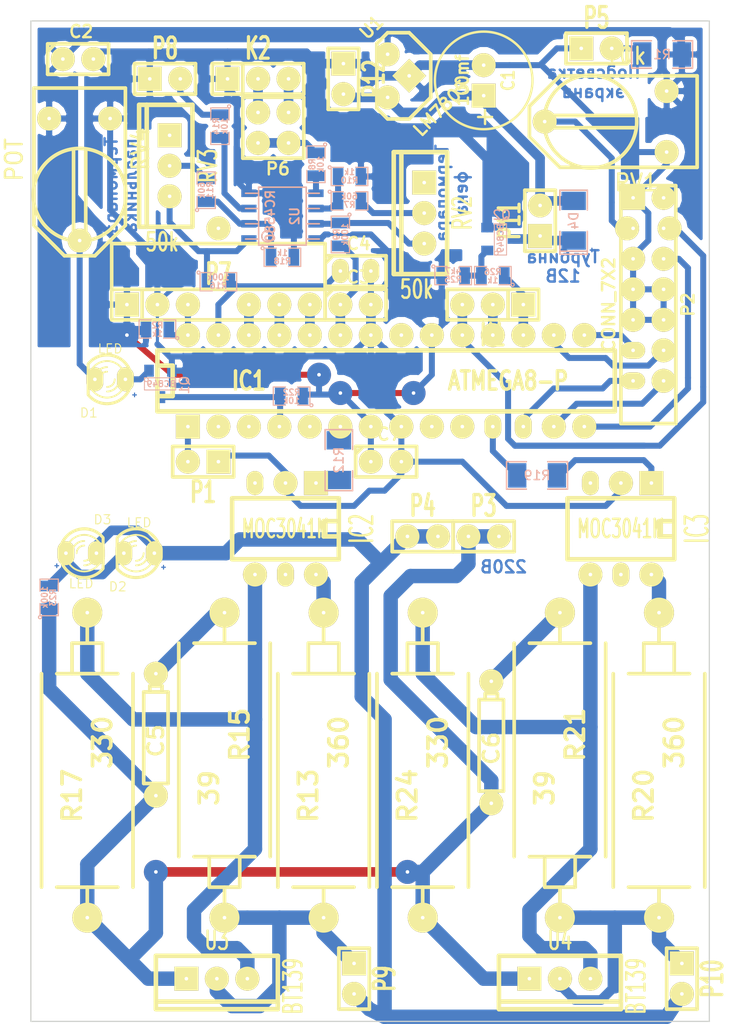
<source format=kicad_pcb>
(kicad_pcb (version 3) (host pcbnew "(2013-may-18)-stable")

  (general
    (links 125)
    (no_connects 0)
    (area 211.2899 175.25873 271.78127 260.352822)
    (thickness 1.6)
    (drawings 16)
    (tracks 392)
    (zones 0)
    (modules 60)
    (nets 53)
  )

  (page A3)
  (layers
    (15 F.Cu signal)
    (0 B.Cu signal)
    (16 B.Adhes user)
    (17 F.Adhes user)
    (18 B.Paste user)
    (19 F.Paste user)
    (20 B.SilkS user)
    (21 F.SilkS user)
    (22 B.Mask user)
    (23 F.Mask user)
    (24 Dwgs.User user)
    (25 Cmts.User user)
    (26 Eco1.User user)
    (27 Eco2.User user)
    (28 Edge.Cuts user)
  )

  (setup
    (last_trace_width 0.5)
    (user_trace_width 0.5)
    (user_trace_width 0.8)
    (user_trace_width 1.2)
    (user_trace_width 1.5)
    (user_trace_width 2)
    (trace_clearance 0.254)
    (zone_clearance 0.508)
    (zone_45_only no)
    (trace_min 0.254)
    (segment_width 0.4)
    (edge_width 0.1)
    (via_size 2)
    (via_drill 0.3)
    (via_min_size 0.889)
    (via_min_drill 0.3)
    (uvia_size 0.508)
    (uvia_drill 0.127)
    (uvias_allowed no)
    (uvia_min_size 0.508)
    (uvia_min_drill 0.127)
    (pcb_text_width 0.2)
    (pcb_text_size 1 1)
    (mod_edge_width 0.3)
    (mod_text_size 1 1)
    (mod_text_width 0.15)
    (pad_size 2 2)
    (pad_drill 0.3)
    (pad_to_mask_clearance 0)
    (aux_axis_origin 0 0)
    (visible_elements FFFFFF8F)
    (pcbplotparams
      (layerselection 3178497)
      (usegerberextensions true)
      (excludeedgelayer true)
      (linewidth 0.150000)
      (plotframeref false)
      (viasonmask false)
      (mode 1)
      (useauxorigin false)
      (hpglpennumber 1)
      (hpglpenspeed 20)
      (hpglpendiameter 15)
      (hpglpenoverlay 2)
      (psnegative false)
      (psa4output false)
      (plotreference true)
      (plotvalue true)
      (plotothertext true)
      (plotinvisibletext false)
      (padsonsilk false)
      (subtractmaskfromsilk false)
      (outputformat 1)
      (mirror false)
      (drillshape 1)
      (scaleselection 1)
      (outputdirectory ""))
  )

  (net 0 "")
  (net 1 +12V)
  (net 2 /220_NULL)
  (net 3 /220_PHASE)
  (net 4 /LCD_D4)
  (net 5 /LCD_D5)
  (net 6 /LCD_D6)
  (net 7 /LCD_D7)
  (net 8 /LCD_E)
  (net 9 /LCD_RS)
  (net 10 /Phase_sync)
  (net 11 /buttons)
  (net 12 /pump)
  (net 13 /pump_heat)
  (net 14 /pump_sens)
  (net 15 /solder)
  (net 16 /solder_sens)
  (net 17 /var_pump)
  (net 18 /var_pump_heat)
  (net 19 /var_solder)
  (net 20 GND)
  (net 21 N-000001)
  (net 22 N-0000010)
  (net 23 N-0000011)
  (net 24 N-0000019)
  (net 25 N-000002)
  (net 26 N-0000021)
  (net 27 N-0000022)
  (net 28 N-0000023)
  (net 29 N-0000024)
  (net 30 N-0000025)
  (net 31 N-0000026)
  (net 32 N-0000027)
  (net 33 N-0000029)
  (net 34 N-000003)
  (net 35 N-0000030)
  (net 36 N-0000031)
  (net 37 N-0000039)
  (net 38 N-000004)
  (net 39 N-0000045)
  (net 40 N-0000046)
  (net 41 N-0000047)
  (net 42 N-0000048)
  (net 43 N-0000049)
  (net 44 N-000005)
  (net 45 N-0000050)
  (net 46 N-0000059)
  (net 47 N-000006)
  (net 48 N-0000061)
  (net 49 N-000007)
  (net 50 N-000008)
  (net 51 N-000009)
  (net 52 VDD)

  (net_class Default "This is the default net class."
    (clearance 0.254)
    (trace_width 0.254)
    (via_dia 2)
    (via_drill 0.3)
    (uvia_dia 0.508)
    (uvia_drill 0.127)
    (add_net "")
    (add_net +12V)
    (add_net /220_NULL)
    (add_net /220_PHASE)
    (add_net /LCD_D4)
    (add_net /LCD_D5)
    (add_net /LCD_D6)
    (add_net /LCD_D7)
    (add_net /LCD_E)
    (add_net /LCD_RS)
    (add_net /Phase_sync)
    (add_net /buttons)
    (add_net /pump)
    (add_net /pump_heat)
    (add_net /pump_sens)
    (add_net /solder)
    (add_net /solder_sens)
    (add_net /var_pump)
    (add_net /var_pump_heat)
    (add_net /var_solder)
    (add_net GND)
    (add_net N-000001)
    (add_net N-0000010)
    (add_net N-0000011)
    (add_net N-0000019)
    (add_net N-000002)
    (add_net N-0000021)
    (add_net N-0000022)
    (add_net N-0000023)
    (add_net N-0000024)
    (add_net N-0000025)
    (add_net N-0000026)
    (add_net N-0000027)
    (add_net N-0000029)
    (add_net N-000003)
    (add_net N-0000030)
    (add_net N-0000031)
    (add_net N-0000039)
    (add_net N-000004)
    (add_net N-0000045)
    (add_net N-0000046)
    (add_net N-0000047)
    (add_net N-0000048)
    (add_net N-0000049)
    (add_net N-000005)
    (add_net N-0000050)
    (add_net N-0000059)
    (add_net N-000006)
    (add_net N-0000061)
    (add_net N-000007)
    (add_net N-000008)
    (add_net N-000009)
    (add_net VDD)
  )

  (module TO220_VERT (layer F.Cu) (tedit 52920552) (tstamp 528E9460)
    (at 229.235 256.54 270)
    (descr "Regulateur TO220 serie LM78xx")
    (tags "TR TO220")
    (path /52891D6E)
    (fp_text reference U3 (at -3.175 0 360) (layer F.SilkS)
      (effects (font (size 1.524 1.016) (thickness 0.2032)))
    )
    (fp_text value BT139 (at 0.635 -6.35 270) (layer F.SilkS)
      (effects (font (size 1.524 1.016) (thickness 0.2032)))
    )
    (fp_line (start 1.905 -5.08) (end 2.54 -5.08) (layer F.SilkS) (width 0.381))
    (fp_line (start 2.54 -5.08) (end 2.54 5.08) (layer F.SilkS) (width 0.381))
    (fp_line (start 2.54 5.08) (end 1.905 5.08) (layer F.SilkS) (width 0.381))
    (fp_line (start -1.905 -5.08) (end 1.905 -5.08) (layer F.SilkS) (width 0.381))
    (fp_line (start 1.905 -5.08) (end 1.905 5.08) (layer F.SilkS) (width 0.381))
    (fp_line (start 1.905 5.08) (end -1.905 5.08) (layer F.SilkS) (width 0.381))
    (fp_line (start -1.905 5.08) (end -1.905 -5.08) (layer F.SilkS) (width 0.381))
    (pad 2 thru_hole oval (at 0 0 270) (size 2 2) (drill 0.3)
      (layers *.Cu *.Mask F.SilkS)
      (net 44 N-000005)
    )
    (pad 3 thru_hole oval (at 0 -2.54 270) (size 2 2) (drill 0.3)
      (layers *.Cu *.Mask F.SilkS)
      (net 38 N-000004)
    )
    (pad 1 thru_hole rect (at 0 2.54 270) (size 2 2) (drill 0.3)
      (layers *.Cu *.Mask F.SilkS)
      (net 3 /220_PHASE)
    )
  )

  (module TO220_VERT (layer F.Cu) (tedit 52920529) (tstamp 528E3A00)
    (at 257.81 256.54 270)
    (descr "Regulateur TO220 serie LM78xx")
    (tags "TR TO220")
    (path /528913A0)
    (fp_text reference U4 (at -3.175 0 360) (layer F.SilkS)
      (effects (font (size 1.524 1.016) (thickness 0.2032)))
    )
    (fp_text value BT139 (at 0.635 -6.35 270) (layer F.SilkS)
      (effects (font (size 1.524 1.016) (thickness 0.2032)))
    )
    (fp_line (start 1.905 -5.08) (end 2.54 -5.08) (layer F.SilkS) (width 0.381))
    (fp_line (start 2.54 -5.08) (end 2.54 5.08) (layer F.SilkS) (width 0.381))
    (fp_line (start 2.54 5.08) (end 1.905 5.08) (layer F.SilkS) (width 0.381))
    (fp_line (start -1.905 -5.08) (end 1.905 -5.08) (layer F.SilkS) (width 0.381))
    (fp_line (start 1.905 -5.08) (end 1.905 5.08) (layer F.SilkS) (width 0.381))
    (fp_line (start 1.905 5.08) (end -1.905 5.08) (layer F.SilkS) (width 0.381))
    (fp_line (start -1.905 5.08) (end -1.905 -5.08) (layer F.SilkS) (width 0.381))
    (pad 2 thru_hole oval (at 0 0 270) (size 2 2) (drill 0.3)
      (layers *.Cu *.Mask F.SilkS)
      (net 27 N-0000022)
    )
    (pad 3 thru_hole oval (at 0 -2.54 270) (size 2 2) (drill 0.3)
      (layers *.Cu *.Mask F.SilkS)
      (net 30 N-0000025)
    )
    (pad 1 thru_hole rect (at 0 2.54 270) (size 2 2) (drill 0.3)
      (layers *.Cu *.Mask F.SilkS)
      (net 3 /220_PHASE)
    )
  )

  (module SIL-7 (layer F.Cu) (tedit 52920720) (tstamp 528E3854)
    (at 229.362 200.406)
    (descr "Connecteur 7 pins")
    (tags "CONN DEV")
    (path /528F20DE)
    (fp_text reference P7 (at 0 -2.54) (layer F.SilkS)
      (effects (font (size 1.72974 1.08712) (thickness 0.3048)))
    )
    (fp_text value CONN_7 (at 0 -2.54) (layer F.SilkS) hide
      (effects (font (size 1.524 1.016) (thickness 0.3048)))
    )
    (fp_line (start -6.35 -1.27) (end 8.89 -1.27) (layer F.SilkS) (width 0.3))
    (fp_line (start -6.35 -1.27) (end -8.89 -1.27) (layer F.SilkS) (width 0.3))
    (fp_line (start -8.89 -5.08) (end -8.89 1.27) (layer F.SilkS) (width 0.3))
    (fp_line (start 8.89 -5.08) (end 8.89 1.27) (layer F.SilkS) (width 0.3))
    (fp_line (start -8.89 -5.08) (end 8.89 -5.08) (layer F.SilkS) (width 0.3048))
    (fp_line (start 8.89 1.27) (end -8.89 1.27) (layer F.SilkS) (width 0.3048))
    (fp_line (start -6.35 1.27) (end -6.35 1.27) (layer F.SilkS) (width 0.3048))
    (fp_line (start -6.35 1.27) (end -6.35 -1.27) (layer F.SilkS) (width 0.3048))
    (pad 1 thru_hole rect (at -7.62 0) (size 2 2) (drill 0.3)
      (layers *.Cu *.Mask F.SilkS)
      (net 52 VDD)
    )
    (pad 2 thru_hole circle (at -5.08 0) (size 2 2) (drill 0.3)
      (layers *.Cu *.Mask F.SilkS)
      (net 20 GND)
    )
    (pad 3 thru_hole circle (at -2.54 0) (size 2 2) (drill 0.3)
      (layers *.Cu *.Mask F.SilkS)
      (net 11 /buttons)
    )
    (pad 4 thru_hole oval (at 0 -6.35) (size 2 2) (drill 0.3)
      (layers *.Cu *.Mask F.SilkS)
    )
    (pad 5 thru_hole circle (at 2.54 0) (size 2 2) (drill 0.3)
      (layers *.Cu *.Mask F.SilkS)
      (net 18 /var_pump_heat)
    )
    (pad 6 thru_hole circle (at 5.08 0) (size 2 2) (drill 0.3)
      (layers *.Cu *.Mask F.SilkS)
      (net 17 /var_pump)
    )
    (pad 7 thru_hole circle (at 7.62 0) (size 2 2) (drill 0.3)
      (layers *.Cu *.Mask F.SilkS)
      (net 19 /var_solder)
    )
  )

  (module CP10 (layer F.Cu) (tedit 528F5FE5) (tstamp 528E39C7)
    (at 218.44 238.76 270)
    (descr "Condensateur polarise")
    (tags CP)
    (path /52891D65)
    (fp_text reference R17 (at 2.54 1.27 270) (layer F.SilkS)
      (effects (font (size 1.524 1.524) (thickness 0.3048)))
    )
    (fp_text value 330 (at -1.905 -1.27 270) (layer F.SilkS)
      (effects (font (size 1.524 1.524) (thickness 0.3048)))
    )
    (fp_line (start 12.7 0) (end 10.16 0) (layer F.SilkS) (width 0.3048))
    (fp_line (start 10.16 0) (end 10.16 2.54) (layer F.SilkS) (width 0.3048))
    (fp_line (start 10.16 3.81) (end -7.62 3.81) (layer F.SilkS) (width 0.3048))
    (fp_line (start -7.62 2.54) (end -7.62 -2.54) (layer F.SilkS) (width 0.3048))
    (fp_line (start -7.62 -3.81) (end 10.16 -3.81) (layer F.SilkS) (width 0.3048))
    (fp_line (start 10.16 -2.54) (end 10.16 0) (layer F.SilkS) (width 0.3048))
    (fp_line (start -7.62 -1.27) (end -10.16 -1.27) (layer F.SilkS) (width 0.3048))
    (fp_line (start -10.16 -1.27) (end -10.16 1.27) (layer F.SilkS) (width 0.3048))
    (fp_line (start -10.16 1.27) (end -7.62 1.27) (layer F.SilkS) (width 0.3048))
    (fp_line (start -12.7 0) (end -10.16 0) (layer F.SilkS) (width 0.3048))
    (pad 2 thru_hole oval (at 12.7 0 270) (size 2.5 2.5) (drill 0.3)
      (layers *.Cu *.Mask F.SilkS)
      (net 3 /220_PHASE)
    )
    (pad 1 thru_hole oval (at -12.7 0 270) (size 2.5 2.5) (drill 0.3)
      (layers *.Cu *.Mask F.SilkS)
      (net 38 N-000004)
    )
    (model discret/c_pol.wrl
      (at (xyz 0 0 0))
      (scale (xyz 1 1 1))
      (rotate (xyz 0 0 0))
    )
  )

  (module CP10 (layer F.Cu) (tedit 528F5FDE) (tstamp 528E39D4)
    (at 229.87 238.76 90)
    (descr "Condensateur polarise")
    (tags CP)
    (path /52891D7C)
    (fp_text reference R15 (at 2.54 1.27 90) (layer F.SilkS)
      (effects (font (size 1.524 1.524) (thickness 0.3048)))
    )
    (fp_text value 39 (at -1.905 -1.27 90) (layer F.SilkS)
      (effects (font (size 1.524 1.524) (thickness 0.3048)))
    )
    (fp_line (start 12.7 0) (end 10.16 0) (layer F.SilkS) (width 0.3048))
    (fp_line (start 10.16 0) (end 10.16 2.54) (layer F.SilkS) (width 0.3048))
    (fp_line (start 10.16 3.81) (end -7.62 3.81) (layer F.SilkS) (width 0.3048))
    (fp_line (start -7.62 2.54) (end -7.62 -2.54) (layer F.SilkS) (width 0.3048))
    (fp_line (start -7.62 -3.81) (end 10.16 -3.81) (layer F.SilkS) (width 0.3048))
    (fp_line (start 10.16 -2.54) (end 10.16 0) (layer F.SilkS) (width 0.3048))
    (fp_line (start -7.62 -1.27) (end -10.16 -1.27) (layer F.SilkS) (width 0.3048))
    (fp_line (start -10.16 -1.27) (end -10.16 1.27) (layer F.SilkS) (width 0.3048))
    (fp_line (start -10.16 1.27) (end -7.62 1.27) (layer F.SilkS) (width 0.3048))
    (fp_line (start -12.7 0) (end -10.16 0) (layer F.SilkS) (width 0.3048))
    (pad 2 thru_hole oval (at 12.7 0 90) (size 2.5 2.5) (drill 0.3)
      (layers *.Cu *.Mask F.SilkS)
      (net 47 N-000006)
    )
    (pad 1 thru_hole oval (at -12.7 0 90) (size 2.5 2.5) (drill 0.3)
      (layers *.Cu *.Mask F.SilkS)
      (net 44 N-000005)
    )
    (model discret/c_pol.wrl
      (at (xyz 0 0 0))
      (scale (xyz 1 1 1))
      (rotate (xyz 0 0 0))
    )
  )

  (module CP10 (layer F.Cu) (tedit 528F5FD4) (tstamp 528E39BA)
    (at 238.125 238.76 270)
    (descr "Condensateur polarise")
    (tags CP)
    (path /52891D5F)
    (fp_text reference R13 (at 2.54 1.27 270) (layer F.SilkS)
      (effects (font (size 1.524 1.524) (thickness 0.3048)))
    )
    (fp_text value 360 (at -1.905 -1.27 270) (layer F.SilkS)
      (effects (font (size 1.524 1.524) (thickness 0.3048)))
    )
    (fp_line (start 12.7 0) (end 10.16 0) (layer F.SilkS) (width 0.3048))
    (fp_line (start 10.16 0) (end 10.16 2.54) (layer F.SilkS) (width 0.3048))
    (fp_line (start 10.16 3.81) (end -7.62 3.81) (layer F.SilkS) (width 0.3048))
    (fp_line (start -7.62 2.54) (end -7.62 -2.54) (layer F.SilkS) (width 0.3048))
    (fp_line (start -7.62 -3.81) (end 10.16 -3.81) (layer F.SilkS) (width 0.3048))
    (fp_line (start 10.16 -2.54) (end 10.16 0) (layer F.SilkS) (width 0.3048))
    (fp_line (start -7.62 -1.27) (end -10.16 -1.27) (layer F.SilkS) (width 0.3048))
    (fp_line (start -10.16 -1.27) (end -10.16 1.27) (layer F.SilkS) (width 0.3048))
    (fp_line (start -10.16 1.27) (end -7.62 1.27) (layer F.SilkS) (width 0.3048))
    (fp_line (start -12.7 0) (end -10.16 0) (layer F.SilkS) (width 0.3048))
    (pad 2 thru_hole oval (at 12.7 0 270) (size 2.5 2.5) (drill 0.3)
      (layers *.Cu *.Mask F.SilkS)
      (net 44 N-000005)
    )
    (pad 1 thru_hole oval (at -12.7 0 270) (size 2.5 2.5) (drill 0.3)
      (layers *.Cu *.Mask F.SilkS)
      (net 34 N-000003)
    )
    (model discret/c_pol.wrl
      (at (xyz 0 0 0))
      (scale (xyz 1 1 1))
      (rotate (xyz 0 0 0))
    )
  )

  (module CP10 (layer F.Cu) (tedit 528F5FA2) (tstamp 528E39A0)
    (at 257.81 238.76 90)
    (descr "Condensateur polarise")
    (tags CP)
    (path /52891649)
    (fp_text reference R21 (at 2.54 1.27 90) (layer F.SilkS)
      (effects (font (size 1.524 1.524) (thickness 0.3048)))
    )
    (fp_text value 39 (at -1.905 -1.27 90) (layer F.SilkS)
      (effects (font (size 1.524 1.524) (thickness 0.3048)))
    )
    (fp_line (start 12.7 0) (end 10.16 0) (layer F.SilkS) (width 0.3048))
    (fp_line (start 10.16 0) (end 10.16 2.54) (layer F.SilkS) (width 0.3048))
    (fp_line (start 10.16 3.81) (end -7.62 3.81) (layer F.SilkS) (width 0.3048))
    (fp_line (start -7.62 2.54) (end -7.62 -2.54) (layer F.SilkS) (width 0.3048))
    (fp_line (start -7.62 -3.81) (end 10.16 -3.81) (layer F.SilkS) (width 0.3048))
    (fp_line (start 10.16 -2.54) (end 10.16 0) (layer F.SilkS) (width 0.3048))
    (fp_line (start -7.62 -1.27) (end -10.16 -1.27) (layer F.SilkS) (width 0.3048))
    (fp_line (start -10.16 -1.27) (end -10.16 1.27) (layer F.SilkS) (width 0.3048))
    (fp_line (start -10.16 1.27) (end -7.62 1.27) (layer F.SilkS) (width 0.3048))
    (fp_line (start -12.7 0) (end -10.16 0) (layer F.SilkS) (width 0.3048))
    (pad 2 thru_hole oval (at 12.7 0 90) (size 2.5 2.5) (drill 0.3)
      (layers *.Cu *.Mask F.SilkS)
      (net 26 N-0000021)
    )
    (pad 1 thru_hole oval (at -12.7 0 90) (size 2.5 2.5) (drill 0.3)
      (layers *.Cu *.Mask F.SilkS)
      (net 27 N-0000022)
    )
    (model discret/c_pol.wrl
      (at (xyz 0 0 0))
      (scale (xyz 1 1 1))
      (rotate (xyz 0 0 0))
    )
  )

  (module CP10 (layer F.Cu) (tedit 528F5FAC) (tstamp 528E3993)
    (at 246.38 238.76 270)
    (descr "Condensateur polarise")
    (tags CP)
    (path /52891265)
    (fp_text reference R24 (at 2.54 1.27 270) (layer F.SilkS)
      (effects (font (size 1.524 1.524) (thickness 0.3048)))
    )
    (fp_text value 330 (at -1.905 -1.27 270) (layer F.SilkS)
      (effects (font (size 1.524 1.524) (thickness 0.3048)))
    )
    (fp_line (start 12.7 0) (end 10.16 0) (layer F.SilkS) (width 0.3048))
    (fp_line (start 10.16 0) (end 10.16 2.54) (layer F.SilkS) (width 0.3048))
    (fp_line (start 10.16 3.81) (end -7.62 3.81) (layer F.SilkS) (width 0.3048))
    (fp_line (start -7.62 2.54) (end -7.62 -2.54) (layer F.SilkS) (width 0.3048))
    (fp_line (start -7.62 -3.81) (end 10.16 -3.81) (layer F.SilkS) (width 0.3048))
    (fp_line (start 10.16 -2.54) (end 10.16 0) (layer F.SilkS) (width 0.3048))
    (fp_line (start -7.62 -1.27) (end -10.16 -1.27) (layer F.SilkS) (width 0.3048))
    (fp_line (start -10.16 -1.27) (end -10.16 1.27) (layer F.SilkS) (width 0.3048))
    (fp_line (start -10.16 1.27) (end -7.62 1.27) (layer F.SilkS) (width 0.3048))
    (fp_line (start -12.7 0) (end -10.16 0) (layer F.SilkS) (width 0.3048))
    (pad 2 thru_hole oval (at 12.7 0 270) (size 2.5 2.5) (drill 0.3)
      (layers *.Cu *.Mask F.SilkS)
      (net 3 /220_PHASE)
    )
    (pad 1 thru_hole oval (at -12.7 0 270) (size 2.5 2.5) (drill 0.3)
      (layers *.Cu *.Mask F.SilkS)
      (net 30 N-0000025)
    )
    (model discret/c_pol.wrl
      (at (xyz 0 0 0))
      (scale (xyz 1 1 1))
      (rotate (xyz 0 0 0))
    )
  )

  (module CP10 (layer F.Cu) (tedit 528F5F9B) (tstamp 528E88BC)
    (at 266.065 238.76 270)
    (descr "Condensateur polarise")
    (tags CP)
    (path /5289124A)
    (fp_text reference R20 (at 2.54 1.27 270) (layer F.SilkS)
      (effects (font (size 1.524 1.524) (thickness 0.3048)))
    )
    (fp_text value 360 (at -1.905 -1.27 270) (layer F.SilkS)
      (effects (font (size 1.524 1.524) (thickness 0.3048)))
    )
    (fp_line (start 12.7 0) (end 10.16 0) (layer F.SilkS) (width 0.3048))
    (fp_line (start 10.16 0) (end 10.16 2.54) (layer F.SilkS) (width 0.3048))
    (fp_line (start 10.16 3.81) (end -7.62 3.81) (layer F.SilkS) (width 0.3048))
    (fp_line (start -7.62 2.54) (end -7.62 -2.54) (layer F.SilkS) (width 0.3048))
    (fp_line (start -7.62 -3.81) (end 10.16 -3.81) (layer F.SilkS) (width 0.3048))
    (fp_line (start 10.16 -2.54) (end 10.16 0) (layer F.SilkS) (width 0.3048))
    (fp_line (start -7.62 -1.27) (end -10.16 -1.27) (layer F.SilkS) (width 0.3048))
    (fp_line (start -10.16 -1.27) (end -10.16 1.27) (layer F.SilkS) (width 0.3048))
    (fp_line (start -10.16 1.27) (end -7.62 1.27) (layer F.SilkS) (width 0.3048))
    (fp_line (start -12.7 0) (end -10.16 0) (layer F.SilkS) (width 0.3048))
    (pad 2 thru_hole oval (at 12.7 0 270) (size 2.5 2.5) (drill 0.3)
      (layers *.Cu *.Mask F.SilkS)
      (net 27 N-0000022)
    )
    (pad 1 thru_hole oval (at -12.7 0 270) (size 2.5 2.5) (drill 0.3)
      (layers *.Cu *.Mask F.SilkS)
      (net 31 N-0000026)
    )
    (model discret/c_pol.wrl
      (at (xyz 0 0 0))
      (scale (xyz 1 1 1))
      (rotate (xyz 0 0 0))
    )
  )

  (module SM1206POL (layer B.Cu) (tedit 42806E4C) (tstamp 528E39F1)
    (at 258.953 193.421 90)
    (path /528B580D)
    (attr smd)
    (fp_text reference D4 (at 0 0 90) (layer B.SilkS)
      (effects (font (size 0.762 0.762) (thickness 0.127)) (justify mirror))
    )
    (fp_text value DIODE (at 0 0 90) (layer B.SilkS) hide
      (effects (font (size 0.762 0.762) (thickness 0.127)) (justify mirror))
    )
    (fp_line (start -2.54 1.143) (end -2.794 1.143) (layer B.SilkS) (width 0.127))
    (fp_line (start -2.794 1.143) (end -2.794 -1.143) (layer B.SilkS) (width 0.127))
    (fp_line (start -2.794 -1.143) (end -2.54 -1.143) (layer B.SilkS) (width 0.127))
    (fp_line (start -2.54 1.143) (end -2.54 -1.143) (layer B.SilkS) (width 0.127))
    (fp_line (start -2.54 -1.143) (end -0.889 -1.143) (layer B.SilkS) (width 0.127))
    (fp_line (start 0.889 1.143) (end 2.54 1.143) (layer B.SilkS) (width 0.127))
    (fp_line (start 2.54 1.143) (end 2.54 -1.143) (layer B.SilkS) (width 0.127))
    (fp_line (start 2.54 -1.143) (end 0.889 -1.143) (layer B.SilkS) (width 0.127))
    (fp_line (start -0.889 1.143) (end -2.54 1.143) (layer B.SilkS) (width 0.127))
    (pad 1 smd rect (at -1.651 0 90) (size 1.524 2.032)
      (layers B.Cu B.Paste B.Mask)
      (net 23 N-0000011)
    )
    (pad 2 smd rect (at 1.651 0 90) (size 1.524 2.032)
      (layers B.Cu B.Paste B.Mask)
      (net 1 +12V)
    )
    (model smd/chip_cms_pol.wrl
      (at (xyz 0 0 0))
      (scale (xyz 0.17 0.16 0.16))
      (rotate (xyz 0 0 0))
    )
  )

  (module SM1206 (layer B.Cu) (tedit 42806E24) (tstamp 528E39E1)
    (at 239.395 213.36 270)
    (path /52891D8F)
    (attr smd)
    (fp_text reference R12 (at 0 0 270) (layer B.SilkS)
      (effects (font (size 0.762 0.762) (thickness 0.127)) (justify mirror))
    )
    (fp_text value 300 (at 0 0 270) (layer B.SilkS) hide
      (effects (font (size 0.762 0.762) (thickness 0.127)) (justify mirror))
    )
    (fp_line (start -2.54 1.143) (end -2.54 -1.143) (layer B.SilkS) (width 0.127))
    (fp_line (start -2.54 -1.143) (end -0.889 -1.143) (layer B.SilkS) (width 0.127))
    (fp_line (start 0.889 1.143) (end 2.54 1.143) (layer B.SilkS) (width 0.127))
    (fp_line (start 2.54 1.143) (end 2.54 -1.143) (layer B.SilkS) (width 0.127))
    (fp_line (start 2.54 -1.143) (end 0.889 -1.143) (layer B.SilkS) (width 0.127))
    (fp_line (start -0.889 1.143) (end -2.54 1.143) (layer B.SilkS) (width 0.127))
    (pad 1 smd rect (at -1.651 0 270) (size 1.524 2.032)
      (layers B.Cu B.Paste B.Mask)
      (net 15 /solder)
    )
    (pad 2 smd rect (at 1.651 0 270) (size 1.524 2.032)
      (layers B.Cu B.Paste B.Mask)
      (net 21 N-000001)
    )
    (model smd/chip_cms.wrl
      (at (xyz 0 0 0))
      (scale (xyz 0.17 0.16 0.16))
      (rotate (xyz 0 0 0))
    )
  )

  (module SM1206 (layer B.Cu) (tedit 42806E24) (tstamp 528E39AD)
    (at 255.905 214.63)
    (path /528918F8)
    (attr smd)
    (fp_text reference R19 (at 0 0) (layer B.SilkS)
      (effects (font (size 0.762 0.762) (thickness 0.127)) (justify mirror))
    )
    (fp_text value 300 (at 0 0) (layer B.SilkS) hide
      (effects (font (size 0.762 0.762) (thickness 0.127)) (justify mirror))
    )
    (fp_line (start -2.54 1.143) (end -2.54 -1.143) (layer B.SilkS) (width 0.127))
    (fp_line (start -2.54 -1.143) (end -0.889 -1.143) (layer B.SilkS) (width 0.127))
    (fp_line (start 0.889 1.143) (end 2.54 1.143) (layer B.SilkS) (width 0.127))
    (fp_line (start 2.54 1.143) (end 2.54 -1.143) (layer B.SilkS) (width 0.127))
    (fp_line (start 2.54 -1.143) (end 0.889 -1.143) (layer B.SilkS) (width 0.127))
    (fp_line (start -0.889 1.143) (end -2.54 1.143) (layer B.SilkS) (width 0.127))
    (pad 1 smd rect (at -1.651 0) (size 1.524 2.032)
      (layers B.Cu B.Paste B.Mask)
      (net 13 /pump_heat)
    )
    (pad 2 smd rect (at 1.651 0) (size 1.524 2.032)
      (layers B.Cu B.Paste B.Mask)
      (net 28 N-0000023)
    )
    (model smd/chip_cms.wrl
      (at (xyz 0 0 0))
      (scale (xyz 0.17 0.16 0.16))
      (rotate (xyz 0 0 0))
    )
  )

  (module SM1206 (layer B.Cu) (tedit 42806E24) (tstamp 528E3979)
    (at 266.319 179.578 180)
    (path /528E3A49)
    (attr smd)
    (fp_text reference R1 (at 0 0 180) (layer B.SilkS)
      (effects (font (size 0.762 0.762) (thickness 0.127)) (justify mirror))
    )
    (fp_text value 300 (at 0 0 180) (layer B.SilkS) hide
      (effects (font (size 0.762 0.762) (thickness 0.127)) (justify mirror))
    )
    (fp_line (start -2.54 1.143) (end -2.54 -1.143) (layer B.SilkS) (width 0.127))
    (fp_line (start -2.54 -1.143) (end -0.889 -1.143) (layer B.SilkS) (width 0.127))
    (fp_line (start 0.889 1.143) (end 2.54 1.143) (layer B.SilkS) (width 0.127))
    (fp_line (start 2.54 1.143) (end 2.54 -1.143) (layer B.SilkS) (width 0.127))
    (fp_line (start 2.54 -1.143) (end 0.889 -1.143) (layer B.SilkS) (width 0.127))
    (fp_line (start -0.889 1.143) (end -2.54 1.143) (layer B.SilkS) (width 0.127))
    (pad 1 smd rect (at -1.651 0 180) (size 1.524 2.032)
      (layers B.Cu B.Paste B.Mask)
      (net 52 VDD)
    )
    (pad 2 smd rect (at 1.651 0 180) (size 1.524 2.032)
      (layers B.Cu B.Paste B.Mask)
      (net 37 N-0000039)
    )
    (model smd/chip_cms.wrl
      (at (xyz 0 0 0))
      (scale (xyz 0.17 0.16 0.16))
      (rotate (xyz 0 0 0))
    )
  )

  (module SM0805 (layer B.Cu) (tedit 5091495C) (tstamp 528E396C)
    (at 235.458 208.026 180)
    (path /528B9161)
    (attr smd)
    (fp_text reference R22 (at 0 0.3175 180) (layer B.SilkS)
      (effects (font (size 0.50038 0.50038) (thickness 0.10922)) (justify mirror))
    )
    (fp_text value 10k (at 0 -0.381 180) (layer B.SilkS)
      (effects (font (size 0.50038 0.50038) (thickness 0.10922)) (justify mirror))
    )
    (fp_circle (center -1.651 -0.762) (end -1.651 -0.635) (layer B.SilkS) (width 0.09906))
    (fp_line (start -0.508 -0.762) (end -1.524 -0.762) (layer B.SilkS) (width 0.09906))
    (fp_line (start -1.524 -0.762) (end -1.524 0.762) (layer B.SilkS) (width 0.09906))
    (fp_line (start -1.524 0.762) (end -0.508 0.762) (layer B.SilkS) (width 0.09906))
    (fp_line (start 0.508 0.762) (end 1.524 0.762) (layer B.SilkS) (width 0.09906))
    (fp_line (start 1.524 0.762) (end 1.524 -0.762) (layer B.SilkS) (width 0.09906))
    (fp_line (start 1.524 -0.762) (end 0.508 -0.762) (layer B.SilkS) (width 0.09906))
    (pad 1 smd rect (at -0.9525 0 180) (size 0.889 1.397)
      (layers B.Cu B.Paste B.Mask)
      (net 52 VDD)
    )
    (pad 2 smd rect (at 0.9525 0 180) (size 0.889 1.397)
      (layers B.Cu B.Paste B.Mask)
      (net 10 /Phase_sync)
    )
    (model smd/chip_cms.wrl
      (at (xyz 0 0 0))
      (scale (xyz 0.1 0.1 0.1))
      (rotate (xyz 0 0 0))
    )
  )

  (module SM0805 (layer B.Cu) (tedit 5091495C) (tstamp 528E395E)
    (at 215.265 224.79 90)
    (path /528B93C9)
    (attr smd)
    (fp_text reference R23 (at 0 0.3175 90) (layer B.SilkS)
      (effects (font (size 0.50038 0.50038) (thickness 0.10922)) (justify mirror))
    )
    (fp_text value 100k (at 0 -0.381 90) (layer B.SilkS)
      (effects (font (size 0.50038 0.50038) (thickness 0.10922)) (justify mirror))
    )
    (fp_circle (center -1.651 -0.762) (end -1.651 -0.635) (layer B.SilkS) (width 0.09906))
    (fp_line (start -0.508 -0.762) (end -1.524 -0.762) (layer B.SilkS) (width 0.09906))
    (fp_line (start -1.524 -0.762) (end -1.524 0.762) (layer B.SilkS) (width 0.09906))
    (fp_line (start -1.524 0.762) (end -0.508 0.762) (layer B.SilkS) (width 0.09906))
    (fp_line (start 0.508 0.762) (end 1.524 0.762) (layer B.SilkS) (width 0.09906))
    (fp_line (start 1.524 0.762) (end 1.524 -0.762) (layer B.SilkS) (width 0.09906))
    (fp_line (start 1.524 -0.762) (end 0.508 -0.762) (layer B.SilkS) (width 0.09906))
    (pad 1 smd rect (at -0.9525 0 90) (size 0.889 1.397)
      (layers B.Cu B.Paste B.Mask)
      (net 3 /220_PHASE)
    )
    (pad 2 smd rect (at 0.9525 0 90) (size 0.889 1.397)
      (layers B.Cu B.Paste B.Mask)
      (net 48 N-0000061)
    )
    (model smd/chip_cms.wrl
      (at (xyz 0 0 0))
      (scale (xyz 0.1 0.1 0.1))
      (rotate (xyz 0 0 0))
    )
  )

  (module SM0805 (layer B.Cu) (tedit 5091495C) (tstamp 528E3950)
    (at 237.49 188.722 270)
    (path /528B9C94)
    (attr smd)
    (fp_text reference R8 (at 0 0.3175 270) (layer B.SilkS)
      (effects (font (size 0.50038 0.50038) (thickness 0.10922)) (justify mirror))
    )
    (fp_text value 10k (at 0 -0.381 270) (layer B.SilkS)
      (effects (font (size 0.50038 0.50038) (thickness 0.10922)) (justify mirror))
    )
    (fp_circle (center -1.651 -0.762) (end -1.651 -0.635) (layer B.SilkS) (width 0.09906))
    (fp_line (start -0.508 -0.762) (end -1.524 -0.762) (layer B.SilkS) (width 0.09906))
    (fp_line (start -1.524 -0.762) (end -1.524 0.762) (layer B.SilkS) (width 0.09906))
    (fp_line (start -1.524 0.762) (end -0.508 0.762) (layer B.SilkS) (width 0.09906))
    (fp_line (start 0.508 0.762) (end 1.524 0.762) (layer B.SilkS) (width 0.09906))
    (fp_line (start 1.524 0.762) (end 1.524 -0.762) (layer B.SilkS) (width 0.09906))
    (fp_line (start 1.524 -0.762) (end 0.508 -0.762) (layer B.SilkS) (width 0.09906))
    (pad 1 smd rect (at -0.9525 0 270) (size 0.889 1.397)
      (layers B.Cu B.Paste B.Mask)
      (net 33 N-0000029)
    )
    (pad 2 smd rect (at 0.9525 0 270) (size 0.889 1.397)
      (layers B.Cu B.Paste B.Mask)
      (net 45 N-0000050)
    )
    (model smd/chip_cms.wrl
      (at (xyz 0 0 0))
      (scale (xyz 0.1 0.1 0.1))
      (rotate (xyz 0 0 0))
    )
  )

  (module SM0805 (layer B.Cu) (tedit 5091495C) (tstamp 528E3942)
    (at 240.284 189.738)
    (path /528B9F40)
    (attr smd)
    (fp_text reference R10 (at 0 0.3175) (layer B.SilkS)
      (effects (font (size 0.50038 0.50038) (thickness 0.10922)) (justify mirror))
    )
    (fp_text value 1k (at 0 -0.381) (layer B.SilkS)
      (effects (font (size 0.50038 0.50038) (thickness 0.10922)) (justify mirror))
    )
    (fp_circle (center -1.651 -0.762) (end -1.651 -0.635) (layer B.SilkS) (width 0.09906))
    (fp_line (start -0.508 -0.762) (end -1.524 -0.762) (layer B.SilkS) (width 0.09906))
    (fp_line (start -1.524 -0.762) (end -1.524 0.762) (layer B.SilkS) (width 0.09906))
    (fp_line (start -1.524 0.762) (end -0.508 0.762) (layer B.SilkS) (width 0.09906))
    (fp_line (start 0.508 0.762) (end 1.524 0.762) (layer B.SilkS) (width 0.09906))
    (fp_line (start 1.524 0.762) (end 1.524 -0.762) (layer B.SilkS) (width 0.09906))
    (fp_line (start 1.524 -0.762) (end 0.508 -0.762) (layer B.SilkS) (width 0.09906))
    (pad 1 smd rect (at -0.9525 0) (size 0.889 1.397)
      (layers B.Cu B.Paste B.Mask)
      (net 50 N-000008)
    )
    (pad 2 smd rect (at 0.9525 0) (size 0.889 1.397)
      (layers B.Cu B.Paste B.Mask)
      (net 20 GND)
    )
    (model smd/chip_cms.wrl
      (at (xyz 0 0 0))
      (scale (xyz 0.1 0.1 0.1))
      (rotate (xyz 0 0 0))
    )
  )

  (module SM0805 (layer B.Cu) (tedit 5091495C) (tstamp 528E3E0E)
    (at 240.284 191.77)
    (path /528BA0C7)
    (attr smd)
    (fp_text reference R7 (at 0 0.3175) (layer B.SilkS)
      (effects (font (size 0.50038 0.50038) (thickness 0.10922)) (justify mirror))
    )
    (fp_text value 60k (at 0 -0.381) (layer B.SilkS)
      (effects (font (size 0.50038 0.50038) (thickness 0.10922)) (justify mirror))
    )
    (fp_circle (center -1.651 -0.762) (end -1.651 -0.635) (layer B.SilkS) (width 0.09906))
    (fp_line (start -0.508 -0.762) (end -1.524 -0.762) (layer B.SilkS) (width 0.09906))
    (fp_line (start -1.524 -0.762) (end -1.524 0.762) (layer B.SilkS) (width 0.09906))
    (fp_line (start -1.524 0.762) (end -0.508 0.762) (layer B.SilkS) (width 0.09906))
    (fp_line (start 0.508 0.762) (end 1.524 0.762) (layer B.SilkS) (width 0.09906))
    (fp_line (start 1.524 0.762) (end 1.524 -0.762) (layer B.SilkS) (width 0.09906))
    (fp_line (start 1.524 -0.762) (end 0.508 -0.762) (layer B.SilkS) (width 0.09906))
    (pad 1 smd rect (at -0.9525 0) (size 0.889 1.397)
      (layers B.Cu B.Paste B.Mask)
      (net 50 N-000008)
    )
    (pad 2 smd rect (at 0.9525 0) (size 0.889 1.397)
      (layers B.Cu B.Paste B.Mask)
      (net 29 N-0000024)
    )
    (model smd/chip_cms.wrl
      (at (xyz 0 0 0))
      (scale (xyz 0.1 0.1 0.1))
      (rotate (xyz 0 0 0))
    )
  )

  (module SM0805 (layer B.Cu) (tedit 5091495C) (tstamp 528E3926)
    (at 239.522 194.564 270)
    (path /528BA3BD)
    (attr smd)
    (fp_text reference R9 (at 0 0.3175 270) (layer B.SilkS)
      (effects (font (size 0.50038 0.50038) (thickness 0.10922)) (justify mirror))
    )
    (fp_text value 100k (at 0 -0.381 270) (layer B.SilkS)
      (effects (font (size 0.50038 0.50038) (thickness 0.10922)) (justify mirror))
    )
    (fp_circle (center -1.651 -0.762) (end -1.651 -0.635) (layer B.SilkS) (width 0.09906))
    (fp_line (start -0.508 -0.762) (end -1.524 -0.762) (layer B.SilkS) (width 0.09906))
    (fp_line (start -1.524 -0.762) (end -1.524 0.762) (layer B.SilkS) (width 0.09906))
    (fp_line (start -1.524 0.762) (end -0.508 0.762) (layer B.SilkS) (width 0.09906))
    (fp_line (start 0.508 0.762) (end 1.524 0.762) (layer B.SilkS) (width 0.09906))
    (fp_line (start 1.524 0.762) (end 1.524 -0.762) (layer B.SilkS) (width 0.09906))
    (fp_line (start 1.524 -0.762) (end 0.508 -0.762) (layer B.SilkS) (width 0.09906))
    (pad 1 smd rect (at -0.9525 0 270) (size 0.889 1.397)
      (layers B.Cu B.Paste B.Mask)
      (net 51 N-000009)
    )
    (pad 2 smd rect (at 0.9525 0 270) (size 0.889 1.397)
      (layers B.Cu B.Paste B.Mask)
      (net 14 /pump_sens)
    )
    (model smd/chip_cms.wrl
      (at (xyz 0 0 0))
      (scale (xyz 0.1 0.1 0.1))
      (rotate (xyz 0 0 0))
    )
  )

  (module SM0805 (layer B.Cu) (tedit 5091495C) (tstamp 528E390A)
    (at 248.92 197.993)
    (path /52892192)
    (attr smd)
    (fp_text reference R25 (at 0 0.3175) (layer B.SilkS)
      (effects (font (size 0.50038 0.50038) (thickness 0.10922)) (justify mirror))
    )
    (fp_text value 4k7 (at 0 -0.381) (layer B.SilkS)
      (effects (font (size 0.50038 0.50038) (thickness 0.10922)) (justify mirror))
    )
    (fp_circle (center -1.651 -0.762) (end -1.651 -0.635) (layer B.SilkS) (width 0.09906))
    (fp_line (start -0.508 -0.762) (end -1.524 -0.762) (layer B.SilkS) (width 0.09906))
    (fp_line (start -1.524 -0.762) (end -1.524 0.762) (layer B.SilkS) (width 0.09906))
    (fp_line (start -1.524 0.762) (end -0.508 0.762) (layer B.SilkS) (width 0.09906))
    (fp_line (start 0.508 0.762) (end 1.524 0.762) (layer B.SilkS) (width 0.09906))
    (fp_line (start 1.524 0.762) (end 1.524 -0.762) (layer B.SilkS) (width 0.09906))
    (fp_line (start 1.524 -0.762) (end 0.508 -0.762) (layer B.SilkS) (width 0.09906))
    (pad 1 smd rect (at -0.9525 0) (size 0.889 1.397)
      (layers B.Cu B.Paste B.Mask)
      (net 52 VDD)
    )
    (pad 2 smd rect (at 0.9525 0) (size 0.889 1.397)
      (layers B.Cu B.Paste B.Mask)
      (net 25 N-000002)
    )
    (model smd/chip_cms.wrl
      (at (xyz 0 0 0))
      (scale (xyz 0.1 0.1 0.1))
      (rotate (xyz 0 0 0))
    )
  )

  (module SM0805 (layer B.Cu) (tedit 5091495C) (tstamp 528E38FC)
    (at 229.489 185.547 270)
    (path /528BABD4)
    (attr smd)
    (fp_text reference R14 (at 0 0.3175 270) (layer B.SilkS)
      (effects (font (size 0.50038 0.50038) (thickness 0.10922)) (justify mirror))
    )
    (fp_text value 10k (at 0 -0.381 270) (layer B.SilkS)
      (effects (font (size 0.50038 0.50038) (thickness 0.10922)) (justify mirror))
    )
    (fp_circle (center -1.651 -0.762) (end -1.651 -0.635) (layer B.SilkS) (width 0.09906))
    (fp_line (start -0.508 -0.762) (end -1.524 -0.762) (layer B.SilkS) (width 0.09906))
    (fp_line (start -1.524 -0.762) (end -1.524 0.762) (layer B.SilkS) (width 0.09906))
    (fp_line (start -1.524 0.762) (end -0.508 0.762) (layer B.SilkS) (width 0.09906))
    (fp_line (start 0.508 0.762) (end 1.524 0.762) (layer B.SilkS) (width 0.09906))
    (fp_line (start 1.524 0.762) (end 1.524 -0.762) (layer B.SilkS) (width 0.09906))
    (fp_line (start 1.524 -0.762) (end 0.508 -0.762) (layer B.SilkS) (width 0.09906))
    (pad 1 smd rect (at -0.9525 0 270) (size 0.889 1.397)
      (layers B.Cu B.Paste B.Mask)
      (net 42 N-0000048)
    )
    (pad 2 smd rect (at 0.9525 0 270) (size 0.889 1.397)
      (layers B.Cu B.Paste B.Mask)
      (net 43 N-0000049)
    )
    (model smd/chip_cms.wrl
      (at (xyz 0 0 0))
      (scale (xyz 0.1 0.1 0.1))
      (rotate (xyz 0 0 0))
    )
  )

  (module SM0805 (layer B.Cu) (tedit 5091495C) (tstamp 528E38EE)
    (at 234.696 196.469)
    (path /528BABDE)
    (attr smd)
    (fp_text reference R18 (at 0 0.3175) (layer B.SilkS)
      (effects (font (size 0.50038 0.50038) (thickness 0.10922)) (justify mirror))
    )
    (fp_text value 1k (at 0 -0.381) (layer B.SilkS)
      (effects (font (size 0.50038 0.50038) (thickness 0.10922)) (justify mirror))
    )
    (fp_circle (center -1.651 -0.762) (end -1.651 -0.635) (layer B.SilkS) (width 0.09906))
    (fp_line (start -0.508 -0.762) (end -1.524 -0.762) (layer B.SilkS) (width 0.09906))
    (fp_line (start -1.524 -0.762) (end -1.524 0.762) (layer B.SilkS) (width 0.09906))
    (fp_line (start -1.524 0.762) (end -0.508 0.762) (layer B.SilkS) (width 0.09906))
    (fp_line (start 0.508 0.762) (end 1.524 0.762) (layer B.SilkS) (width 0.09906))
    (fp_line (start 1.524 0.762) (end 1.524 -0.762) (layer B.SilkS) (width 0.09906))
    (fp_line (start 1.524 -0.762) (end 0.508 -0.762) (layer B.SilkS) (width 0.09906))
    (pad 1 smd rect (at -0.9525 0) (size 0.889 1.397)
      (layers B.Cu B.Paste B.Mask)
      (net 39 N-0000045)
    )
    (pad 2 smd rect (at 0.9525 0) (size 0.889 1.397)
      (layers B.Cu B.Paste B.Mask)
      (net 20 GND)
    )
    (model smd/chip_cms.wrl
      (at (xyz 0 0 0))
      (scale (xyz 0.1 0.1 0.1))
      (rotate (xyz 0 0 0))
    )
  )

  (module SM0805 (layer B.Cu) (tedit 5091495C) (tstamp 528E38E0)
    (at 252.222 197.993 180)
    (path /52891EB1)
    (attr smd)
    (fp_text reference R26 (at 0 0.3175 180) (layer B.SilkS)
      (effects (font (size 0.50038 0.50038) (thickness 0.10922)) (justify mirror))
    )
    (fp_text value 1k (at 0 -0.381 180) (layer B.SilkS)
      (effects (font (size 0.50038 0.50038) (thickness 0.10922)) (justify mirror))
    )
    (fp_circle (center -1.651 -0.762) (end -1.651 -0.635) (layer B.SilkS) (width 0.09906))
    (fp_line (start -0.508 -0.762) (end -1.524 -0.762) (layer B.SilkS) (width 0.09906))
    (fp_line (start -1.524 -0.762) (end -1.524 0.762) (layer B.SilkS) (width 0.09906))
    (fp_line (start -1.524 0.762) (end -0.508 0.762) (layer B.SilkS) (width 0.09906))
    (fp_line (start 0.508 0.762) (end 1.524 0.762) (layer B.SilkS) (width 0.09906))
    (fp_line (start 1.524 0.762) (end 1.524 -0.762) (layer B.SilkS) (width 0.09906))
    (fp_line (start 1.524 -0.762) (end 0.508 -0.762) (layer B.SilkS) (width 0.09906))
    (pad 1 smd rect (at -0.9525 0 180) (size 0.889 1.397)
      (layers B.Cu B.Paste B.Mask)
      (net 12 /pump)
    )
    (pad 2 smd rect (at 0.9525 0 180) (size 0.889 1.397)
      (layers B.Cu B.Paste B.Mask)
      (net 25 N-000002)
    )
    (model smd/chip_cms.wrl
      (at (xyz 0 0 0))
      (scale (xyz 0.1 0.1 0.1))
      (rotate (xyz 0 0 0))
    )
  )

  (module SM0805 (layer B.Cu) (tedit 5091495C) (tstamp 528E38D2)
    (at 228.346 190.881 90)
    (path /528BABE6)
    (attr smd)
    (fp_text reference R11 (at 0 0.3175 90) (layer B.SilkS)
      (effects (font (size 0.50038 0.50038) (thickness 0.10922)) (justify mirror))
    )
    (fp_text value 60k (at 0 -0.381 90) (layer B.SilkS)
      (effects (font (size 0.50038 0.50038) (thickness 0.10922)) (justify mirror))
    )
    (fp_circle (center -1.651 -0.762) (end -1.651 -0.635) (layer B.SilkS) (width 0.09906))
    (fp_line (start -0.508 -0.762) (end -1.524 -0.762) (layer B.SilkS) (width 0.09906))
    (fp_line (start -1.524 -0.762) (end -1.524 0.762) (layer B.SilkS) (width 0.09906))
    (fp_line (start -1.524 0.762) (end -0.508 0.762) (layer B.SilkS) (width 0.09906))
    (fp_line (start 0.508 0.762) (end 1.524 0.762) (layer B.SilkS) (width 0.09906))
    (fp_line (start 1.524 0.762) (end 1.524 -0.762) (layer B.SilkS) (width 0.09906))
    (fp_line (start 1.524 -0.762) (end 0.508 -0.762) (layer B.SilkS) (width 0.09906))
    (pad 1 smd rect (at -0.9525 0 90) (size 0.889 1.397)
      (layers B.Cu B.Paste B.Mask)
      (net 39 N-0000045)
    )
    (pad 2 smd rect (at 0.9525 0 90) (size 0.889 1.397)
      (layers B.Cu B.Paste B.Mask)
      (net 41 N-0000047)
    )
    (model smd/chip_cms.wrl
      (at (xyz 0 0 0))
      (scale (xyz 0.1 0.1 0.1))
      (rotate (xyz 0 0 0))
    )
  )

  (module SM0805 (layer B.Cu) (tedit 5091495C) (tstamp 528FECC7)
    (at 229.362 198.501)
    (path /528BABF9)
    (attr smd)
    (fp_text reference R16 (at 0 0.3175) (layer B.SilkS)
      (effects (font (size 0.50038 0.50038) (thickness 0.10922)) (justify mirror))
    )
    (fp_text value 100k (at 0 -0.381) (layer B.SilkS)
      (effects (font (size 0.50038 0.50038) (thickness 0.10922)) (justify mirror))
    )
    (fp_circle (center -1.651 -0.762) (end -1.651 -0.635) (layer B.SilkS) (width 0.09906))
    (fp_line (start -0.508 -0.762) (end -1.524 -0.762) (layer B.SilkS) (width 0.09906))
    (fp_line (start -1.524 -0.762) (end -1.524 0.762) (layer B.SilkS) (width 0.09906))
    (fp_line (start -1.524 0.762) (end -0.508 0.762) (layer B.SilkS) (width 0.09906))
    (fp_line (start 0.508 0.762) (end 1.524 0.762) (layer B.SilkS) (width 0.09906))
    (fp_line (start 1.524 0.762) (end 1.524 -0.762) (layer B.SilkS) (width 0.09906))
    (fp_line (start 1.524 -0.762) (end 0.508 -0.762) (layer B.SilkS) (width 0.09906))
    (pad 1 smd rect (at -0.9525 0) (size 0.889 1.397)
      (layers B.Cu B.Paste B.Mask)
      (net 40 N-0000046)
    )
    (pad 2 smd rect (at 0.9525 0) (size 0.889 1.397)
      (layers B.Cu B.Paste B.Mask)
      (net 16 /solder_sens)
    )
    (model smd/chip_cms.wrl
      (at (xyz 0 0 0))
      (scale (xyz 0.1 0.1 0.1))
      (rotate (xyz 0 0 0))
    )
  )

  (module SIL-3 (layer F.Cu) (tedit 528F25B8) (tstamp 528E3844)
    (at 252.222 200.406 180)
    (descr "Connecteur 3 pins")
    (tags "CONN DEV")
    (path /51FCCC91)
    (fp_text reference K1 (at 0 -2.54 180) (layer F.SilkS)
      (effects (font (size 1.7907 1.07696) (thickness 0.3048)))
    )
    (fp_text value CONN_3 (at 0 -2.54 180) (layer F.SilkS) hide
      (effects (font (size 1.524 1.016) (thickness 0.3048)))
    )
    (fp_line (start -3.81 1.27) (end -3.81 -1.27) (layer F.SilkS) (width 0.3048))
    (fp_line (start -3.81 -1.27) (end 3.81 -1.27) (layer F.SilkS) (width 0.3048))
    (fp_line (start 3.81 -1.27) (end 3.81 1.27) (layer F.SilkS) (width 0.3048))
    (fp_line (start 3.81 1.27) (end -3.81 1.27) (layer F.SilkS) (width 0.3048))
    (fp_line (start -1.27 -1.27) (end -1.27 1.27) (layer F.SilkS) (width 0.3048))
    (pad 1 thru_hole rect (at -2.54 0 180) (size 2 2) (drill 0.3)
      (layers *.Cu *.Mask F.SilkS)
      (net 12 /pump)
    )
    (pad 2 thru_hole circle (at 0 0 180) (size 2 2) (drill 0.3)
      (layers *.Cu *.Mask F.SilkS)
      (net 24 N-0000019)
    )
    (pad 3 thru_hole circle (at 2.54 0 180) (size 2 2) (drill 0.3)
      (layers *.Cu *.Mask F.SilkS)
      (net 9 /LCD_RS)
    )
  )

  (module SIL-3 (layer F.Cu) (tedit 528F25A5) (tstamp 528E3837)
    (at 232.664 181.61)
    (descr "Connecteur 3 pins")
    (tags "CONN DEV")
    (path /528BB840)
    (fp_text reference K2 (at 0 -2.54) (layer F.SilkS)
      (effects (font (size 1.7907 1.07696) (thickness 0.3048)))
    )
    (fp_text value CONN_3 (at 0 -2.54) (layer F.SilkS) hide
      (effects (font (size 1.524 1.016) (thickness 0.3048)))
    )
    (fp_line (start -3.81 1.27) (end -3.81 -1.27) (layer F.SilkS) (width 0.3048))
    (fp_line (start -3.81 -1.27) (end 3.81 -1.27) (layer F.SilkS) (width 0.3048))
    (fp_line (start 3.81 -1.27) (end 3.81 1.27) (layer F.SilkS) (width 0.3048))
    (fp_line (start 3.81 1.27) (end -3.81 1.27) (layer F.SilkS) (width 0.3048))
    (fp_line (start -1.27 -1.27) (end -1.27 1.27) (layer F.SilkS) (width 0.3048))
    (pad 1 thru_hole rect (at -2.54 0) (size 2 2) (drill 0.3)
      (layers *.Cu *.Mask F.SilkS)
      (net 20 GND)
    )
    (pad 2 thru_hole circle (at 0 0) (size 2 2) (drill 0.3)
      (layers *.Cu *.Mask F.SilkS)
      (net 36 N-0000031)
    )
    (pad 3 thru_hole circle (at 2.54 0) (size 2 2) (drill 0.3)
      (layers *.Cu *.Mask F.SilkS)
      (net 35 N-0000030)
    )
  )

  (module SIL-2 (layer F.Cu) (tedit 528F2586) (tstamp 528E382A)
    (at 260.858 179.07)
    (descr "Connecteurs 2 pins")
    (tags "CONN DEV")
    (path /528E391A)
    (fp_text reference P5 (at 0 -2.54) (layer F.SilkS)
      (effects (font (size 1.72974 1.08712) (thickness 0.3048)))
    )
    (fp_text value CONN_2 (at 0 -2.54) (layer F.SilkS) hide
      (effects (font (size 1.524 1.016) (thickness 0.3048)))
    )
    (fp_line (start -2.54 1.27) (end -2.54 -1.27) (layer F.SilkS) (width 0.3048))
    (fp_line (start -2.54 -1.27) (end 2.54 -1.27) (layer F.SilkS) (width 0.3048))
    (fp_line (start 2.54 -1.27) (end 2.54 1.27) (layer F.SilkS) (width 0.3048))
    (fp_line (start 2.54 1.27) (end -2.54 1.27) (layer F.SilkS) (width 0.3048))
    (pad 1 thru_hole rect (at -1.27 0) (size 2 2) (drill 0.3)
      (layers *.Cu *.Mask F.SilkS)
      (net 20 GND)
    )
    (pad 2 thru_hole circle (at 1.27 0) (size 2 2) (drill 0.3)
      (layers *.Cu *.Mask F.SilkS)
      (net 37 N-0000039)
    )
  )

  (module SIL-2 (layer F.Cu) (tedit 528F2538) (tstamp 528E381F)
    (at 251.46 219.71)
    (descr "Connecteurs 2 pins")
    (tags "CONN DEV")
    (path /51FCD183)
    (fp_text reference P3 (at 0 -2.54) (layer F.SilkS)
      (effects (font (size 1.72974 1.08712) (thickness 0.3048)))
    )
    (fp_text value CONN_2 (at 0 -2.54) (layer F.SilkS) hide
      (effects (font (size 1.524 1.016) (thickness 0.3048)))
    )
    (fp_line (start -2.54 1.27) (end -2.54 -1.27) (layer F.SilkS) (width 0.3048))
    (fp_line (start -2.54 -1.27) (end 2.54 -1.27) (layer F.SilkS) (width 0.3048))
    (fp_line (start 2.54 -1.27) (end 2.54 1.27) (layer F.SilkS) (width 0.3048))
    (fp_line (start 2.54 1.27) (end -2.54 1.27) (layer F.SilkS) (width 0.3048))
    (pad 1 thru_hole circle (at -1.27 0) (size 2 2) (drill 0.3)
      (layers *.Cu *.Mask F.SilkS)
      (net 3 /220_PHASE)
    )
    (pad 2 thru_hole circle (at 1.27 0) (size 2 2) (drill 0.3)
      (layers *.Cu *.Mask F.SilkS)
      (net 3 /220_PHASE)
    )
  )

  (module SIL-2 (layer F.Cu) (tedit 528F25D1) (tstamp 528E9442)
    (at 267.97 256.54 270)
    (descr "Connecteurs 2 pins")
    (tags "CONN DEV")
    (path /51FCD16A)
    (fp_text reference P10 (at 0 -2.54 270) (layer F.SilkS)
      (effects (font (size 1.72974 1.08712) (thickness 0.3048)))
    )
    (fp_text value CONN_2 (at 0 -2.54 270) (layer F.SilkS) hide
      (effects (font (size 1.524 1.016) (thickness 0.3048)))
    )
    (fp_line (start -2.54 1.27) (end -2.54 -1.27) (layer F.SilkS) (width 0.3048))
    (fp_line (start -2.54 -1.27) (end 2.54 -1.27) (layer F.SilkS) (width 0.3048))
    (fp_line (start 2.54 -1.27) (end 2.54 1.27) (layer F.SilkS) (width 0.3048))
    (fp_line (start 2.54 1.27) (end -2.54 1.27) (layer F.SilkS) (width 0.3048))
    (pad 1 thru_hole rect (at -1.27 0 270) (size 2 2) (drill 0.3)
      (layers *.Cu *.Mask F.SilkS)
      (net 27 N-0000022)
    )
    (pad 2 thru_hole circle (at 1.27 0 270) (size 2 2) (drill 0.3)
      (layers *.Cu *.Mask F.SilkS)
      (net 2 /220_NULL)
    )
  )

  (module SIL-2 (layer F.Cu) (tedit 528F25E1) (tstamp 528E3809)
    (at 228.092 213.487 180)
    (descr "Connecteurs 2 pins")
    (tags "CONN DEV")
    (path /51FCCC82)
    (fp_text reference P1 (at 0 -2.54 180) (layer F.SilkS)
      (effects (font (size 1.72974 1.08712) (thickness 0.3048)))
    )
    (fp_text value CONN_2 (at 0 -2.54 180) (layer F.SilkS) hide
      (effects (font (size 1.524 1.016) (thickness 0.3048)))
    )
    (fp_line (start -2.54 1.27) (end -2.54 -1.27) (layer F.SilkS) (width 0.3048))
    (fp_line (start -2.54 -1.27) (end 2.54 -1.27) (layer F.SilkS) (width 0.3048))
    (fp_line (start 2.54 -1.27) (end 2.54 1.27) (layer F.SilkS) (width 0.3048))
    (fp_line (start 2.54 1.27) (end -2.54 1.27) (layer F.SilkS) (width 0.3048))
    (pad 1 thru_hole rect (at -1.27 0 180) (size 2 2) (drill 0.3)
      (layers *.Cu *.Mask F.SilkS)
      (net 20 GND)
    )
    (pad 2 thru_hole circle (at 1.27 0 180) (size 2 2) (drill 0.3)
      (layers *.Cu *.Mask F.SilkS)
      (net 32 N-0000027)
    )
  )

  (module SIL-2 (layer F.Cu) (tedit 528F2599) (tstamp 528E37FE)
    (at 256.159 193.421 90)
    (descr "Connecteurs 2 pins")
    (tags "CONN DEV")
    (path /52891FFC)
    (fp_text reference P11 (at 0 -2.54 90) (layer F.SilkS)
      (effects (font (size 1.72974 1.08712) (thickness 0.3048)))
    )
    (fp_text value CONN_2 (at 0 -2.54 90) (layer F.SilkS) hide
      (effects (font (size 1.524 1.016) (thickness 0.3048)))
    )
    (fp_line (start -2.54 1.27) (end -2.54 -1.27) (layer F.SilkS) (width 0.3048))
    (fp_line (start -2.54 -1.27) (end 2.54 -1.27) (layer F.SilkS) (width 0.3048))
    (fp_line (start 2.54 -1.27) (end 2.54 1.27) (layer F.SilkS) (width 0.3048))
    (fp_line (start 2.54 1.27) (end -2.54 1.27) (layer F.SilkS) (width 0.3048))
    (pad 1 thru_hole rect (at -1.27 0 90) (size 2 2) (drill 0.3)
      (layers *.Cu *.Mask F.SilkS)
      (net 23 N-0000011)
    )
    (pad 2 thru_hole circle (at 1.27 0 90) (size 2 2) (drill 0.3)
      (layers *.Cu *.Mask F.SilkS)
      (net 1 +12V)
    )
  )

  (module SIL-2 (layer F.Cu) (tedit 528F25D5) (tstamp 528E37F3)
    (at 240.665 256.54 270)
    (descr "Connecteurs 2 pins")
    (tags "CONN DEV")
    (path /52891D50)
    (fp_text reference P9 (at 0 -2.54 270) (layer F.SilkS)
      (effects (font (size 1.72974 1.08712) (thickness 0.3048)))
    )
    (fp_text value CONN_2 (at 0 -2.54 270) (layer F.SilkS) hide
      (effects (font (size 1.524 1.016) (thickness 0.3048)))
    )
    (fp_line (start -2.54 1.27) (end -2.54 -1.27) (layer F.SilkS) (width 0.3048))
    (fp_line (start -2.54 -1.27) (end 2.54 -1.27) (layer F.SilkS) (width 0.3048))
    (fp_line (start 2.54 -1.27) (end 2.54 1.27) (layer F.SilkS) (width 0.3048))
    (fp_line (start 2.54 1.27) (end -2.54 1.27) (layer F.SilkS) (width 0.3048))
    (pad 1 thru_hole rect (at -1.27 0 270) (size 2 2) (drill 0.3)
      (layers *.Cu *.Mask F.SilkS)
      (net 44 N-000005)
    )
    (pad 2 thru_hole circle (at 1.27 0 270) (size 2 2) (drill 0.3)
      (layers *.Cu *.Mask F.SilkS)
      (net 2 /220_NULL)
    )
  )

  (module SIL-2 (layer F.Cu) (tedit 528F25AA) (tstamp 528E37E8)
    (at 224.917 181.61)
    (descr "Connecteurs 2 pins")
    (tags "CONN DEV")
    (path /528BABC8)
    (fp_text reference P8 (at 0 -2.54) (layer F.SilkS)
      (effects (font (size 1.72974 1.08712) (thickness 0.3048)))
    )
    (fp_text value CONN_2 (at 0 -2.54) (layer F.SilkS) hide
      (effects (font (size 1.524 1.016) (thickness 0.3048)))
    )
    (fp_line (start -2.54 1.27) (end -2.54 -1.27) (layer F.SilkS) (width 0.3048))
    (fp_line (start -2.54 -1.27) (end 2.54 -1.27) (layer F.SilkS) (width 0.3048))
    (fp_line (start 2.54 -1.27) (end 2.54 1.27) (layer F.SilkS) (width 0.3048))
    (fp_line (start 2.54 1.27) (end -2.54 1.27) (layer F.SilkS) (width 0.3048))
    (pad 1 thru_hole rect (at -1.27 0) (size 2 2) (drill 0.3)
      (layers *.Cu *.Mask F.SilkS)
      (net 20 GND)
    )
    (pad 2 thru_hole circle (at 1.27 0) (size 2 2) (drill 0.3)
      (layers *.Cu *.Mask F.SilkS)
      (net 42 N-0000048)
    )
  )

  (module SIL-2 (layer F.Cu) (tedit 528F253A) (tstamp 528E37DD)
    (at 246.38 219.71)
    (descr "Connecteurs 2 pins")
    (tags "CONN DEV")
    (path /528E2199)
    (fp_text reference P4 (at 0 -2.54) (layer F.SilkS)
      (effects (font (size 1.72974 1.08712) (thickness 0.3048)))
    )
    (fp_text value CONN_2 (at 0 -2.54) (layer F.SilkS) hide
      (effects (font (size 1.524 1.016) (thickness 0.3048)))
    )
    (fp_line (start -2.54 1.27) (end -2.54 -1.27) (layer F.SilkS) (width 0.3048))
    (fp_line (start -2.54 -1.27) (end 2.54 -1.27) (layer F.SilkS) (width 0.3048))
    (fp_line (start 2.54 -1.27) (end 2.54 1.27) (layer F.SilkS) (width 0.3048))
    (fp_line (start 2.54 1.27) (end -2.54 1.27) (layer F.SilkS) (width 0.3048))
    (pad 1 thru_hole circle (at -1.27 0) (size 2 2) (drill 0.3)
      (layers *.Cu *.Mask F.SilkS)
      (net 2 /220_NULL)
    )
    (pad 2 thru_hole circle (at 1.27 0) (size 2 2) (drill 0.3)
      (layers *.Cu *.Mask F.SilkS)
      (net 2 /220_NULL)
    )
  )

  (module RV2X4 (layer F.Cu) (tedit 528E79EF) (tstamp 528E37BF)
    (at 217.805 189.992 270)
    (descr "Resistance variable / Potentiometre")
    (tags R)
    (path /528B95C2)
    (fp_text reference RV4 (at -2.54 -5.08 270) (layer F.SilkS)
      (effects (font (size 1.397 1.27) (thickness 0.2032)))
    )
    (fp_text value POT (at -1.651 5.461 270) (layer F.SilkS)
      (effects (font (size 1.397 1.27) (thickness 0.2032)))
    )
    (fp_line (start -7.62 -3.81) (end 3.81 -3.81) (layer F.SilkS) (width 0.3048))
    (fp_line (start 3.81 -3.81) (end 6.35 -1.27) (layer F.SilkS) (width 0.3048))
    (fp_line (start 6.35 -1.27) (end 6.35 1.27) (layer F.SilkS) (width 0.3048))
    (fp_line (start 6.35 1.27) (end 3.81 3.81) (layer F.SilkS) (width 0.3048))
    (fp_line (start 3.81 3.81) (end -7.62 3.81) (layer F.SilkS) (width 0.3048))
    (fp_line (start -7.62 3.81) (end -7.62 -3.81) (layer F.SilkS) (width 0.3048))
    (fp_line (start 0.762 -3.81) (end 1.905 -3.81) (layer F.SilkS) (width 0.3048))
    (fp_line (start 1.651 3.81) (end 0.762 3.81) (layer F.SilkS) (width 0.3048))
    (fp_line (start -2.54 -0.508) (end 4.953 -0.508) (layer F.SilkS) (width 0.3048))
    (fp_line (start -2.54 0.508) (end 4.953 0.508) (layer F.SilkS) (width 0.3048))
    (fp_circle (center 1.27 0) (end -2.54 -0.635) (layer F.SilkS) (width 0.3048))
    (pad 1 thru_hole oval (at -5.08 -2.54 270) (size 2 2) (drill 0.3)
      (layers *.Cu *.Mask F.SilkS)
      (net 20 GND)
    )
    (pad 2 thru_hole oval (at 5.08 0 270) (size 2 2) (drill 0.3)
      (layers *.Cu *.Mask F.SilkS)
      (net 49 N-000007)
    )
    (pad 3 thru_hole oval (at -5.08 2.54 270) (size 2 2) (drill 0.3)
      (layers *.Cu *.Mask F.SilkS)
      (net 52 VDD)
    )
    (model discret/adjustable_rx2v4.wrl
      (at (xyz 0 0 0))
      (scale (xyz 1 1 1))
      (rotate (xyz 0 0 0))
    )
  )

  (module RV2X4 (layer F.Cu) (tedit 528E79C6) (tstamp 528E37AC)
    (at 261.62 185.166 180)
    (descr "Resistance variable / Potentiometre")
    (tags R)
    (path /51FCBFBD)
    (fp_text reference RV1 (at -2.54 -5.08 180) (layer F.SilkS)
      (effects (font (size 1.397 1.27) (thickness 0.2032)))
    )
    (fp_text value 10k (at -1.651 5.461 180) (layer F.SilkS)
      (effects (font (size 1.397 1.27) (thickness 0.2032)))
    )
    (fp_line (start -7.62 -3.81) (end 3.81 -3.81) (layer F.SilkS) (width 0.3048))
    (fp_line (start 3.81 -3.81) (end 6.35 -1.27) (layer F.SilkS) (width 0.3048))
    (fp_line (start 6.35 -1.27) (end 6.35 1.27) (layer F.SilkS) (width 0.3048))
    (fp_line (start 6.35 1.27) (end 3.81 3.81) (layer F.SilkS) (width 0.3048))
    (fp_line (start 3.81 3.81) (end -7.62 3.81) (layer F.SilkS) (width 0.3048))
    (fp_line (start -7.62 3.81) (end -7.62 -3.81) (layer F.SilkS) (width 0.3048))
    (fp_line (start 0.762 -3.81) (end 1.905 -3.81) (layer F.SilkS) (width 0.3048))
    (fp_line (start 1.651 3.81) (end 0.762 3.81) (layer F.SilkS) (width 0.3048))
    (fp_line (start -2.54 -0.508) (end 4.953 -0.508) (layer F.SilkS) (width 0.3048))
    (fp_line (start -2.54 0.508) (end 4.953 0.508) (layer F.SilkS) (width 0.3048))
    (fp_circle (center 1.27 0) (end -2.54 -0.635) (layer F.SilkS) (width 0.3048))
    (pad 1 thru_hole oval (at -5.08 -2.54 180) (size 2 2) (drill 0.3)
      (layers *.Cu *.Mask F.SilkS)
      (net 20 GND)
    )
    (pad 2 thru_hole oval (at 5.08 0 180) (size 2 2) (drill 0.3)
      (layers *.Cu *.Mask F.SilkS)
      (net 46 N-0000059)
    )
    (pad 3 thru_hole oval (at -5.08 2.54 180) (size 2 2) (drill 0.3)
      (layers *.Cu *.Mask F.SilkS)
      (net 52 VDD)
    )
    (model discret/adjustable_rx2v4.wrl
      (at (xyz 0 0 0))
      (scale (xyz 1 1 1))
      (rotate (xyz 0 0 0))
    )
  )

  (module pin_array_8x2 (layer F.Cu) (tedit 528F264E) (tstamp 528FEBB7)
    (at 265.176 200.406 270)
    (descr "Double rangee de contacts 2 x 8 pins")
    (tags CONN)
    (path /51FCB1D6)
    (fp_text reference P2 (at 0 -3.302 270) (layer F.SilkS)
      (effects (font (size 1.016 1.016) (thickness 0.2032)))
    )
    (fp_text value CONN_7X2 (at 0 3.302 270) (layer F.SilkS)
      (effects (font (size 1.016 1.016) (thickness 0.2032)))
    )
    (fp_line (start -9.906 2.286) (end -9.906 -2.286) (layer F.SilkS) (width 0.3048))
    (fp_line (start -9.906 -2.286) (end 9.906 -2.286) (layer F.SilkS) (width 0.3048))
    (fp_line (start 9.906 -2.286) (end 9.906 2.286) (layer F.SilkS) (width 0.3048))
    (fp_line (start 9.906 2.286) (end -9.906 2.286) (layer F.SilkS) (width 0.3048))
    (pad 1 thru_hole rect (at -8.89 1.27 270) (size 2 2) (drill 0.3)
      (layers *.Cu *.Mask F.SilkS)
      (net 20 GND)
    )
    (pad 2 thru_hole circle (at -8.89 -1.27 270) (size 2 2) (drill 0.3)
      (layers *.Cu *.Mask F.SilkS)
      (net 52 VDD)
    )
    (pad 3 thru_hole oval (at -6.35 1.27 270) (size 2 2) (drill 0.3 (offset 0 0.5))
      (layers *.Cu *.Mask F.SilkS)
      (net 46 N-0000059)
    )
    (pad 4 thru_hole oval (at -6.35 -1.27 270) (size 2 2) (drill 0.3 (offset 0 -0.5))
      (layers *.Cu *.Mask F.SilkS)
      (net 9 /LCD_RS)
    )
    (pad 5 thru_hole circle (at -3.81 1.27 270) (size 2 2) (drill 0.3)
      (layers *.Cu *.Mask F.SilkS)
      (net 20 GND)
    )
    (pad 6 thru_hole circle (at -3.81 -1.27 270) (size 2 2) (drill 0.3)
      (layers *.Cu *.Mask F.SilkS)
      (net 8 /LCD_E)
    )
    (pad 7 thru_hole circle (at -1.27 1.27 270) (size 2 2) (drill 0.3)
      (layers *.Cu *.Mask F.SilkS)
      (net 20 GND)
    )
    (pad 8 thru_hole circle (at -1.27 -1.27 270) (size 2 2) (drill 0.3)
      (layers *.Cu *.Mask F.SilkS)
      (net 20 GND)
    )
    (pad 9 thru_hole circle (at 1.27 1.27 270) (size 2 2) (drill 0.3)
      (layers *.Cu *.Mask F.SilkS)
      (net 20 GND)
    )
    (pad 10 thru_hole circle (at 1.27 -1.27 270) (size 2 2) (drill 0.3)
      (layers *.Cu *.Mask F.SilkS)
      (net 20 GND)
    )
    (pad 11 thru_hole oval (at 3.81 1.27 270) (size 1.4 2) (drill 0.3)
      (layers *.Cu *.Mask F.SilkS)
      (net 4 /LCD_D4)
    )
    (pad 12 thru_hole circle (at 3.81 -1.27 270) (size 2 2) (drill 0.3)
      (layers *.Cu *.Mask F.SilkS)
      (net 5 /LCD_D5)
    )
    (pad 13 thru_hole oval (at 6.35 1.27 270) (size 1.4 2) (drill 0.3)
      (layers *.Cu *.Mask F.SilkS)
      (net 6 /LCD_D6)
    )
    (pad 14 thru_hole circle (at 6.35 -1.27 270) (size 2 2) (drill 0.3)
      (layers *.Cu *.Mask F.SilkS)
      (net 7 /LCD_D7)
    )
    (model pin_array/pins_array_8x2.wrl
      (at (xyz 0 0 0))
      (scale (xyz 1 1 1))
      (rotate (xyz 0 0 0))
    )
  )

  (module PIN_ARRAY_2X2 (layer F.Cu) (tedit 528F2510) (tstamp 528E4BA7)
    (at 233.934 185.674 180)
    (descr "Double rangee de contacts 2 x 2 pins")
    (tags CONN)
    (path /528E25BA)
    (fp_text reference P6 (at -0.381 -3.429 180) (layer F.SilkS)
      (effects (font (size 1.016 1.016) (thickness 0.2032)))
    )
    (fp_text value CONN_2X2 (at 0 3.048 180) (layer F.SilkS) hide
      (effects (font (size 1.016 1.016) (thickness 0.2032)))
    )
    (fp_line (start -2.54 -2.54) (end 2.54 -2.54) (layer F.SilkS) (width 0.3048))
    (fp_line (start 2.54 -2.54) (end 2.54 2.54) (layer F.SilkS) (width 0.3048))
    (fp_line (start 2.54 2.54) (end -2.54 2.54) (layer F.SilkS) (width 0.3048))
    (fp_line (start -2.54 2.54) (end -2.54 -2.54) (layer F.SilkS) (width 0.3048))
    (pad 1 thru_hole circle (at -1.27 1.27 180) (size 2 2) (drill 0.3)
      (layers *.Cu *.Mask F.SilkS)
      (net 35 N-0000030)
    )
    (pad 2 thru_hole circle (at -1.27 -1.27 180) (size 2 2) (drill 0.3)
      (layers *.Cu *.Mask F.SilkS)
      (net 33 N-0000029)
    )
    (pad 3 thru_hole circle (at 1.27 1.27 180) (size 2 2) (drill 0.3)
      (layers *.Cu *.Mask F.SilkS)
      (net 36 N-0000031)
    )
    (pad 4 thru_hole circle (at 1.27 -1.27 180) (size 2 2) (drill 0.3)
      (layers *.Cu *.Mask F.SilkS)
      (net 33 N-0000029)
    )
    (model pin_array/pins_array_2x2.wrl
      (at (xyz 0 0 0))
      (scale (xyz 1 1 1))
      (rotate (xyz 0 0 0))
    )
  )

  (module LED-3MM   locked (layer F.Cu) (tedit 528E611E) (tstamp 528E374D)
    (at 220.345 206.629 180)
    (descr "LED 3mm - Lead pitch 100mil (2,54mm)")
    (tags "LED led 3mm 3MM 100mil 2,54mm")
    (path /528B8E04)
    (fp_text reference D1 (at 1.778 -2.794 180) (layer F.SilkS)
      (effects (font (size 0.762 0.762) (thickness 0.0889)))
    )
    (fp_text value LED (at 0 2.54 180) (layer F.SilkS)
      (effects (font (size 0.762 0.762) (thickness 0.0889)))
    )
    (fp_line (start 1.8288 1.27) (end 1.8288 -1.27) (layer F.SilkS) (width 0.254))
    (fp_arc (start 0.254 0) (end -1.27 0) (angle 39.8) (layer F.SilkS) (width 0.1524))
    (fp_arc (start 0.254 0) (end -0.88392 1.01092) (angle 41.6) (layer F.SilkS) (width 0.1524))
    (fp_arc (start 0.254 0) (end 1.4097 -0.9906) (angle 40.6) (layer F.SilkS) (width 0.1524))
    (fp_arc (start 0.254 0) (end 1.778 0) (angle 39.8) (layer F.SilkS) (width 0.1524))
    (fp_arc (start 0.254 0) (end 0.254 -1.524) (angle 54.4) (layer F.SilkS) (width 0.1524))
    (fp_arc (start 0.254 0) (end -0.9652 -0.9144) (angle 53.1) (layer F.SilkS) (width 0.1524))
    (fp_arc (start 0.254 0) (end 1.45542 0.93472) (angle 52.1) (layer F.SilkS) (width 0.1524))
    (fp_arc (start 0.254 0) (end 0.254 1.524) (angle 52.1) (layer F.SilkS) (width 0.1524))
    (fp_arc (start 0.254 0) (end -0.381 0) (angle 90) (layer F.SilkS) (width 0.1524))
    (fp_arc (start 0.254 0) (end -0.762 0) (angle 90) (layer F.SilkS) (width 0.1524))
    (fp_arc (start 0.254 0) (end 0.889 0) (angle 90) (layer F.SilkS) (width 0.1524))
    (fp_arc (start 0.254 0) (end 1.27 0) (angle 90) (layer F.SilkS) (width 0.1524))
    (fp_arc (start 0.254 0) (end 0.254 -2.032) (angle 50.1) (layer F.SilkS) (width 0.254))
    (fp_arc (start 0.254 0) (end -1.5367 -0.95504) (angle 61.9) (layer F.SilkS) (width 0.254))
    (fp_arc (start 0.254 0) (end 1.8034 1.31064) (angle 49.7) (layer F.SilkS) (width 0.254))
    (fp_arc (start 0.254 0) (end 0.254 2.032) (angle 60.2) (layer F.SilkS) (width 0.254))
    (fp_arc (start 0.254 0) (end -1.778 0) (angle 28.3) (layer F.SilkS) (width 0.254))
    (fp_arc (start 0.254 0) (end -1.47574 1.06426) (angle 31.6) (layer F.SilkS) (width 0.254))
    (pad 1 thru_hole oval (at -1.27 0 180) (size 1.4 2) (drill 0.3)
      (layers *.Cu *.Mask F.SilkS)
      (net 22 N-0000010)
    )
    (pad 2 thru_hole oval (at 1.27 0 180) (size 1.4 2) (drill 0.3)
      (layers *.Cu *.Mask F.SilkS)
      (net 49 N-000007)
    )
    (model discret/leds/led3_vertical_verde.wrl
      (at (xyz 0 0 0))
      (scale (xyz 1 1 1))
      (rotate (xyz 0 0 0))
    )
  )

  (module LED-3MM   locked (layer F.Cu) (tedit 528F2621) (tstamp 528E3733)
    (at 217.932 221.107)
    (descr "LED 3mm - Lead pitch 100mil (2,54mm)")
    (tags "LED led 3mm 3MM 100mil 2,54mm")
    (path /528B8DF5)
    (fp_text reference D3 (at 1.778 -2.794) (layer F.SilkS)
      (effects (font (size 0.762 0.762) (thickness 0.0889)))
    )
    (fp_text value LED (at 0 2.54) (layer F.SilkS)
      (effects (font (size 0.762 0.762) (thickness 0.0889)))
    )
    (fp_line (start 1.8288 1.27) (end 1.8288 -1.27) (layer F.SilkS) (width 0.254))
    (fp_arc (start 0.254 0) (end -1.27 0) (angle 39.8) (layer F.SilkS) (width 0.1524))
    (fp_arc (start 0.254 0) (end -0.88392 1.01092) (angle 41.6) (layer F.SilkS) (width 0.1524))
    (fp_arc (start 0.254 0) (end 1.4097 -0.9906) (angle 40.6) (layer F.SilkS) (width 0.1524))
    (fp_arc (start 0.254 0) (end 1.778 0) (angle 39.8) (layer F.SilkS) (width 0.1524))
    (fp_arc (start 0.254 0) (end 0.254 -1.524) (angle 54.4) (layer F.SilkS) (width 0.1524))
    (fp_arc (start 0.254 0) (end -0.9652 -0.9144) (angle 53.1) (layer F.SilkS) (width 0.1524))
    (fp_arc (start 0.254 0) (end 1.45542 0.93472) (angle 52.1) (layer F.SilkS) (width 0.1524))
    (fp_arc (start 0.254 0) (end 0.254 1.524) (angle 52.1) (layer F.SilkS) (width 0.1524))
    (fp_arc (start 0.254 0) (end -0.381 0) (angle 90) (layer F.SilkS) (width 0.1524))
    (fp_arc (start 0.254 0) (end -0.762 0) (angle 90) (layer F.SilkS) (width 0.1524))
    (fp_arc (start 0.254 0) (end 0.889 0) (angle 90) (layer F.SilkS) (width 0.1524))
    (fp_arc (start 0.254 0) (end 1.27 0) (angle 90) (layer F.SilkS) (width 0.1524))
    (fp_arc (start 0.254 0) (end 0.254 -2.032) (angle 50.1) (layer F.SilkS) (width 0.254))
    (fp_arc (start 0.254 0) (end -1.5367 -0.95504) (angle 61.9) (layer F.SilkS) (width 0.254))
    (fp_arc (start 0.254 0) (end 1.8034 1.31064) (angle 49.7) (layer F.SilkS) (width 0.254))
    (fp_arc (start 0.254 0) (end 0.254 2.032) (angle 60.2) (layer F.SilkS) (width 0.254))
    (fp_arc (start 0.254 0) (end -1.778 0) (angle 28.3) (layer F.SilkS) (width 0.254))
    (fp_arc (start 0.254 0) (end -1.47574 1.06426) (angle 31.6) (layer F.SilkS) (width 0.254))
    (pad 1 thru_hole oval (at -1.27 0) (size 1.4 2) (drill 0.3)
      (layers *.Cu *.Mask F.SilkS)
      (net 48 N-0000061)
    )
    (pad 2 thru_hole oval (at 1.27 0) (size 1.4 2) (drill 0.3)
      (layers *.Cu *.Mask F.SilkS)
      (net 2 /220_NULL)
    )
    (model discret/leds/led3_vertical_verde.wrl
      (at (xyz 0 0 0))
      (scale (xyz 1 1 1))
      (rotate (xyz 0 0 0))
    )
  )

  (module LED-3MM   locked (layer F.Cu) (tedit 528F2619) (tstamp 528E3719)
    (at 222.758 221.107 180)
    (descr "LED 3mm - Lead pitch 100mil (2,54mm)")
    (tags "LED led 3mm 3MM 100mil 2,54mm")
    (path /528B8DE6)
    (fp_text reference D2 (at 1.778 -2.794 180) (layer F.SilkS)
      (effects (font (size 0.762 0.762) (thickness 0.0889)))
    )
    (fp_text value LED (at 0 2.54 180) (layer F.SilkS)
      (effects (font (size 0.762 0.762) (thickness 0.0889)))
    )
    (fp_line (start 1.8288 1.27) (end 1.8288 -1.27) (layer F.SilkS) (width 0.254))
    (fp_arc (start 0.254 0) (end -1.27 0) (angle 39.8) (layer F.SilkS) (width 0.1524))
    (fp_arc (start 0.254 0) (end -0.88392 1.01092) (angle 41.6) (layer F.SilkS) (width 0.1524))
    (fp_arc (start 0.254 0) (end 1.4097 -0.9906) (angle 40.6) (layer F.SilkS) (width 0.1524))
    (fp_arc (start 0.254 0) (end 1.778 0) (angle 39.8) (layer F.SilkS) (width 0.1524))
    (fp_arc (start 0.254 0) (end 0.254 -1.524) (angle 54.4) (layer F.SilkS) (width 0.1524))
    (fp_arc (start 0.254 0) (end -0.9652 -0.9144) (angle 53.1) (layer F.SilkS) (width 0.1524))
    (fp_arc (start 0.254 0) (end 1.45542 0.93472) (angle 52.1) (layer F.SilkS) (width 0.1524))
    (fp_arc (start 0.254 0) (end 0.254 1.524) (angle 52.1) (layer F.SilkS) (width 0.1524))
    (fp_arc (start 0.254 0) (end -0.381 0) (angle 90) (layer F.SilkS) (width 0.1524))
    (fp_arc (start 0.254 0) (end -0.762 0) (angle 90) (layer F.SilkS) (width 0.1524))
    (fp_arc (start 0.254 0) (end 0.889 0) (angle 90) (layer F.SilkS) (width 0.1524))
    (fp_arc (start 0.254 0) (end 1.27 0) (angle 90) (layer F.SilkS) (width 0.1524))
    (fp_arc (start 0.254 0) (end 0.254 -2.032) (angle 50.1) (layer F.SilkS) (width 0.254))
    (fp_arc (start 0.254 0) (end -1.5367 -0.95504) (angle 61.9) (layer F.SilkS) (width 0.254))
    (fp_arc (start 0.254 0) (end 1.8034 1.31064) (angle 49.7) (layer F.SilkS) (width 0.254))
    (fp_arc (start 0.254 0) (end 0.254 2.032) (angle 60.2) (layer F.SilkS) (width 0.254))
    (fp_arc (start 0.254 0) (end -1.778 0) (angle 28.3) (layer F.SilkS) (width 0.254))
    (fp_arc (start 0.254 0) (end -1.47574 1.06426) (angle 31.6) (layer F.SilkS) (width 0.254))
    (pad 1 thru_hole oval (at -1.27 0 180) (size 1.4 2) (drill 0.3)
      (layers *.Cu *.Mask F.SilkS)
      (net 2 /220_NULL)
    )
    (pad 2 thru_hole oval (at 1.27 0 180) (size 1.4 2) (drill 0.3)
      (layers *.Cu *.Mask F.SilkS)
      (net 48 N-0000061)
    )
    (model discret/leds/led3_vertical_verde.wrl
      (at (xyz 0 0 0))
      (scale (xyz 1 1 1))
      (rotate (xyz 0 0 0))
    )
  )

  (module C1 (layer F.Cu) (tedit 528F24F3) (tstamp 528E36FF)
    (at 217.678 179.959)
    (descr "Condensateur e = 1 pas")
    (tags C)
    (path /51FCC001)
    (fp_text reference C2 (at 0.254 -2.286) (layer F.SilkS)
      (effects (font (size 1.016 1.016) (thickness 0.2032)))
    )
    (fp_text value 1mf (at 0 -2.286) (layer F.SilkS) hide
      (effects (font (size 1.016 1.016) (thickness 0.2032)))
    )
    (fp_line (start -2.4892 -1.27) (end 2.54 -1.27) (layer F.SilkS) (width 0.3048))
    (fp_line (start 2.54 -1.27) (end 2.54 1.27) (layer F.SilkS) (width 0.3048))
    (fp_line (start 2.54 1.27) (end -2.54 1.27) (layer F.SilkS) (width 0.3048))
    (fp_line (start -2.54 1.27) (end -2.54 -1.27) (layer F.SilkS) (width 0.3048))
    (fp_line (start -2.54 -0.635) (end -1.905 -1.27) (layer F.SilkS) (width 0.3048))
    (pad 1 thru_hole circle (at -1.27 0) (size 2 2) (drill 0.3)
      (layers *.Cu *.Mask F.SilkS)
      (net 52 VDD)
    )
    (pad 2 thru_hole circle (at 1.27 0) (size 2 2) (drill 0.3)
      (layers *.Cu *.Mask F.SilkS)
      (net 20 GND)
    )
    (model discret/capa_1_pas.wrl
      (at (xyz 0 0 0))
      (scale (xyz 1 1 1))
      (rotate (xyz 0 0 0))
    )
  )

  (module so-8 (layer B.Cu) (tedit 48A6C16E) (tstamp 528E36CF)
    (at 234.696 193.04 90)
    (descr SO-8)
    (path /528B9C07)
    (attr smd)
    (fp_text reference U2 (at 0 1.016 90) (layer B.SilkS)
      (effects (font (size 0.7493 0.7493) (thickness 0.14986)) (justify mirror))
    )
    (fp_text value RC4580 (at 0 -1.016 90) (layer B.SilkS)
      (effects (font (size 0.7493 0.7493) (thickness 0.14986)) (justify mirror))
    )
    (fp_line (start -2.413 1.9812) (end -2.413 -1.9812) (layer B.SilkS) (width 0.127))
    (fp_line (start -2.413 -1.9812) (end 2.413 -1.9812) (layer B.SilkS) (width 0.127))
    (fp_line (start 2.413 -1.9812) (end 2.413 1.9812) (layer B.SilkS) (width 0.127))
    (fp_line (start 2.413 1.9812) (end -2.413 1.9812) (layer B.SilkS) (width 0.127))
    (fp_line (start -1.905 1.9812) (end -1.905 3.0734) (layer B.SilkS) (width 0.127))
    (fp_line (start -0.635 1.9812) (end -0.635 3.0734) (layer B.SilkS) (width 0.127))
    (fp_line (start 0.635 1.9812) (end 0.635 3.0734) (layer B.SilkS) (width 0.127))
    (fp_line (start 1.905 3.0734) (end 1.905 1.9812) (layer B.SilkS) (width 0.127))
    (fp_line (start 1.905 -1.9812) (end 1.905 -3.0734) (layer B.SilkS) (width 0.127))
    (fp_line (start 0.635 -3.0734) (end 0.635 -1.9812) (layer B.SilkS) (width 0.127))
    (fp_line (start -0.635 -3.0734) (end -0.635 -1.9812) (layer B.SilkS) (width 0.127))
    (fp_line (start -1.905 -3.0734) (end -1.905 -1.9812) (layer B.SilkS) (width 0.127))
    (fp_circle (center -1.6764 -1.2446) (end -1.9558 -1.6256) (layer B.SilkS) (width 0.127))
    (pad 1 smd rect (at -1.905 -2.794 90) (size 0.635 1.27)
      (layers B.Cu B.Paste B.Mask)
      (net 40 N-0000046)
    )
    (pad 2 smd rect (at -0.635 -2.794 90) (size 0.635 1.27)
      (layers B.Cu B.Paste B.Mask)
      (net 39 N-0000045)
    )
    (pad 3 smd rect (at 0.635 -2.794 90) (size 0.635 1.27)
      (layers B.Cu B.Paste B.Mask)
      (net 43 N-0000049)
    )
    (pad 4 smd rect (at 1.905 -2.794 90) (size 0.635 1.27)
      (layers B.Cu B.Paste B.Mask)
      (net 20 GND)
    )
    (pad 5 smd rect (at 1.905 2.794 90) (size 0.635 1.27)
      (layers B.Cu B.Paste B.Mask)
      (net 45 N-0000050)
    )
    (pad 6 smd rect (at 0.635 2.794 90) (size 0.635 1.27)
      (layers B.Cu B.Paste B.Mask)
      (net 50 N-000008)
    )
    (pad 7 smd rect (at -0.635 2.794 90) (size 0.635 1.27)
      (layers B.Cu B.Paste B.Mask)
      (net 51 N-000009)
    )
    (pad 8 smd rect (at -1.905 2.794 90) (size 0.635 1.27)
      (layers B.Cu B.Paste B.Mask)
      (net 52 VDD)
    )
    (model smd/smd_dil/so-8.wrl
      (at (xyz 0 0 0))
      (scale (xyz 1 1 1))
      (rotate (xyz 0 0 0))
    )
  )

  (module DIP-6__300 (layer F.Cu) (tedit 528F25C7) (tstamp 528E36B5)
    (at 262.89 219.075 180)
    (descr "6 pins DIL package, round pads")
    (tags DIL)
    (path /528902EB)
    (fp_text reference IC3 (at -6.35 0 270) (layer F.SilkS)
      (effects (font (size 1.905 1.016) (thickness 0.2032)))
    )
    (fp_text value MOC3041M (at 0 0 180) (layer F.SilkS)
      (effects (font (size 1.524 0.889) (thickness 0.2032)))
    )
    (fp_line (start -4.445 -2.54) (end 4.445 -2.54) (layer F.SilkS) (width 0.381))
    (fp_line (start 4.445 -2.54) (end 4.445 2.54) (layer F.SilkS) (width 0.381))
    (fp_line (start 4.445 2.54) (end -4.445 2.54) (layer F.SilkS) (width 0.381))
    (fp_line (start -4.445 2.54) (end -4.445 -2.54) (layer F.SilkS) (width 0.381))
    (fp_line (start -4.445 -0.635) (end -3.175 -0.635) (layer F.SilkS) (width 0.381))
    (fp_line (start -3.175 -0.635) (end -3.175 0.635) (layer F.SilkS) (width 0.381))
    (fp_line (start -3.175 0.635) (end -4.445 0.635) (layer F.SilkS) (width 0.381))
    (pad 1 thru_hole rect (at -2.54 3.81 180) (size 2 2) (drill 0.3)
      (layers *.Cu *.Mask F.SilkS)
      (net 28 N-0000023)
    )
    (pad 2 thru_hole circle (at 0 3.81 180) (size 2 2) (drill 0.3)
      (layers *.Cu *.Mask F.SilkS)
      (net 20 GND)
    )
    (pad 3 thru_hole oval (at 2.54 3.81 180) (size 1.4 2) (drill 0.3)
      (layers *.Cu *.Mask F.SilkS)
    )
    (pad 4 thru_hole circle (at 2.54 -3.81 180) (size 2 2) (drill 0.3)
      (layers *.Cu *.Mask F.SilkS)
      (net 30 N-0000025)
    )
    (pad 5 thru_hole oval (at 0 -3.81 180) (size 1.4 2) (drill 0.3)
      (layers *.Cu *.Mask F.SilkS)
    )
    (pad 6 thru_hole circle (at -2.54 -3.81 180) (size 2 2) (drill 0.3)
      (layers *.Cu *.Mask F.SilkS)
      (net 31 N-0000026)
    )
    (model dil/dil_6.wrl
      (at (xyz 0 0 0))
      (scale (xyz 1 1 1))
      (rotate (xyz 0 0 0))
    )
  )

  (module DIP-6__300 (layer F.Cu) (tedit 528F25CB) (tstamp 528E36A3)
    (at 234.95 219.075 180)
    (descr "6 pins DIL package, round pads")
    (tags DIL)
    (path /52891D59)
    (fp_text reference IC2 (at -6.35 0 270) (layer F.SilkS)
      (effects (font (size 1.905 1.016) (thickness 0.2032)))
    )
    (fp_text value MOC3041M (at 0 0 180) (layer F.SilkS)
      (effects (font (size 1.524 0.889) (thickness 0.2032)))
    )
    (fp_line (start -4.445 -2.54) (end 4.445 -2.54) (layer F.SilkS) (width 0.381))
    (fp_line (start 4.445 -2.54) (end 4.445 2.54) (layer F.SilkS) (width 0.381))
    (fp_line (start 4.445 2.54) (end -4.445 2.54) (layer F.SilkS) (width 0.381))
    (fp_line (start -4.445 2.54) (end -4.445 -2.54) (layer F.SilkS) (width 0.381))
    (fp_line (start -4.445 -0.635) (end -3.175 -0.635) (layer F.SilkS) (width 0.381))
    (fp_line (start -3.175 -0.635) (end -3.175 0.635) (layer F.SilkS) (width 0.381))
    (fp_line (start -3.175 0.635) (end -4.445 0.635) (layer F.SilkS) (width 0.381))
    (pad 1 thru_hole rect (at -2.54 3.81 180) (size 2 2) (drill 0.3)
      (layers *.Cu *.Mask F.SilkS)
      (net 21 N-000001)
    )
    (pad 2 thru_hole circle (at 0 3.81 180) (size 2 2) (drill 0.3)
      (layers *.Cu *.Mask F.SilkS)
      (net 20 GND)
    )
    (pad 3 thru_hole oval (at 2.54 3.81 180) (size 1.4 2) (drill 0.3)
      (layers *.Cu *.Mask F.SilkS)
    )
    (pad 4 thru_hole circle (at 2.54 -3.81 180) (size 2 2) (drill 0.3)
      (layers *.Cu *.Mask F.SilkS)
      (net 38 N-000004)
    )
    (pad 5 thru_hole oval (at 0 -3.81 180) (size 1.4 2) (drill 0.3)
      (layers *.Cu *.Mask F.SilkS)
    )
    (pad 6 thru_hole circle (at -2.54 -3.81 180) (size 2 2) (drill 0.3)
      (layers *.Cu *.Mask F.SilkS)
      (net 34 N-000003)
    )
    (model dil/dil_6.wrl
      (at (xyz 0 0 0))
      (scale (xyz 1 1 1))
      (rotate (xyz 0 0 0))
    )
  )

  (module DIP-28__300 (layer F.Cu) (tedit 528F332C) (tstamp 528E3691)
    (at 243.332 206.756)
    (descr "28 pins DIL package, round pads, width 300mil")
    (tags DIL)
    (path /51FCB053)
    (fp_text reference IC1 (at -11.43 0) (layer F.SilkS)
      (effects (font (size 1.524 1.143) (thickness 0.3048)))
    )
    (fp_text value ATMEGA8-P (at 10.16 0) (layer F.SilkS)
      (effects (font (size 1.524 1.143) (thickness 0.3048)))
    )
    (fp_line (start -19.05 -2.54) (end 19.05 -2.54) (layer F.SilkS) (width 0.381))
    (fp_line (start 19.05 -2.54) (end 19.05 2.54) (layer F.SilkS) (width 0.381))
    (fp_line (start 19.05 2.54) (end -19.05 2.54) (layer F.SilkS) (width 0.381))
    (fp_line (start -19.05 2.54) (end -19.05 -2.54) (layer F.SilkS) (width 0.381))
    (fp_line (start -19.05 -1.27) (end -17.78 -1.27) (layer F.SilkS) (width 0.381))
    (fp_line (start -17.78 -1.27) (end -17.78 1.27) (layer F.SilkS) (width 0.381))
    (fp_line (start -17.78 1.27) (end -19.05 1.27) (layer F.SilkS) (width 0.381))
    (pad 2 thru_hole circle (at -13.97 3.81) (size 2 2) (drill 0.3)
      (layers *.Cu *.Mask F.SilkS)
    )
    (pad 3 thru_hole circle (at -11.43 3.81) (size 2 2) (drill 0.3)
      (layers *.Cu *.Mask F.SilkS)
    )
    (pad 4 thru_hole circle (at -8.89 3.81) (size 2 2) (drill 0.3)
      (layers *.Cu *.Mask F.SilkS)
      (net 10 /Phase_sync)
    )
    (pad 5 thru_hole circle (at -6.35 3.81) (size 2 2) (drill 0.3)
      (layers *.Cu *.Mask F.SilkS)
    )
    (pad 6 thru_hole circle (at -3.81 3.81) (size 2 2) (drill 0.3)
      (layers *.Cu *.Mask F.SilkS)
      (net 15 /solder)
    )
    (pad 7 thru_hole circle (at -1.27 3.81) (size 2 2) (drill 0.3)
      (layers *.Cu *.Mask F.SilkS)
      (net 52 VDD)
    )
    (pad 8 thru_hole circle (at 1.27 3.81) (size 2 2) (drill 0.3)
      (layers *.Cu *.Mask F.SilkS)
      (net 20 GND)
    )
    (pad 9 thru_hole circle (at 3.81 3.81) (size 2 2) (drill 0.3)
      (layers *.Cu *.Mask F.SilkS)
    )
    (pad 10 thru_hole circle (at 6.35 3.81) (size 2 2) (drill 0.3)
      (layers *.Cu *.Mask F.SilkS)
    )
    (pad 11 thru_hole oval (at 8.89 3.81) (size 1.4 2) (drill 0.3)
      (layers *.Cu *.Mask F.SilkS)
      (net 13 /pump_heat)
    )
    (pad 12 thru_hole oval (at 11.43 3.81) (size 1.4 2) (drill 0.3)
      (layers *.Cu *.Mask F.SilkS)
      (net 6 /LCD_D6)
    )
    (pad 13 thru_hole circle (at 13.97 3.81) (size 2 2) (drill 0.3)
      (layers *.Cu *.Mask F.SilkS)
      (net 7 /LCD_D7)
    )
    (pad 14 thru_hole circle (at 16.51 3.81) (size 2 2) (drill 0.3)
      (layers *.Cu *.Mask F.SilkS)
      (net 8 /LCD_E)
    )
    (pad 1 thru_hole rect (at -16.51 3.81) (size 2 2) (drill 0.3)
      (layers *.Cu *.Mask F.SilkS)
      (net 32 N-0000027)
    )
    (pad 15 thru_hole circle (at 16.51 -3.81) (size 2 2) (drill 0.3)
      (layers *.Cu *.Mask F.SilkS)
      (net 4 /LCD_D4)
    )
    (pad 16 thru_hole circle (at 13.97 -3.81) (size 2 2) (drill 0.3)
      (layers *.Cu *.Mask F.SilkS)
      (net 5 /LCD_D5)
    )
    (pad 17 thru_hole circle (at 11.43 -3.81) (size 2 2) (drill 0.3)
      (layers *.Cu *.Mask F.SilkS)
      (net 12 /pump)
    )
    (pad 18 thru_hole circle (at 8.89 -3.81) (size 2 2) (drill 0.3)
      (layers *.Cu *.Mask F.SilkS)
      (net 24 N-0000019)
    )
    (pad 19 thru_hole circle (at 6.35 -3.81) (size 2 2) (drill 0.3)
      (layers *.Cu *.Mask F.SilkS)
      (net 9 /LCD_RS)
    )
    (pad 20 thru_hole circle (at 3.81 -3.81) (size 2 2) (drill 0.3)
      (layers *.Cu *.Mask F.SilkS)
      (net 52 VDD)
    )
    (pad 21 thru_hole circle (at 1.27 -3.81) (size 2 2) (drill 0.3)
      (layers *.Cu *.Mask F.SilkS)
    )
    (pad 22 thru_hole circle (at -1.27 -3.81) (size 2 2) (drill 0.3)
      (layers *.Cu *.Mask F.SilkS)
      (net 20 GND)
    )
    (pad 23 thru_hole circle (at -3.81 -3.81) (size 2 2) (drill 0.3)
      (layers *.Cu *.Mask F.SilkS)
      (net 14 /pump_sens)
    )
    (pad 24 thru_hole circle (at -6.35 -3.81) (size 2 2) (drill 0.3)
      (layers *.Cu *.Mask F.SilkS)
      (net 19 /var_solder)
    )
    (pad 25 thru_hole circle (at -8.89 -3.81) (size 2 2) (drill 0.3)
      (layers *.Cu *.Mask F.SilkS)
      (net 17 /var_pump)
    )
    (pad 26 thru_hole circle (at -11.43 -3.81) (size 2 2) (drill 0.3)
      (layers *.Cu *.Mask F.SilkS)
      (net 18 /var_pump_heat)
    )
    (pad 27 thru_hole circle (at -13.97 -3.81) (size 2 2) (drill 0.3)
      (layers *.Cu *.Mask F.SilkS)
      (net 16 /solder_sens)
    )
    (pad 28 thru_hole circle (at -16.51 -3.81) (size 2 2) (drill 0.3)
      (layers *.Cu *.Mask F.SilkS)
      (net 11 /buttons)
    )
    (model dil/dil_28-w300.wrl
      (at (xyz 0 0 0))
      (scale (xyz 1 1 1))
      (rotate (xyz 0 0 0))
    )
  )

  (module SOT23 (layer B.Cu) (tedit 5051A6D7) (tstamp 528E34F1)
    (at 252.857 194.945 90)
    (tags SOT23)
    (path /52891FE1)
    (fp_text reference Q2 (at 1.99898 0.09906 360) (layer B.SilkS)
      (effects (font (size 0.762 0.762) (thickness 0.11938)) (justify mirror))
    )
    (fp_text value BC849 (at 0.0635 0 90) (layer B.SilkS)
      (effects (font (size 0.50038 0.50038) (thickness 0.09906)) (justify mirror))
    )
    (fp_circle (center -1.17602 -0.35052) (end -1.30048 -0.44958) (layer B.SilkS) (width 0.07874))
    (fp_line (start 1.27 0.508) (end 1.27 -0.508) (layer B.SilkS) (width 0.07874))
    (fp_line (start -1.3335 0.508) (end -1.3335 -0.508) (layer B.SilkS) (width 0.07874))
    (fp_line (start 1.27 -0.508) (end -1.3335 -0.508) (layer B.SilkS) (width 0.07874))
    (fp_line (start -1.3335 0.508) (end 1.27 0.508) (layer B.SilkS) (width 0.07874))
    (pad 3 smd rect (at 0 1.09982 90) (size 0.8001 1.00076)
      (layers B.Cu B.Paste B.Mask)
      (net 23 N-0000011)
    )
    (pad 2 smd rect (at 0.9525 -1.09982 90) (size 0.8001 1.00076)
      (layers B.Cu B.Paste B.Mask)
      (net 20 GND)
    )
    (pad 1 smd rect (at -0.9525 -1.09982 90) (size 0.8001 1.00076)
      (layers B.Cu B.Paste B.Mask)
      (net 25 N-000002)
    )
    (model smd\SOT23_3.wrl
      (at (xyz 0 0 0))
      (scale (xyz 0.4 0.4 0.4))
      (rotate (xyz 0 0 180))
    )
  )

  (module SOT23 (layer B.Cu) (tedit 5051A6D7) (tstamp 528E34FD)
    (at 224.536 207.01)
    (tags SOT23)
    (path /528B8E71)
    (fp_text reference Q1 (at 1.99898 0.09906 270) (layer B.SilkS)
      (effects (font (size 0.762 0.762) (thickness 0.11938)) (justify mirror))
    )
    (fp_text value BC849 (at 0.0635 0) (layer B.SilkS)
      (effects (font (size 0.50038 0.50038) (thickness 0.09906)) (justify mirror))
    )
    (fp_circle (center -1.17602 -0.35052) (end -1.30048 -0.44958) (layer B.SilkS) (width 0.07874))
    (fp_line (start 1.27 0.508) (end 1.27 -0.508) (layer B.SilkS) (width 0.07874))
    (fp_line (start -1.3335 0.508) (end -1.3335 -0.508) (layer B.SilkS) (width 0.07874))
    (fp_line (start 1.27 -0.508) (end -1.3335 -0.508) (layer B.SilkS) (width 0.07874))
    (fp_line (start -1.3335 0.508) (end 1.27 0.508) (layer B.SilkS) (width 0.07874))
    (pad 3 smd rect (at 0 1.09982) (size 0.8001 1.00076)
      (layers B.Cu B.Paste B.Mask)
      (net 10 /Phase_sync)
    )
    (pad 2 smd rect (at 0.9525 -1.09982) (size 0.8001 1.00076)
      (layers B.Cu B.Paste B.Mask)
      (net 20 GND)
    )
    (pad 1 smd rect (at -0.9525 -1.09982) (size 0.8001 1.00076)
      (layers B.Cu B.Paste B.Mask)
      (net 22 N-0000010)
    )
    (model smd\SOT23_3.wrl
      (at (xyz 0 0 0))
      (scale (xyz 0.4 0.4 0.4))
      (rotate (xyz 0 0 180))
    )
  )

  (module C1 (layer F.Cu) (tedit 528F22AF) (tstamp 528E3918)
    (at 240.792 200.406)
    (descr "Condensateur e = 1 pas")
    (tags C)
    (path /528BA48A)
    (fp_text reference C3 (at 0.254 -2.286) (layer F.SilkS)
      (effects (font (size 1.016 1.016) (thickness 0.2032)))
    )
    (fp_text value 100n (at 0 -2.286) (layer F.SilkS) hide
      (effects (font (size 1.016 1.016) (thickness 0.2032)))
    )
    (fp_line (start -2.4892 -1.27) (end 2.54 -1.27) (layer F.SilkS) (width 0.3048))
    (fp_line (start 2.54 -1.27) (end 2.54 1.27) (layer F.SilkS) (width 0.3048))
    (fp_line (start 2.54 1.27) (end -2.54 1.27) (layer F.SilkS) (width 0.3048))
    (fp_line (start -2.54 1.27) (end -2.54 -1.27) (layer F.SilkS) (width 0.3048))
    (fp_line (start -2.54 -0.635) (end -1.905 -1.27) (layer F.SilkS) (width 0.3048))
    (pad 1 thru_hole circle (at -1.27 0) (size 2 2) (drill 0.3)
      (layers *.Cu *.Mask F.SilkS)
      (net 14 /pump_sens)
    )
    (pad 2 thru_hole circle (at 1.27 0) (size 2 2) (drill 0.3)
      (layers *.Cu *.Mask F.SilkS)
      (net 20 GND)
    )
    (model discret/capa_1_pas.wrl
      (at (xyz 0 0 0))
      (scale (xyz 1 1 1))
      (rotate (xyz 0 0 0))
    )
  )

  (module C1 (layer F.Cu) (tedit 528E451E) (tstamp 528E38B6)
    (at 240.792 197.612)
    (descr "Condensateur e = 1 pas")
    (tags C)
    (path /528BABFF)
    (fp_text reference C4 (at 0.254 -2.286) (layer F.SilkS)
      (effects (font (size 1.016 1.016) (thickness 0.2032)))
    )
    (fp_text value 100n (at 0 -2.286) (layer F.SilkS) hide
      (effects (font (size 1.016 1.016) (thickness 0.2032)))
    )
    (fp_line (start -2.4892 -1.27) (end 2.54 -1.27) (layer F.SilkS) (width 0.3048))
    (fp_line (start 2.54 -1.27) (end 2.54 1.27) (layer F.SilkS) (width 0.3048))
    (fp_line (start 2.54 1.27) (end -2.54 1.27) (layer F.SilkS) (width 0.3048))
    (fp_line (start -2.54 1.27) (end -2.54 -1.27) (layer F.SilkS) (width 0.3048))
    (fp_line (start -2.54 -0.635) (end -1.905 -1.27) (layer F.SilkS) (width 0.3048))
    (pad 1 thru_hole oval (at -1.27 0) (size 1.4 2) (drill 0.3)
      (layers *.Cu *.Mask F.SilkS)
      (net 16 /solder_sens)
    )
    (pad 2 thru_hole oval (at 1.27 0) (size 1.4 2) (drill 0.3)
      (layers *.Cu *.Mask F.SilkS)
      (net 20 GND)
    )
    (model discret/capa_1_pas.wrl
      (at (xyz 0 0 0))
      (scale (xyz 1 1 1))
      (rotate (xyz 0 0 0))
    )
  )

  (module C1 (layer F.Cu) (tedit 528F2546) (tstamp 528E38A8)
    (at 243.332 213.487)
    (descr "Condensateur e = 1 pas")
    (tags C)
    (path /528E3262)
    (fp_text reference C7 (at 0.254 -2.286) (layer F.SilkS)
      (effects (font (size 1.016 1.016) (thickness 0.2032)))
    )
    (fp_text value 100n (at 0 -2.286) (layer F.SilkS) hide
      (effects (font (size 1.016 1.016) (thickness 0.2032)))
    )
    (fp_line (start -2.4892 -1.27) (end 2.54 -1.27) (layer F.SilkS) (width 0.3048))
    (fp_line (start 2.54 -1.27) (end 2.54 1.27) (layer F.SilkS) (width 0.3048))
    (fp_line (start 2.54 1.27) (end -2.54 1.27) (layer F.SilkS) (width 0.3048))
    (fp_line (start -2.54 1.27) (end -2.54 -1.27) (layer F.SilkS) (width 0.3048))
    (fp_line (start -2.54 -0.635) (end -1.905 -1.27) (layer F.SilkS) (width 0.3048))
    (pad 1 thru_hole circle (at -1.27 0) (size 2 2) (drill 0.3)
      (layers *.Cu *.Mask F.SilkS)
      (net 52 VDD)
    )
    (pad 2 thru_hole circle (at 1.27 0) (size 2 2) (drill 0.3)
      (layers *.Cu *.Mask F.SilkS)
      (net 20 GND)
    )
    (model discret/capa_1_pas.wrl
      (at (xyz 0 0 0))
      (scale (xyz 1 1 1))
      (rotate (xyz 0 0 0))
    )
  )

  (module LM78LXX (layer F.Cu) (tedit 528F258F) (tstamp 528E3760)
    (at 243.459 181.356 225)
    (descr "Regulateur TO92 serie LM78Lxx")
    (tags "TR TO92")
    (path /51FCBFDF)
    (fp_text reference U1 (at -1.905 3.81 225) (layer F.SilkS)
      (effects (font (size 1.016 1.016) (thickness 0.2032)))
    )
    (fp_text value LM7805 (at -1.27 -5.08 225) (layer F.SilkS)
      (effects (font (size 1.016 1.016) (thickness 0.2032)))
    )
    (fp_line (start -1.27 2.54) (end 2.54 -1.27) (layer F.SilkS) (width 0.3048))
    (fp_line (start 2.54 -1.27) (end 2.54 -2.54) (layer F.SilkS) (width 0.3048))
    (fp_line (start 2.54 -2.54) (end 1.27 -3.81) (layer F.SilkS) (width 0.3048))
    (fp_line (start 1.27 -3.81) (end -1.27 -3.81) (layer F.SilkS) (width 0.3048))
    (fp_line (start -1.27 -3.81) (end -3.81 -1.27) (layer F.SilkS) (width 0.3048))
    (fp_line (start -3.81 -1.27) (end -3.81 1.27) (layer F.SilkS) (width 0.3048))
    (fp_line (start -3.81 1.27) (end -2.54 2.54) (layer F.SilkS) (width 0.3048))
    (fp_line (start -2.54 2.54) (end -1.27 2.54) (layer F.SilkS) (width 0.3048))
    (pad VI thru_hole circle (at 1.27 -1.27 225) (size 2 2) (drill 0.3)
      (layers *.Cu *.Mask F.SilkS)
      (net 1 +12V)
    )
    (pad GND thru_hole rect (at -1.27 -1.27 225) (size 2 2) (drill 0.3)
      (layers *.Cu *.Mask F.SilkS)
      (net 20 GND)
    )
    (pad VO thru_hole circle (at -1.27 1.27 225) (size 2 2) (drill 0.3)
      (layers *.Cu *.Mask F.SilkS)
      (net 52 VDD)
    )
    (model discret/to98.wrl
      (at (xyz 0 0 0))
      (scale (xyz 1 1 1))
      (rotate (xyz 0 0 0))
    )
  )

  (module SIL-2 (layer F.Cu) (tedit 528F2593) (tstamp 528E4F97)
    (at 239.776 181.61 270)
    (descr "Connecteurs 2 pins")
    (tags "CONN DEV")
    (path /528E5B5D)
    (fp_text reference P12 (at 0 -2.54 270) (layer F.SilkS)
      (effects (font (size 1.72974 1.08712) (thickness 0.3048)))
    )
    (fp_text value CONN_2 (at 0 -2.54 270) (layer F.SilkS) hide
      (effects (font (size 1.524 1.016) (thickness 0.3048)))
    )
    (fp_line (start -2.54 1.27) (end -2.54 -1.27) (layer F.SilkS) (width 0.3048))
    (fp_line (start -2.54 -1.27) (end 2.54 -1.27) (layer F.SilkS) (width 0.3048))
    (fp_line (start 2.54 -1.27) (end 2.54 1.27) (layer F.SilkS) (width 0.3048))
    (fp_line (start 2.54 1.27) (end -2.54 1.27) (layer F.SilkS) (width 0.3048))
    (pad 1 thru_hole rect (at -1.27 0 270) (size 2 2) (drill 0.3)
      (layers *.Cu *.Mask F.SilkS)
      (net 20 GND)
    )
    (pad 2 thru_hole circle (at 1.27 0 270) (size 2 2) (drill 0.3)
      (layers *.Cu *.Mask F.SilkS)
      (net 1 +12V)
    )
  )

  (module C1V8 (layer F.Cu) (tedit 528F258A) (tstamp 528E79FC)
    (at 251.46 181.737 90)
    (path /51FCC010)
    (fp_text reference C1 (at 0 2.032 90) (layer F.SilkS)
      (effects (font (size 1.016 0.889) (thickness 0.2032)))
    )
    (fp_text value 100mf (at 0 -1.77546 90) (layer F.SilkS)
      (effects (font (size 1.016 0.889) (thickness 0.2032)))
    )
    (fp_text user + (at -3.04546 0 90) (layer F.SilkS)
      (effects (font (size 1.524 1.524) (thickness 0.2032)))
    )
    (fp_circle (center 0 0) (end 4.064 0) (layer F.SilkS) (width 0.2032))
    (pad 1 thru_hole rect (at -1.27 0 90) (size 2 2) (drill 0.3)
      (layers *.Cu *.Mask F.SilkS)
      (net 1 +12V)
    )
    (pad 2 thru_hole circle (at 1.27 0 90) (size 2 2) (drill 0.3)
      (layers *.Cu *.Mask F.SilkS)
      (net 20 GND)
    )
    (model discret/c_vert_c1v8.wrl
      (at (xyz 0 0 0))
      (scale (xyz 1 1 1))
      (rotate (xyz 0 0 0))
    )
  )

  (module CP4 (layer F.Cu) (tedit 528E899E) (tstamp 528E36E7)
    (at 252.095 236.855 270)
    (descr "Condensateur polarise")
    (tags CP)
    (path /52891662)
    (fp_text reference C6 (at 0.508 0 270) (layer F.SilkS)
      (effects (font (size 1.27 1.397) (thickness 0.254)))
    )
    (fp_text value 0.01 (at 0.508 0 270) (layer F.SilkS) hide
      (effects (font (size 1.27 1.143) (thickness 0.254)))
    )
    (fp_line (start 5.08 0) (end 4.064 0) (layer F.SilkS) (width 0.3048))
    (fp_line (start 4.064 0) (end 4.064 1.016) (layer F.SilkS) (width 0.3048))
    (fp_line (start 4.064 1.016) (end -3.556 1.016) (layer F.SilkS) (width 0.3048))
    (fp_line (start -3.556 1.016) (end -3.556 -1.016) (layer F.SilkS) (width 0.3048))
    (fp_line (start -3.556 -1.016) (end 4.064 -1.016) (layer F.SilkS) (width 0.3048))
    (fp_line (start 4.064 -1.016) (end 4.064 0) (layer F.SilkS) (width 0.3048))
    (fp_line (start -5.08 0) (end -4.064 0) (layer F.SilkS) (width 0.3048))
    (fp_line (start -3.556 0.508) (end -4.064 0.508) (layer F.SilkS) (width 0.3048))
    (fp_line (start -4.064 0.508) (end -4.064 -0.508) (layer F.SilkS) (width 0.3048))
    (fp_line (start -4.064 -0.508) (end -3.556 -0.508) (layer F.SilkS) (width 0.3048))
    (pad 1 thru_hole oval (at -5.08 0 270) (size 2 2) (drill 0.3)
      (layers *.Cu *.Mask F.SilkS)
      (net 26 N-0000021)
    )
    (pad 2 thru_hole oval (at 5.08 0 270) (size 2 2) (drill 0.3)
      (layers *.Cu *.Mask F.SilkS)
      (net 3 /220_PHASE)
    )
    (model discret/c_pol.wrl
      (at (xyz 0 0 0))
      (scale (xyz 0.4 0.4 0.4))
      (rotate (xyz 0 0 0))
    )
  )

  (module CP4 (layer F.Cu) (tedit 528E89A5) (tstamp 528E36DB)
    (at 224.155 236.22 270)
    (descr "Condensateur polarise")
    (tags CP)
    (path /52891D82)
    (fp_text reference C5 (at 0.508 0 270) (layer F.SilkS)
      (effects (font (size 1.27 1.397) (thickness 0.254)))
    )
    (fp_text value 0.01 (at 0.508 0 270) (layer F.SilkS) hide
      (effects (font (size 1.27 1.143) (thickness 0.254)))
    )
    (fp_line (start 5.08 0) (end 4.064 0) (layer F.SilkS) (width 0.3048))
    (fp_line (start 4.064 0) (end 4.064 1.016) (layer F.SilkS) (width 0.3048))
    (fp_line (start 4.064 1.016) (end -3.556 1.016) (layer F.SilkS) (width 0.3048))
    (fp_line (start -3.556 1.016) (end -3.556 -1.016) (layer F.SilkS) (width 0.3048))
    (fp_line (start -3.556 -1.016) (end 4.064 -1.016) (layer F.SilkS) (width 0.3048))
    (fp_line (start 4.064 -1.016) (end 4.064 0) (layer F.SilkS) (width 0.3048))
    (fp_line (start -5.08 0) (end -4.064 0) (layer F.SilkS) (width 0.3048))
    (fp_line (start -3.556 0.508) (end -4.064 0.508) (layer F.SilkS) (width 0.3048))
    (fp_line (start -4.064 0.508) (end -4.064 -0.508) (layer F.SilkS) (width 0.3048))
    (fp_line (start -4.064 -0.508) (end -3.556 -0.508) (layer F.SilkS) (width 0.3048))
    (pad 1 thru_hole oval (at -5.08 0 270) (size 2 2) (drill 0.3)
      (layers *.Cu *.Mask F.SilkS)
      (net 47 N-000006)
    )
    (pad 2 thru_hole oval (at 5.08 0 270) (size 2 2) (drill 0.3)
      (layers *.Cu *.Mask F.SilkS)
      (net 3 /220_PHASE)
    )
    (model discret/c_pol.wrl
      (at (xyz 0 0 0))
      (scale (xyz 0.4 0.4 0.4))
      (rotate (xyz 0 0 0))
    )
  )

  (module SM0805 (layer B.Cu) (tedit 5091495C) (tstamp 528FEDE2)
    (at 224.282 202.438 180)
    (path /528F3570)
    (attr smd)
    (fp_text reference R2 (at 0 0.3175 180) (layer B.SilkS)
      (effects (font (size 0.50038 0.50038) (thickness 0.10922)) (justify mirror))
    )
    (fp_text value 1k (at 0 -0.381 180) (layer B.SilkS)
      (effects (font (size 0.50038 0.50038) (thickness 0.10922)) (justify mirror))
    )
    (fp_circle (center -1.651 -0.762) (end -1.651 -0.635) (layer B.SilkS) (width 0.09906))
    (fp_line (start -0.508 -0.762) (end -1.524 -0.762) (layer B.SilkS) (width 0.09906))
    (fp_line (start -1.524 -0.762) (end -1.524 0.762) (layer B.SilkS) (width 0.09906))
    (fp_line (start -1.524 0.762) (end -0.508 0.762) (layer B.SilkS) (width 0.09906))
    (fp_line (start 0.508 0.762) (end 1.524 0.762) (layer B.SilkS) (width 0.09906))
    (fp_line (start 1.524 0.762) (end 1.524 -0.762) (layer B.SilkS) (width 0.09906))
    (fp_line (start 1.524 -0.762) (end 0.508 -0.762) (layer B.SilkS) (width 0.09906))
    (pad 1 smd rect (at -0.9525 0 180) (size 0.889 1.397)
      (layers B.Cu B.Paste B.Mask)
      (net 11 /buttons)
    )
    (pad 2 smd rect (at 0.9525 0 180) (size 0.889 1.397)
      (layers B.Cu B.Paste B.Mask)
      (net 52 VDD)
    )
    (model smd/chip_cms.wrl
      (at (xyz 0 0 0))
      (scale (xyz 0.1 0.1 0.1))
      (rotate (xyz 0 0 0))
    )
  )

  (module TO220_VERT (layer F.Cu) (tedit 528F5367) (tstamp 528E37D2)
    (at 225.298 188.849 180)
    (descr "Regulateur TO220 serie LM78xx")
    (tags "TR TO220")
    (path /528BABEC)
    (fp_text reference RV3 (at -3.175 0 270) (layer F.SilkS)
      (effects (font (size 1.524 1.016) (thickness 0.2032)))
    )
    (fp_text value 50k (at 0.635 -6.35 180) (layer F.SilkS)
      (effects (font (size 1.524 1.016) (thickness 0.2032)))
    )
    (fp_line (start 1.905 -5.08) (end 2.54 -5.08) (layer F.SilkS) (width 0.381))
    (fp_line (start 2.54 -5.08) (end 2.54 5.08) (layer F.SilkS) (width 0.381))
    (fp_line (start 2.54 5.08) (end 1.905 5.08) (layer F.SilkS) (width 0.381))
    (fp_line (start -1.905 -5.08) (end 1.905 -5.08) (layer F.SilkS) (width 0.381))
    (fp_line (start 1.905 -5.08) (end 1.905 5.08) (layer F.SilkS) (width 0.381))
    (fp_line (start 1.905 5.08) (end -1.905 5.08) (layer F.SilkS) (width 0.381))
    (fp_line (start -1.905 5.08) (end -1.905 -5.08) (layer F.SilkS) (width 0.381))
    (pad 2 thru_hole circle (at 0 -2.54 180) (size 2 2) (drill 0.3)
      (layers *.Cu *.Mask F.SilkS)
      (net 40 N-0000046)
    )
    (pad 3 thru_hole circle (at 0 0 180) (size 2 2) (drill 0.3)
      (layers *.Cu *.Mask F.SilkS)
      (net 41 N-0000047)
    )
    (pad 1 thru_hole rect (at 0 2.54 180) (size 2 2) (drill 0.3)
      (layers *.Cu *.Mask F.SilkS)
    )
  )

  (module TO220_VERT (layer F.Cu) (tedit 528F537D) (tstamp 528E3799)
    (at 246.507 192.786 180)
    (descr "Regulateur TO220 serie LM78xx")
    (tags "TR TO220")
    (path /528BA0D6)
    (fp_text reference RV2 (at -3.175 0 270) (layer F.SilkS)
      (effects (font (size 1.524 1.016) (thickness 0.2032)))
    )
    (fp_text value 50k (at 0.635 -6.35 180) (layer F.SilkS)
      (effects (font (size 1.524 1.016) (thickness 0.2032)))
    )
    (fp_line (start 1.905 -5.08) (end 2.54 -5.08) (layer F.SilkS) (width 0.381))
    (fp_line (start 2.54 -5.08) (end 2.54 5.08) (layer F.SilkS) (width 0.381))
    (fp_line (start 2.54 5.08) (end 1.905 5.08) (layer F.SilkS) (width 0.381))
    (fp_line (start -1.905 -5.08) (end 1.905 -5.08) (layer F.SilkS) (width 0.381))
    (fp_line (start 1.905 -5.08) (end 1.905 5.08) (layer F.SilkS) (width 0.381))
    (fp_line (start 1.905 5.08) (end -1.905 5.08) (layer F.SilkS) (width 0.381))
    (fp_line (start -1.905 5.08) (end -1.905 -5.08) (layer F.SilkS) (width 0.381))
    (pad 2 thru_hole circle (at 0 -2.54 180) (size 2 2) (drill 0.3)
      (layers *.Cu *.Mask F.SilkS)
      (net 51 N-000009)
    )
    (pad 3 thru_hole circle (at 0 0 180) (size 2 2) (drill 0.3)
      (layers *.Cu *.Mask F.SilkS)
      (net 29 N-0000024)
    )
    (pad 1 thru_hole rect (at 0 2.54 180) (size 2 2) (drill 0.3)
      (layers *.Cu *.Mask F.SilkS)
    )
  )

  (gr_text "Термопара\nпаяльника" (at 221.234 190.5 90) (layer B.Cu)
    (effects (font (size 1 1) (thickness 0.2)) (justify mirror))
  )
  (gr_text "Термопара\nфена" (at 248.793 191.135 90) (layer B.Cu)
    (effects (font (size 1 1) (thickness 0.2)) (justify mirror))
  )
  (gr_text "Подсветка\nэкрана" (at 260.604 181.864) (layer B.Cu)
    (effects (font (size 1 1) (thickness 0.2)) (justify mirror))
  )
  (gr_text "Турбина\n12В" (at 258.064 197.231) (layer B.Cu)
    (effects (font (size 1 1) (thickness 0.2)) (justify mirror))
  )
  (gr_text 220В (at 253.111 222.25) (layer B.Cu)
    (effects (font (size 1 1) (thickness 0.2)) (justify mirror))
  )
  (gr_text + (at 215.9 222.123) (layer B.Cu)
    (effects (font (size 0.4 0.4) (thickness 0.1)) (justify mirror))
  )
  (gr_text + (at 224.79 222.25) (layer B.Cu)
    (effects (font (size 0.4 0.4) (thickness 0.1)) (justify mirror))
  )
  (gr_text + (at 222.377 207.899) (layer B.Cu)
    (effects (font (size 0.4 0.4) (thickness 0.1)) (justify mirror))
  )
  (gr_text + (at 260.477 195.834) (layer B.Cu)
    (effects (font (size 0.4 0.4) (thickness 0.1)) (justify mirror))
  )
  (gr_line (start 270.256 224.917) (end 270.256 260.096) (angle 90) (layer Edge.Cuts) (width 0.1))
  (gr_line (start 213.741 260.096) (end 213.868 260.096) (angle 90) (layer Edge.Cuts) (width 0.1))
  (gr_line (start 213.741 217.424) (end 213.741 260.096) (angle 90) (layer Edge.Cuts) (width 0.1))
  (gr_line (start 270.256 260.096) (end 213.868 260.096) (angle 90) (layer Edge.Cuts) (width 0.1))
  (gr_line (start 270.256 176.784) (end 270.256 224.917) (angle 90) (layer Edge.Cuts) (width 0.1))
  (gr_line (start 213.741 176.784) (end 213.741 217.424) (angle 90) (layer Edge.Cuts) (width 0.1))
  (gr_line (start 270.256 176.784) (end 213.741 176.784) (angle 90) (layer Edge.Cuts) (width 0.1))

  (segment (start 243.459 183.152051) (end 243.459 183.261) (width 0.8) (layer B.Cu) (net 1))
  (segment (start 248.285 183.007) (end 251.46 183.007) (width 0.8) (layer B.Cu) (net 1) (tstamp 528FED24))
  (segment (start 246.888 184.404) (end 248.285 183.007) (width 0.8) (layer B.Cu) (net 1) (tstamp 528FED23))
  (segment (start 244.602 184.404) (end 246.888 184.404) (width 0.8) (layer B.Cu) (net 1) (tstamp 528FED22))
  (segment (start 243.459 183.261) (end 244.602 184.404) (width 0.8) (layer B.Cu) (net 1) (tstamp 528FED21))
  (segment (start 256.159 192.151) (end 256.159 188.214) (width 0.8) (layer B.Cu) (net 1))
  (segment (start 256.159 188.214) (end 251.46 183.515) (width 0.8) (layer B.Cu) (net 1) (tstamp 528FE27B))
  (segment (start 251.46 183.515) (end 251.46 183.007) (width 0.8) (layer B.Cu) (net 1) (tstamp 528FE27C))
  (segment (start 258.953 191.77) (end 256.54 191.77) (width 0.8) (layer B.Cu) (net 1))
  (segment (start 256.54 191.77) (end 256.159 192.151) (width 0.8) (layer B.Cu) (net 1) (tstamp 528E8335))
  (segment (start 243.459 183.152051) (end 240.048051 183.152051) (width 0.8) (layer B.Cu) (net 1))
  (segment (start 240.048051 183.152051) (end 239.776 182.88) (width 0.8) (layer B.Cu) (net 1) (tstamp 528E800F))
  (segment (start 224.028 221.107) (end 229.997 221.107) (width 1.2) (layer B.Cu) (net 2))
  (segment (start 240.919 219.964) (end 242.8875 221.9325) (width 1.2) (layer B.Cu) (net 2) (tstamp 528F5E32))
  (segment (start 231.14 219.964) (end 240.919 219.964) (width 1.2) (layer B.Cu) (net 2) (tstamp 528F5E2E))
  (segment (start 229.997 221.107) (end 231.14 219.964) (width 1.2) (layer B.Cu) (net 2) (tstamp 528F5E2B))
  (segment (start 243.205 259.715) (end 243.205 234.95) (width 1.2) (layer B.Cu) (net 2))
  (segment (start 241.3 223.52) (end 242.8875 221.9325) (width 1.2) (layer B.Cu) (net 2) (tstamp 528F196C))
  (segment (start 241.3 233.045) (end 241.3 223.52) (width 1.2) (layer B.Cu) (net 2) (tstamp 528F1969))
  (segment (start 243.205 234.95) (end 241.3 233.045) (width 1.2) (layer B.Cu) (net 2) (tstamp 528F1966))
  (segment (start 242.8875 221.9325) (end 245.11 219.71) (width 1.2) (layer B.Cu) (net 2) (tstamp 528F5E35))
  (segment (start 240.665 257.81) (end 241.935 259.08) (width 1.2) (layer B.Cu) (net 2) (status 80000))
  (segment (start 241.935 259.08) (end 243.205 259.715) (width 1.2) (layer B.Cu) (net 2) (status 80000))
  (segment (start 243.205 259.715) (end 266.7 259.715) (width 1.2) (layer B.Cu) (net 2) (tstamp 528F1964) (status 80000))
  (segment (start 266.7 259.715) (end 267.97 257.81) (width 1.2) (layer B.Cu) (net 2) (status 80000))
  (segment (start 245.11 219.71) (end 247.65 219.71) (width 1.2) (layer B.Cu) (net 2))
  (segment (start 224.028 220.599) (end 224.028 221.107) (width 0.8) (layer B.Cu) (net 2) (tstamp 528E85A6))
  (segment (start 222.631 219.202) (end 224.028 220.599) (width 0.8) (layer B.Cu) (net 2) (tstamp 528E85A5))
  (segment (start 220.472 219.202) (end 222.631 219.202) (width 0.8) (layer B.Cu) (net 2) (tstamp 528E85A4))
  (segment (start 219.202 221.107) (end 219.202 220.472) (width 0.8) (layer B.Cu) (net 2))
  (segment (start 219.202 220.472) (end 220.472 219.202) (width 0.8) (layer B.Cu) (net 2) (tstamp 528E85A3))
  (segment (start 250.19 219.71) (end 250.19 221.996) (width 1.2) (layer B.Cu) (net 3))
  (segment (start 252.095 240.03) (end 252.095 241.935) (width 1.2) (layer B.Cu) (net 3) (tstamp 528F5E55))
  (segment (start 243.713 231.648) (end 252.095 240.03) (width 1.2) (layer B.Cu) (net 3) (tstamp 528F5E52))
  (segment (start 243.713 224.663) (end 243.713 231.648) (width 1.2) (layer B.Cu) (net 3) (tstamp 528F5E4F))
  (segment (start 245.364 223.012) (end 243.713 224.663) (width 1.2) (layer B.Cu) (net 3) (tstamp 528F5E4D))
  (segment (start 249.174 223.012) (end 245.364 223.012) (width 1.2) (layer B.Cu) (net 3) (tstamp 528F5E4B))
  (segment (start 250.19 221.996) (end 249.174 223.012) (width 1.2) (layer B.Cu) (net 3) (tstamp 528F5E49))
  (segment (start 246.38 247.65) (end 245.11 247.65) (width 1.2) (layer B.Cu) (net 3))
  (segment (start 221.9325 254.9525) (end 222.25 255.27) (width 0.8) (layer B.Cu) (net 3) (tstamp 528FE232))
  (segment (start 224.155 252.73) (end 221.9325 254.9525) (width 1.2) (layer B.Cu) (net 3) (tstamp 528FE231))
  (segment (start 224.155 247.65) (end 224.155 252.73) (width 1.2) (layer B.Cu) (net 3) (tstamp 528FE230))
  (via (at 224.155 247.65) (size 2) (layers F.Cu B.Cu) (net 3))
  (segment (start 224.155 248.285) (end 224.155 247.65) (width 0.8) (layer F.Cu) (net 3) (tstamp 528FE22E))
  (segment (start 224.79 247.65) (end 224.155 248.285) (width 0.8) (layer F.Cu) (net 3) (tstamp 528FE22D))
  (segment (start 245.11 247.65) (end 224.79 247.65) (width 0.8) (layer F.Cu) (net 3) (tstamp 528FE22C))
  (via (at 245.11 247.65) (size 2) (layers F.Cu B.Cu) (net 3))
  (segment (start 250.19 219.71) (end 252.73 219.71) (width 1.2) (layer B.Cu) (net 3))
  (segment (start 255.27 256.54) (end 251.46 256.54) (width 1.2) (layer B.Cu) (net 3))
  (segment (start 251.46 256.54) (end 246.38 251.46) (width 1.2) (layer B.Cu) (net 3) (tstamp 528F172C))
  (segment (start 246.38 251.46) (end 246.38 250.19) (width 1.2) (layer B.Cu) (net 3))
  (segment (start 246.38 250.19) (end 246.38 247.65) (width 1.2) (layer B.Cu) (net 3) (tstamp 528FE216))
  (segment (start 246.38 247.65) (end 252.095 241.935) (width 1.2) (layer B.Cu) (net 3) (tstamp 528F1701))
  (segment (start 215.265 225.7425) (end 215.265 232.41) (width 1.2) (layer B.Cu) (net 3))
  (segment (start 215.265 232.41) (end 224.155 241.3) (width 1.2) (layer B.Cu) (net 3) (tstamp 528F1687))
  (segment (start 218.44 251.46) (end 218.44 247.015) (width 1.2) (layer B.Cu) (net 3))
  (segment (start 218.44 247.015) (end 224.155 241.3) (width 1.2) (layer B.Cu) (net 3) (tstamp 528F165C))
  (segment (start 226.695 256.54) (end 223.52 256.54) (width 1.2) (layer B.Cu) (net 3))
  (segment (start 223.52 256.54) (end 222.25 255.27) (width 1.2) (layer B.Cu) (net 3) (tstamp 528F1658))
  (segment (start 222.25 255.27) (end 218.44 251.46) (width 1.2) (layer B.Cu) (net 3) (tstamp 528FE235))
  (segment (start 259.842 202.946) (end 262.882002 202.946) (width 0.5) (layer B.Cu) (net 4))
  (segment (start 263.906 203.969998) (end 263.906 204.216) (width 0.5) (layer B.Cu) (net 4) (tstamp 5292081C))
  (segment (start 262.882002 202.946) (end 263.906 203.969998) (width 0.5) (layer B.Cu) (net 4) (tstamp 5292081A))
  (segment (start 257.302 202.946) (end 257.302 203.581) (width 0.5) (layer B.Cu) (net 5))
  (segment (start 265.176 205.486) (end 266.446 204.216) (width 0.5) (layer B.Cu) (net 5) (tstamp 5292083C))
  (segment (start 262.255 205.486) (end 265.176 205.486) (width 0.5) (layer B.Cu) (net 5) (tstamp 52920838))
  (segment (start 261.62 204.851) (end 262.255 205.486) (width 0.5) (layer B.Cu) (net 5) (tstamp 52920837))
  (segment (start 258.572 204.851) (end 261.62 204.851) (width 0.5) (layer B.Cu) (net 5) (tstamp 52920835))
  (segment (start 257.302 203.581) (end 258.572 204.851) (width 0.5) (layer B.Cu) (net 5) (tstamp 52920833))
  (segment (start 254.762 210.566) (end 254.762 209.931) (width 0.5) (layer B.Cu) (net 6))
  (segment (start 262.001 206.756) (end 263.906 206.756) (width 0.5) (layer B.Cu) (net 6) (tstamp 5292084D))
  (segment (start 261.366 207.391) (end 262.001 206.756) (width 0.5) (layer B.Cu) (net 6) (tstamp 5292084C))
  (segment (start 257.302 207.391) (end 261.366 207.391) (width 0.5) (layer B.Cu) (net 6) (tstamp 52920849))
  (segment (start 254.762 209.931) (end 257.302 207.391) (width 0.5) (layer B.Cu) (net 6) (tstamp 52920847))
  (segment (start 266.446 206.756) (end 266.446 206.883) (width 0.5) (layer B.Cu) (net 7))
  (segment (start 259.207 208.661) (end 257.302 210.566) (width 0.5) (layer B.Cu) (net 7) (tstamp 5292085B))
  (segment (start 264.668 208.661) (end 259.207 208.661) (width 0.5) (layer B.Cu) (net 7) (tstamp 52920858))
  (segment (start 266.446 206.883) (end 264.668 208.661) (width 0.5) (layer B.Cu) (net 7) (tstamp 52920855))
  (segment (start 266.446 196.596) (end 267.716 196.596) (width 0.5) (layer B.Cu) (net 8))
  (segment (start 268.478 207.391) (end 265.303 210.566) (width 0.5) (layer B.Cu) (net 8) (tstamp 5292086B))
  (segment (start 265.303 210.566) (end 264.414 210.566) (width 0.5) (layer B.Cu) (net 8) (tstamp 5292086E))
  (segment (start 264.414 210.566) (end 259.842 210.566) (width 0.5) (layer B.Cu) (net 8))
  (segment (start 268.478 206.502) (end 268.478 197.358) (width 0.5) (layer B.Cu) (net 8) (tstamp 528E4104))
  (segment (start 268.478 206.502) (end 268.478 207.391) (width 0.5) (layer B.Cu) (net 8))
  (segment (start 267.716 196.596) (end 268.478 197.358) (width 0.5) (layer B.Cu) (net 8) (tstamp 5292088E))
  (segment (start 266.446 194.056) (end 267.462 194.056) (width 0.5) (layer B.Cu) (net 9))
  (segment (start 269.748 208.534) (end 266.125023 212.156977) (width 0.5) (layer B.Cu) (net 9) (tstamp 52920872))
  (segment (start 266.125023 212.156977) (end 254.060687 212.156977) (width 0.5) (layer B.Cu) (net 9) (tstamp 52920877))
  (segment (start 269.748 196.342) (end 269.748 207.264) (width 0.5) (layer B.Cu) (net 9) (tstamp 528E4CA8))
  (segment (start 269.748 207.264) (end 269.748 208.534) (width 0.5) (layer B.Cu) (net 9))
  (segment (start 267.462 194.056) (end 269.748 196.342) (width 0.5) (layer B.Cu) (net 9) (tstamp 52920893))
  (segment (start 249.682 203.327) (end 249.682 202.946) (width 0.5) (layer B.Cu) (net 9) (tstamp 528E4CB2))
  (segment (start 253.492 207.137) (end 249.682 203.327) (width 0.5) (layer B.Cu) (net 9) (tstamp 528E4CB0))
  (segment (start 253.492 211.582) (end 253.492 207.137) (width 0.5) (layer B.Cu) (net 9) (tstamp 528E4CAF))
  (segment (start 254.060687 212.156977) (end 253.492 211.582) (width 0.5) (layer B.Cu) (net 9) (tstamp 528E4CAE))
  (segment (start 264.857468 212.15244) (end 254.060687 212.156977) (width 0.5) (layer B.Cu) (net 9) (tstamp 528E4CAC))
  (segment (start 249.682 202.946) (end 249.682 200.406) (width 0.8) (layer B.Cu) (net 9))
  (segment (start 224.536 208.10982) (end 234.42168 208.10982) (width 0.5) (layer B.Cu) (net 10))
  (segment (start 234.42168 208.10982) (end 234.5055 208.026) (width 0.5) (layer B.Cu) (net 10) (tstamp 528E6084))
  (segment (start 234.5055 208.026) (end 234.5055 210.5025) (width 0.5) (layer B.Cu) (net 10))
  (segment (start 234.5055 210.5025) (end 234.442 210.566) (width 0.5) (layer B.Cu) (net 10) (tstamp 528E6081))
  (segment (start 226.822 202.946) (end 225.552 202.946) (width 0.5) (layer B.Cu) (net 11))
  (segment (start 225.552 202.946) (end 225.298 202.692) (width 0.5) (layer B.Cu) (net 11) (tstamp 528FEE1E))
  (segment (start 226.822 200.406) (end 226.822 202.946) (width 0.5) (layer B.Cu) (net 11))
  (segment (start 254.762 200.406) (end 254.762 199.5805) (width 0.5) (layer B.Cu) (net 12))
  (segment (start 254.762 199.5805) (end 253.1745 197.993) (width 0.5) (layer B.Cu) (net 12) (tstamp 528E7D82))
  (segment (start 254.762 202.946) (end 254.762 200.406) (width 0.8) (layer B.Cu) (net 12))
  (segment (start 252.222 210.566) (end 252.222 212.598) (width 0.5) (layer B.Cu) (net 13))
  (segment (start 252.222 212.598) (end 254.254 214.63) (width 0.5) (layer B.Cu) (net 13) (tstamp 528E92D7))
  (segment (start 239.522 200.406) (end 240.792 199.136) (width 0.5) (layer B.Cu) (net 14))
  (segment (start 239.7125 195.5165) (end 239.522 195.5165) (width 0.5) (layer B.Cu) (net 14) (tstamp 528F597E))
  (segment (start 240.792 196.596) (end 239.7125 195.5165) (width 0.5) (layer B.Cu) (net 14) (tstamp 528F597C))
  (segment (start 240.792 199.136) (end 240.792 196.596) (width 0.5) (layer B.Cu) (net 14) (tstamp 528F597A))
  (segment (start 239.522 202.946) (end 239.522 200.406) (width 0.8) (layer B.Cu) (net 14))
  (segment (start 239.522 210.566) (end 239.522 211.582) (width 0.5) (layer B.Cu) (net 15))
  (segment (start 239.522 211.582) (end 239.395 211.709) (width 0.5) (layer B.Cu) (net 15) (tstamp 528FE2BD))
  (segment (start 230.886 198.882) (end 238.252 198.882) (width 0.5) (layer B.Cu) (net 16))
  (segment (start 238.252 198.882) (end 239.522 197.612) (width 0.5) (layer B.Cu) (net 16) (tstamp 528F5989))
  (segment (start 230.3145 198.501) (end 230.505 198.501) (width 0.5) (layer B.Cu) (net 16))
  (segment (start 230.505 198.501) (end 230.886 198.882) (width 0.5) (layer B.Cu) (net 16) (tstamp 528F593F))
  (segment (start 229.362 202.946) (end 229.362 200.406) (width 0.5) (layer B.Cu) (net 16))
  (segment (start 229.362 200.406) (end 230.886 198.882) (width 0.5) (layer B.Cu) (net 16) (tstamp 528E3E7B))
  (segment (start 234.442 202.946) (end 234.442 200.406) (width 0.8) (layer B.Cu) (net 17))
  (segment (start 231.902 202.946) (end 231.902 200.406) (width 0.8) (layer B.Cu) (net 18))
  (segment (start 236.982 202.946) (end 236.982 200.406) (width 0.8) (layer B.Cu) (net 19))
  (segment (start 266.446 199.136) (end 263.906 199.136) (width 0.5) (layer B.Cu) (net 20))
  (segment (start 266.446 199.136) (end 266.446 201.676) (width 0.5) (layer B.Cu) (net 20))
  (segment (start 263.906 201.676) (end 266.446 201.676) (width 0.5) (layer B.Cu) (net 20))
  (segment (start 263.906 199.136) (end 263.906 201.676) (width 0.5) (layer B.Cu) (net 20))
  (segment (start 263.906 196.596) (end 263.906 199.136) (width 0.5) (layer B.Cu) (net 20))
  (segment (start 263.906 196.596) (end 263.906 196.342) (width 0.5) (layer B.Cu) (net 20))
  (segment (start 265.176 192.786) (end 263.906 191.516) (width 0.5) (layer B.Cu) (net 20) (tstamp 52920802))
  (segment (start 265.176 195.072) (end 265.176 192.786) (width 0.5) (layer B.Cu) (net 20) (tstamp 52920800))
  (segment (start 263.906 196.342) (end 265.176 195.072) (width 0.5) (layer B.Cu) (net 20) (tstamp 529207FE))
  (segment (start 266.7 187.706) (end 266.7 188.722) (width 0.5) (layer B.Cu) (net 20))
  (segment (start 266.7 188.722) (end 263.906 191.516) (width 0.5) (layer B.Cu) (net 20) (tstamp 529207D5))
  (segment (start 256.286 180.467) (end 256.286 180.34) (width 0.5) (layer B.Cu) (net 20))
  (segment (start 257.556 179.07) (end 259.588 179.07) (width 0.5) (layer B.Cu) (net 20) (tstamp 52920781))
  (segment (start 256.286 180.34) (end 257.556 179.07) (width 0.5) (layer B.Cu) (net 20) (tstamp 5292077C))
  (segment (start 220.345 184.912) (end 220.345 192.532) (width 0.5) (layer B.Cu) (net 20))
  (segment (start 224.282 196.469) (end 224.282 200.406) (width 0.5) (layer B.Cu) (net 20) (tstamp 528F5B16))
  (segment (start 220.345 192.532) (end 224.282 196.469) (width 0.5) (layer B.Cu) (net 20) (tstamp 528F5B10))
  (segment (start 223.647 181.61) (end 223.647 179.324) (width 0.5) (layer B.Cu) (net 20))
  (segment (start 223.647 179.324) (end 223.52 179.324) (width 0.5) (layer B.Cu) (net 20) (tstamp 528F5AFF))
  (segment (start 230.124 181.61) (end 230.124 179.324) (width 0.5) (layer B.Cu) (net 20))
  (segment (start 230.124 179.324) (end 230.124 179.451) (width 0.5) (layer B.Cu) (net 20) (tstamp 528F5AF6))
  (segment (start 230.124 179.451) (end 230.124 179.324) (width 0.5) (layer B.Cu) (net 20) (tstamp 528F5AFB))
  (segment (start 239.776 180.34) (end 237.744 180.34) (width 0.5) (layer B.Cu) (net 20))
  (segment (start 237.744 180.34) (end 236.728 179.324) (width 0.5) (layer B.Cu) (net 20) (tstamp 528F5ADE))
  (segment (start 236.728 179.324) (end 230.124 179.324) (width 0.5) (layer B.Cu) (net 20) (tstamp 528F5AE2))
  (segment (start 219.583 179.324) (end 218.948 179.959) (width 0.5) (layer B.Cu) (net 20) (tstamp 528F5AEA))
  (segment (start 230.124 179.324) (end 223.52 179.324) (width 0.5) (layer B.Cu) (net 20) (tstamp 528F5AFC))
  (segment (start 223.52 179.324) (end 219.583 179.324) (width 0.5) (layer B.Cu) (net 20) (tstamp 528F5AF4))
  (segment (start 220.345 184.912) (end 220.345 181.356) (width 0.5) (layer B.Cu) (net 20))
  (segment (start 220.345 181.356) (end 218.948 179.959) (width 0.5) (layer B.Cu) (net 20) (tstamp 528F5A69))
  (segment (start 235.6485 196.469) (end 235.6485 192.0875) (width 0.5) (layer B.Cu) (net 20))
  (segment (start 234.696 191.135) (end 231.902 191.135) (width 0.5) (layer B.Cu) (net 20) (tstamp 528F5A0F))
  (segment (start 235.6485 192.0875) (end 234.696 191.135) (width 0.5) (layer B.Cu) (net 20) (tstamp 528F5A0E))
  (segment (start 242.062 200.406) (end 242.062 197.612) (width 0.5) (layer B.Cu) (net 20))
  (segment (start 242.062 204.724) (end 225.298 204.724) (width 0.5) (layer B.Cu) (net 20))
  (segment (start 225.4885 205.91018) (end 225.4885 204.9145) (width 0.5) (layer B.Cu) (net 20))
  (segment (start 225.4885 204.9145) (end 225.298 204.724) (width 0.5) (layer B.Cu) (net 20) (tstamp 528FED4D))
  (segment (start 224.282 203.708) (end 224.282 200.406) (width 0.254) (layer B.Cu) (net 20) (tstamp 528FED4E))
  (segment (start 225.298 204.724) (end 224.282 203.708) (width 0.5) (layer B.Cu) (net 20) (tstamp 528FED5F))
  (segment (start 234.95 215.265) (end 234.95 215.9) (width 0.5) (layer B.Cu) (net 20))
  (segment (start 244.602 214.503) (end 244.602 213.487) (width 0.5) (layer B.Cu) (net 20) (tstamp 528FE2C6))
  (segment (start 243.205 215.9) (end 244.602 214.503) (width 0.5) (layer B.Cu) (net 20) (tstamp 528FE2C5))
  (segment (start 241.935 215.9) (end 243.205 215.9) (width 0.5) (layer B.Cu) (net 20) (tstamp 528FE2C4))
  (segment (start 240.665 217.17) (end 241.935 215.9) (width 0.5) (layer B.Cu) (net 20) (tstamp 528FE2C3))
  (segment (start 236.22 217.17) (end 240.665 217.17) (width 0.5) (layer B.Cu) (net 20) (tstamp 528FE2C2))
  (segment (start 234.95 215.9) (end 236.22 217.17) (width 0.5) (layer B.Cu) (net 20) (tstamp 528FE2C1))
  (segment (start 240.03 187.325) (end 241.3 186.055) (width 0.8) (layer B.Cu) (net 20))
  (segment (start 251.75718 188.25718) (end 251.75718 193.9925) (width 0.8) (layer B.Cu) (net 20) (tstamp 528FE270))
  (segment (start 249.555 186.055) (end 251.75718 188.25718) (width 0.8) (layer B.Cu) (net 20) (tstamp 528FE26F))
  (segment (start 241.3 186.055) (end 249.555 186.055) (width 0.8) (layer B.Cu) (net 20) (tstamp 528FE26E))
  (segment (start 241.2365 189.738) (end 241.2365 188.5315) (width 0.5) (layer B.Cu) (net 20))
  (segment (start 237.49 184.785) (end 237.49 180.34) (width 0.8) (layer B.Cu) (net 20) (tstamp 528FE24F))
  (segment (start 241.2365 188.5315) (end 240.03 187.325) (width 0.5) (layer B.Cu) (net 20) (tstamp 528FE24E))
  (segment (start 240.03 187.325) (end 237.49 184.785) (width 0.8) (layer B.Cu) (net 20) (tstamp 528FE26C))
  (segment (start 262.89 215.265) (end 262.89 215.9) (width 0.5) (layer B.Cu) (net 20))
  (segment (start 249.682 213.487) (end 244.602 213.487) (width 0.5) (layer B.Cu) (net 20) (tstamp 528E92DF))
  (segment (start 253.365 217.17) (end 249.682 213.487) (width 0.5) (layer B.Cu) (net 20) (tstamp 528E92DD))
  (segment (start 261.62 217.17) (end 253.365 217.17) (width 0.5) (layer B.Cu) (net 20) (tstamp 528E92DC))
  (segment (start 262.89 215.9) (end 261.62 217.17) (width 0.5) (layer B.Cu) (net 20) (tstamp 528E92DB))
  (segment (start 239.776 180.34) (end 237.49 180.34) (width 0.8) (layer B.Cu) (net 20))
  (segment (start 245.255051 181.356) (end 242.189 181.356) (width 0.8) (layer B.Cu) (net 20))
  (segment (start 241.173 180.34) (end 239.776 180.34) (width 0.8) (layer B.Cu) (net 20) (tstamp 528E8018))
  (segment (start 242.189 181.356) (end 241.173 180.34) (width 0.8) (layer B.Cu) (net 20) (tstamp 528E8014))
  (segment (start 251.46 180.467) (end 246.144051 180.467) (width 0.8) (layer B.Cu) (net 20))
  (segment (start 246.144051 180.467) (end 245.255051 181.356) (width 0.8) (layer B.Cu) (net 20) (tstamp 528E8002))
  (segment (start 251.46 180.467) (end 253.619 180.467) (width 0.5) (layer B.Cu) (net 20))
  (segment (start 253.619 180.467) (end 256.286 180.467) (width 0.5) (layer B.Cu) (net 20) (tstamp 528E8313))
  (segment (start 256.286 180.467) (end 256.3495 180.5305) (width 0.5) (layer B.Cu) (net 20) (tstamp 528E7FB8))
  (segment (start 266.7 187.706) (end 263.525 187.706) (width 0.5) (layer B.Cu) (net 20))
  (segment (start 263.525 187.706) (end 256.3495 180.5305) (width 0.5) (layer B.Cu) (net 20) (tstamp 528E7E8D))
  (segment (start 235.077 215.011) (end 235.077 214.503) (width 0.5) (layer B.Cu) (net 20))
  (segment (start 229.87 212.979) (end 229.362 213.487) (width 0.5) (layer B.Cu) (net 20) (tstamp 528E536F))
  (segment (start 233.553 212.979) (end 229.87 212.979) (width 0.5) (layer B.Cu) (net 20) (tstamp 528E536E))
  (segment (start 235.077 214.503) (end 233.553 212.979) (width 0.5) (layer B.Cu) (net 20) (tstamp 528E536D))
  (segment (start 244.602 213.487) (end 244.602 210.566) (width 0.5) (layer B.Cu) (net 20))
  (segment (start 230.124 181.61) (end 230.124 182.372) (width 0.5) (layer B.Cu) (net 20))
  (segment (start 230.886 185.674) (end 230.886 190.119) (width 0.5) (layer B.Cu) (net 20) (tstamp 528E4B75))
  (segment (start 230.886 183.134) (end 230.886 185.674) (width 0.5) (layer B.Cu) (net 20) (tstamp 528E4B4C))
  (segment (start 230.124 182.372) (end 230.886 183.134) (width 0.5) (layer B.Cu) (net 20) (tstamp 528E4B4B))
  (segment (start 230.886 190.119) (end 231.902 191.135) (width 0.5) (layer B.Cu) (net 20) (tstamp 528E4B4D))
  (segment (start 242.062 202.946) (end 242.062 204.724) (width 0.5) (layer B.Cu) (net 20))
  (segment (start 242.062 204.724) (end 242.062 205.232) (width 0.5) (layer B.Cu) (net 20) (tstamp 528E4AEF))
  (segment (start 243.078 209.042) (end 244.602 210.566) (width 0.5) (layer B.Cu) (net 20) (tstamp 528E3E50))
  (segment (start 243.078 206.248) (end 243.078 209.042) (width 0.5) (layer B.Cu) (net 20) (tstamp 528E3E4F))
  (segment (start 242.062 205.232) (end 243.078 206.248) (width 0.5) (layer B.Cu) (net 20) (tstamp 528E3E4E))
  (segment (start 242.062 202.946) (end 242.062 200.406) (width 0.8) (layer B.Cu) (net 20))
  (segment (start 237.49 215.265) (end 239.141 215.265) (width 0.5) (layer B.Cu) (net 21))
  (segment (start 239.141 215.265) (end 239.395 215.011) (width 0.5) (layer B.Cu) (net 21) (tstamp 528FE2BA))
  (segment (start 221.615 206.629) (end 222.86468 206.629) (width 0.5) (layer B.Cu) (net 22))
  (segment (start 222.86468 206.629) (end 223.5835 205.91018) (width 0.5) (layer B.Cu) (net 22) (tstamp 528E6087))
  (segment (start 253.95682 194.945) (end 255.905 194.945) (width 0.8) (layer B.Cu) (net 23))
  (segment (start 255.905 194.945) (end 256.159 194.691) (width 0.8) (layer B.Cu) (net 23) (tstamp 528E833F))
  (segment (start 258.953 195.072) (end 256.54 195.072) (width 0.8) (layer B.Cu) (net 23))
  (segment (start 256.54 195.072) (end 256.159 194.691) (width 0.8) (layer B.Cu) (net 23) (tstamp 528E8332))
  (segment (start 252.222 202.946) (end 252.222 200.406) (width 0.8) (layer B.Cu) (net 24))
  (segment (start 249.8725 197.993) (end 251.2695 197.993) (width 0.5) (layer B.Cu) (net 25))
  (segment (start 251.2695 197.993) (end 251.2695 196.4055) (width 0.5) (layer B.Cu) (net 25))
  (segment (start 251.2695 196.4055) (end 251.2695 196.38518) (width 0.5) (layer B.Cu) (net 25) (tstamp 528E7D8B))
  (segment (start 251.2695 196.38518) (end 251.75718 195.8975) (width 0.5) (layer B.Cu) (net 25) (tstamp 528E7D85))
  (segment (start 257.81 226.06) (end 252.095 231.775) (width 1.2) (layer B.Cu) (net 26))
  (segment (start 257.81 256.54) (end 257.81 257.048) (width 1.2) (layer B.Cu) (net 27))
  (segment (start 262.382 257.175) (end 262.382 251.46) (width 1.2) (layer B.Cu) (net 27) (tstamp 52920693))
  (segment (start 261.239 258.318) (end 262.382 257.175) (width 0.8) (layer B.Cu) (net 27) (tstamp 52920690))
  (segment (start 259.08 258.318) (end 261.239 258.318) (width 0.8) (layer B.Cu) (net 27) (tstamp 5292068E))
  (segment (start 257.81 257.048) (end 259.08 258.318) (width 0.8) (layer B.Cu) (net 27) (tstamp 5292068D))
  (segment (start 266.065 251.46) (end 266.065 253.365) (width 1.2) (layer B.Cu) (net 27))
  (segment (start 266.065 253.365) (end 267.97 255.27) (width 1.2) (layer B.Cu) (net 27) (tstamp 528F1710))
  (segment (start 257.81 251.46) (end 260.35 251.46) (width 1.2) (layer B.Cu) (net 27))
  (segment (start 260.35 251.46) (end 262.382 251.46) (width 1.2) (layer B.Cu) (net 27) (tstamp 528F16F6))
  (segment (start 262.382 251.46) (end 266.065 251.46) (width 1.2) (layer B.Cu) (net 27) (tstamp 52920697))
  (segment (start 257.556 214.63) (end 257.81 214.63) (width 0.5) (layer B.Cu) (net 28))
  (segment (start 265.43 213.995) (end 265.43 215.265) (width 0.5) (layer B.Cu) (net 28) (tstamp 528E92D4))
  (segment (start 264.795 213.36) (end 265.43 213.995) (width 0.5) (layer B.Cu) (net 28) (tstamp 528E92D3))
  (segment (start 259.08 213.36) (end 264.795 213.36) (width 0.5) (layer B.Cu) (net 28) (tstamp 528E92D2))
  (segment (start 257.81 214.63) (end 259.08 213.36) (width 0.5) (layer B.Cu) (net 28) (tstamp 528E92D1))
  (segment (start 245.872 192.786) (end 242.2525 192.786) (width 0.5) (layer B.Cu) (net 29))
  (segment (start 242.2525 192.786) (end 241.2365 191.77) (width 0.5) (layer B.Cu) (net 29) (tstamp 528F5BD0))
  (segment (start 255.27 252.73) (end 255.27 252.984) (width 1.2) (layer B.Cu) (net 30))
  (segment (start 255.27 252.73) (end 255.27 250.825) (width 1.2) (layer B.Cu) (net 30) (tstamp 528F16FB))
  (segment (start 255.27 250.825) (end 260.35 245.745) (width 1.2) (layer B.Cu) (net 30) (tstamp 528F16FC))
  (segment (start 260.35 235.585) (end 260.35 245.745) (width 1.2) (layer B.Cu) (net 30) (tstamp 528F16FD))
  (segment (start 260.35 254.508) (end 260.35 256.54) (width 1.2) (layer B.Cu) (net 30) (tstamp 52920634))
  (segment (start 259.842 254) (end 260.35 254.508) (width 1.2) (layer B.Cu) (net 30) (tstamp 52920632))
  (segment (start 256.286 254) (end 259.842 254) (width 1.2) (layer B.Cu) (net 30) (tstamp 52920631))
  (segment (start 255.27 252.984) (end 256.286 254) (width 1.2) (layer B.Cu) (net 30) (tstamp 5292062E))
  (segment (start 246.38 226.06) (end 246.38 231.14) (width 1.2) (layer B.Cu) (net 30))
  (segment (start 250.825 235.585) (end 260.35 235.585) (width 1.2) (layer B.Cu) (net 30) (tstamp 528F1742))
  (segment (start 246.38 231.14) (end 250.825 235.585) (width 1.2) (layer B.Cu) (net 30) (tstamp 528F173B))
  (segment (start 260.35 235.585) (end 260.35 222.885) (width 1.2) (layer B.Cu) (net 30) (tstamp 528F174D))
  (segment (start 266.065 226.06) (end 266.065 223.52) (width 1.2) (layer B.Cu) (net 31))
  (segment (start 266.065 223.52) (end 265.43 222.885) (width 1.2) (layer B.Cu) (net 31) (tstamp 528E92AB))
  (segment (start 226.822 213.487) (end 226.822 210.566) (width 0.5) (layer B.Cu) (net 32))
  (segment (start 235.204 186.944) (end 236.6645 186.944) (width 0.5) (layer B.Cu) (net 33))
  (segment (start 236.6645 186.944) (end 237.49 187.7695) (width 0.5) (layer B.Cu) (net 33) (tstamp 528E4B61))
  (segment (start 232.664 186.944) (end 235.204 186.944) (width 0.8) (layer B.Cu) (net 33))
  (segment (start 238.125 226.06) (end 238.125 223.52) (width 1.2) (layer B.Cu) (net 34))
  (segment (start 238.125 223.52) (end 237.49 222.885) (width 1.2) (layer B.Cu) (net 34) (tstamp 528E92A5))
  (segment (start 235.204 184.404) (end 235.204 181.61) (width 0.8) (layer B.Cu) (net 35))
  (segment (start 232.664 184.404) (end 232.664 181.61) (width 0.8) (layer B.Cu) (net 36))
  (segment (start 262.128 179.07) (end 264.16 179.07) (width 0.5) (layer B.Cu) (net 37))
  (segment (start 264.16 179.07) (end 264.668 179.578) (width 0.5) (layer B.Cu) (net 37) (tstamp 52920788))
  (segment (start 227.33 252.73) (end 227.33 252.984) (width 1.2) (layer B.Cu) (net 38))
  (segment (start 227.33 252.73) (end 227.33 250.825) (width 1.2) (layer B.Cu) (net 38) (tstamp 528F162E))
  (segment (start 227.33 250.825) (end 232.41 245.745) (width 1.2) (layer B.Cu) (net 38) (tstamp 528F1630))
  (segment (start 232.41 234.95) (end 232.41 245.745) (width 1.2) (layer B.Cu) (net 38) (tstamp 528F163A))
  (segment (start 231.775 254.889) (end 231.775 256.54) (width 1.2) (layer B.Cu) (net 38) (tstamp 529205A0))
  (segment (start 230.886 254) (end 231.775 254.889) (width 1.2) (layer B.Cu) (net 38) (tstamp 5292059F))
  (segment (start 228.346 254) (end 230.886 254) (width 1.2) (layer B.Cu) (net 38) (tstamp 5292059E))
  (segment (start 227.33 252.984) (end 228.346 254) (width 1.2) (layer B.Cu) (net 38) (tstamp 5292059D))
  (segment (start 218.44 226.06) (end 218.44 231.14) (width 1.2) (layer B.Cu) (net 38))
  (segment (start 222.25 234.95) (end 232.41 234.95) (width 1.2) (layer B.Cu) (net 38) (tstamp 528F1674))
  (segment (start 218.44 231.14) (end 222.25 234.95) (width 1.2) (layer B.Cu) (net 38) (tstamp 528F166F))
  (segment (start 232.41 234.95) (end 232.41 222.885) (width 1.2) (layer B.Cu) (net 38) (tstamp 528F1678))
  (segment (start 231.902 193.675) (end 231.14 193.675) (width 0.5) (layer B.Cu) (net 39))
  (segment (start 229.2985 191.8335) (end 228.346 191.8335) (width 0.5) (layer B.Cu) (net 39) (tstamp 528F5A4A))
  (segment (start 231.14 193.675) (end 229.2985 191.8335) (width 0.5) (layer B.Cu) (net 39) (tstamp 528F5A48))
  (segment (start 233.7435 196.469) (end 233.7435 194.1195) (width 0.5) (layer B.Cu) (net 39))
  (segment (start 233.299 193.675) (end 231.902 193.675) (width 0.5) (layer B.Cu) (net 39) (tstamp 528F5A13))
  (segment (start 233.7435 194.1195) (end 233.299 193.675) (width 0.5) (layer B.Cu) (net 39) (tstamp 528F5A12))
  (segment (start 228.346 195.961) (end 227.711 195.961) (width 0.5) (layer B.Cu) (net 40))
  (segment (start 225.298 193.548) (end 225.298 191.389) (width 0.5) (layer B.Cu) (net 40) (tstamp 52920709))
  (segment (start 227.711 195.961) (end 225.298 193.548) (width 0.5) (layer B.Cu) (net 40) (tstamp 52920706))
  (segment (start 228.4095 198.501) (end 228.4095 195.961) (width 0.5) (layer B.Cu) (net 40))
  (segment (start 228.346 196.088) (end 228.346 195.961) (width 0.5) (layer B.Cu) (net 40) (tstamp 528F5A44))
  (segment (start 228.346 196.0245) (end 228.346 196.088) (width 0.5) (layer B.Cu) (net 40) (tstamp 528F5A43))
  (segment (start 228.4095 195.961) (end 228.346 196.0245) (width 0.5) (layer B.Cu) (net 40) (tstamp 528F5A42))
  (segment (start 230.886 195.961) (end 231.902 194.945) (width 0.5) (layer B.Cu) (net 40) (tstamp 528F5A3F))
  (segment (start 228.346 195.961) (end 230.886 195.961) (width 0.5) (layer B.Cu) (net 40) (tstamp 528F5A45))
  (segment (start 225.298 188.849) (end 227.2665 188.849) (width 0.5) (layer B.Cu) (net 41))
  (segment (start 227.2665 188.849) (end 228.346 189.9285) (width 0.5) (layer B.Cu) (net 41) (tstamp 5292070D))
  (segment (start 229.489 184.5945) (end 228.0285 184.5945) (width 0.5) (layer B.Cu) (net 42))
  (segment (start 226.187 182.753) (end 226.187 181.61) (width 0.5) (layer B.Cu) (net 42) (tstamp 528F5AAF))
  (segment (start 228.0285 184.5945) (end 226.187 182.753) (width 0.5) (layer B.Cu) (net 42) (tstamp 528F5AAC))
  (segment (start 231.902 192.405) (end 231.14 192.405) (width 0.5) (layer B.Cu) (net 43))
  (segment (start 229.87 186.8805) (end 229.489 186.4995) (width 0.5) (layer B.Cu) (net 43) (tstamp 528F59CD))
  (segment (start 229.87 191.135) (end 229.87 186.8805) (width 0.5) (layer B.Cu) (net 43) (tstamp 528F59CA))
  (segment (start 231.14 192.405) (end 229.87 191.135) (width 0.5) (layer B.Cu) (net 43) (tstamp 528F59C7))
  (segment (start 229.235 256.54) (end 229.235 257.556) (width 1.2) (layer B.Cu) (net 44))
  (segment (start 234.442 257.175) (end 234.442 251.46) (width 1.2) (layer B.Cu) (net 44) (tstamp 529205A6))
  (segment (start 232.791 258.826) (end 234.442 257.175) (width 1.2) (layer B.Cu) (net 44) (tstamp 529205A5))
  (segment (start 230.505 258.826) (end 232.791 258.826) (width 1.2) (layer B.Cu) (net 44) (tstamp 529205A4))
  (segment (start 229.235 257.556) (end 230.505 258.826) (width 1.2) (layer B.Cu) (net 44) (tstamp 529205A3))
  (segment (start 238.125 251.46) (end 238.125 252.73) (width 1.2) (layer B.Cu) (net 44))
  (segment (start 238.125 252.73) (end 240.665 255.27) (width 1.2) (layer B.Cu) (net 44) (tstamp 528F1724))
  (segment (start 238.125 251.46) (end 234.442 251.46) (width 1.2) (layer B.Cu) (net 44))
  (segment (start 234.442 251.46) (end 231.775 251.46) (width 1.2) (layer B.Cu) (net 44) (tstamp 529205A9))
  (segment (start 231.775 251.46) (end 229.87 251.46) (width 1.2) (layer B.Cu) (net 44) (tstamp 528F15D6))
  (segment (start 237.49 191.135) (end 237.49 189.6745) (width 0.5) (layer B.Cu) (net 45))
  (segment (start 262.128 191.897) (end 262.128 193.421) (width 0.5) (layer B.Cu) (net 46))
  (segment (start 259.08 185.166) (end 262.128 188.214) (width 0.5) (layer B.Cu) (net 46) (tstamp 528E4E29))
  (segment (start 262.128 188.214) (end 262.128 191.897) (width 0.5) (layer B.Cu) (net 46) (tstamp 528E4E2B))
  (segment (start 256.54 185.166) (end 259.08 185.166) (width 0.5) (layer B.Cu) (net 46))
  (segment (start 262.763 194.056) (end 263.906 194.056) (width 0.5) (layer B.Cu) (net 46) (tstamp 529207C6))
  (segment (start 262.128 193.421) (end 262.763 194.056) (width 0.5) (layer B.Cu) (net 46) (tstamp 529207C3))
  (segment (start 229.87 226.06) (end 229.235 226.06) (width 1.2) (layer B.Cu) (net 47))
  (segment (start 229.235 226.06) (end 224.155 231.14) (width 1.2) (layer B.Cu) (net 47) (tstamp 528F1668))
  (segment (start 216.662 221.107) (end 216.662 222.4405) (width 0.8) (layer B.Cu) (net 48))
  (segment (start 216.662 222.4405) (end 215.265 223.8375) (width 0.8) (layer B.Cu) (net 48) (tstamp 528F168B))
  (segment (start 216.662 221.107) (end 216.662 221.742) (width 0.8) (layer B.Cu) (net 48))
  (segment (start 219.71 222.885) (end 221.488 221.107) (width 0.8) (layer B.Cu) (net 48) (tstamp 528F160B))
  (segment (start 217.805 222.885) (end 219.71 222.885) (width 0.8) (layer B.Cu) (net 48) (tstamp 528F160A))
  (segment (start 216.662 221.742) (end 217.805 222.885) (width 0.8) (layer B.Cu) (net 48) (tstamp 528F1609))
  (segment (start 217.805 195.072) (end 217.805 205.359) (width 0.5) (layer B.Cu) (net 49))
  (segment (start 217.805 205.359) (end 219.075 206.629) (width 0.5) (layer B.Cu) (net 49) (tstamp 528F5A5F))
  (segment (start 239.3315 189.738) (end 239.3315 191.77) (width 0.5) (layer B.Cu) (net 50))
  (segment (start 237.49 192.405) (end 238.6965 192.405) (width 0.5) (layer B.Cu) (net 50))
  (segment (start 238.6965 192.405) (end 239.3315 191.77) (width 0.5) (layer B.Cu) (net 50) (tstamp 528E3FF3))
  (segment (start 245.872 195.326) (end 245.237 195.326) (width 0.5) (layer B.Cu) (net 51))
  (segment (start 243.5225 193.6115) (end 239.522 193.6115) (width 0.5) (layer B.Cu) (net 51) (tstamp 528F5BD9))
  (segment (start 245.237 195.326) (end 243.5225 193.6115) (width 0.5) (layer B.Cu) (net 51) (tstamp 528F5BD4))
  (segment (start 237.49 193.675) (end 239.4585 193.675) (width 0.5) (layer B.Cu) (net 51))
  (segment (start 239.4585 193.675) (end 239.522 193.6115) (width 0.5) (layer B.Cu) (net 51) (tstamp 528E3FF0))
  (segment (start 268.859 189.23) (end 268.732 189.23) (width 0.5) (layer B.Cu) (net 52))
  (segment (start 268.732 189.23) (end 266.446 191.516) (width 0.5) (layer B.Cu) (net 52) (tstamp 529207F5))
  (segment (start 243.459 179.559949) (end 243.459 177.546) (width 0.5) (layer B.Cu) (net 52))
  (segment (start 243.459 177.546) (end 243.459 177.673) (width 0.5) (layer B.Cu) (net 52) (tstamp 528F5C6A))
  (segment (start 243.459 177.673) (end 243.459 177.546) (width 0.5) (layer B.Cu) (net 52) (tstamp 528F5C6D))
  (segment (start 216.408 179.959) (end 218.821 177.546) (width 0.5) (layer B.Cu) (net 52))
  (segment (start 267.97 178.562) (end 267.97 179.578) (width 0.5) (layer B.Cu) (net 52) (tstamp 528F5C65))
  (segment (start 266.954 177.546) (end 267.97 178.562) (width 0.5) (layer B.Cu) (net 52) (tstamp 528F5C58))
  (segment (start 218.821 177.546) (end 243.459 177.546) (width 0.5) (layer B.Cu) (net 52) (tstamp 528F5C52))
  (segment (start 243.459 177.546) (end 266.954 177.546) (width 0.5) (layer B.Cu) (net 52) (tstamp 528F5C6E))
  (segment (start 237.49 194.945) (end 237.871 194.945) (width 0.5) (layer B.Cu) (net 52))
  (segment (start 244.475 197.993) (end 247.9675 197.993) (width 0.5) (layer B.Cu) (net 52) (tstamp 528F5BED))
  (segment (start 243.84 197.358) (end 244.475 197.993) (width 0.5) (layer B.Cu) (net 52) (tstamp 528F5BEA))
  (segment (start 243.84 196.342) (end 243.84 197.358) (width 0.5) (layer B.Cu) (net 52) (tstamp 528F5BE8))
  (segment (start 242.062 194.564) (end 243.84 196.342) (width 0.5) (layer B.Cu) (net 52) (tstamp 528F5BE5))
  (segment (start 238.252 194.564) (end 238.506 194.564) (width 0.5) (layer B.Cu) (net 52) (tstamp 528F5BE3))
  (segment (start 238.506 194.564) (end 240.538 194.564) (width 0.254) (layer B.Cu) (net 52) (tstamp 528F5BF8))
  (segment (start 240.538 194.564) (end 242.062 194.564) (width 0.5) (layer B.Cu) (net 52) (tstamp 528F5BFB))
  (segment (start 237.871 194.945) (end 238.252 194.564) (width 0.5) (layer B.Cu) (net 52) (tstamp 528F5BE1))
  (segment (start 247.9675 197.993) (end 247.9675 202.1205) (width 0.5) (layer B.Cu) (net 52))
  (segment (start 247.9675 202.1205) (end 247.142 202.946) (width 0.5) (layer B.Cu) (net 52) (tstamp 528F5BA6))
  (segment (start 221.742 200.406) (end 221.742 195.961) (width 0.5) (layer B.Cu) (net 52))
  (segment (start 215.265 189.484) (end 215.265 184.912) (width 0.5) (layer B.Cu) (net 52) (tstamp 528F5A77))
  (segment (start 221.742 195.961) (end 215.265 189.484) (width 0.5) (layer B.Cu) (net 52) (tstamp 528F5A6F))
  (segment (start 215.265 184.912) (end 215.265 181.102) (width 0.5) (layer B.Cu) (net 52))
  (segment (start 215.265 181.102) (end 216.408 179.959) (width 0.5) (layer B.Cu) (net 52) (tstamp 528F5A6C))
  (segment (start 223.3295 202.692) (end 221.996 202.692) (width 0.5) (layer B.Cu) (net 52))
  (segment (start 221.996 202.692) (end 221.742 202.946) (width 0.5) (layer B.Cu) (net 52) (tstamp 528FEE23))
  (segment (start 221.742 200.406) (end 221.742 202.438) (width 0.5) (layer B.Cu) (net 52))
  (segment (start 237.744 206.248) (end 237.744 207.899) (width 0.5) (layer B.Cu) (net 52) (tstamp 528FE538))
  (via (at 237.744 206.248) (size 2) (layers F.Cu B.Cu) (net 52))
  (segment (start 225.552 206.248) (end 237.744 206.248) (width 0.5) (layer F.Cu) (net 52) (tstamp 528FE535))
  (segment (start 221.742 202.946) (end 225.552 206.248) (width 0.5) (layer F.Cu) (net 52) (tstamp 528FE534))
  (via (at 221.742 202.946) (size 2) (layers F.Cu B.Cu) (net 52))
  (segment (start 221.742 202.438) (end 221.742 202.946) (width 0.5) (layer B.Cu) (net 52) (tstamp 528FE532))
  (segment (start 237.744 207.899) (end 237.744 207.772) (width 0.5) (layer B.Cu) (net 52) (tstamp 528FE539))
  (segment (start 237.744 207.772) (end 237.744 207.899) (width 0.5) (layer B.Cu) (net 52) (tstamp 528FE53B))
  (segment (start 247.142 202.946) (end 247.142 206.248) (width 0.5) (layer B.Cu) (net 52))
  (segment (start 239.522 207.899) (end 239.649 207.899) (width 0.5) (layer B.Cu) (net 52) (tstamp 528FE52F))
  (segment (start 239.522 207.772) (end 239.522 207.899) (width 0.5) (layer B.Cu) (net 52) (tstamp 528FE52E))
  (via (at 239.522 207.772) (size 2) (layers F.Cu B.Cu) (net 52))
  (segment (start 245.618 207.772) (end 239.522 207.772) (width 0.5) (layer F.Cu) (net 52) (tstamp 528FE52B))
  (via (at 245.618 207.772) (size 2) (layers F.Cu B.Cu) (net 52))
  (segment (start 247.142 206.248) (end 245.618 207.772) (width 0.5) (layer B.Cu) (net 52) (tstamp 528FE529))
  (segment (start 267.97 179.578) (end 267.97 181.356) (width 0.5) (layer B.Cu) (net 52))
  (segment (start 267.97 181.356) (end 266.7 182.626) (width 0.5) (layer B.Cu) (net 52) (tstamp 528E7E95))
  (segment (start 242.062 210.566) (end 242.062 210.312) (width 0.5) (layer B.Cu) (net 52))
  (segment (start 242.062 210.312) (end 239.649 207.899) (width 0.5) (layer B.Cu) (net 52) (tstamp 528E50F5))
  (segment (start 239.649 207.899) (end 239.268 207.899) (width 0.5) (layer B.Cu) (net 52) (tstamp 528E50F6))
  (segment (start 239.268 207.899) (end 237.744 207.899) (width 0.5) (layer B.Cu) (net 52) (tstamp 528FE511))
  (segment (start 237.744 207.899) (end 236.4105 207.899) (width 0.5) (layer B.Cu) (net 52) (tstamp 528FE53C))
  (segment (start 268.859 184.785) (end 266.7 182.626) (width 0.5) (layer B.Cu) (net 52) (tstamp 528E4E22))
  (segment (start 268.859 189.103) (end 268.859 189.23) (width 0.5) (layer B.Cu) (net 52) (tstamp 528E4E21))
  (segment (start 268.859 189.23) (end 268.859 184.785) (width 0.5) (layer B.Cu) (net 52) (tstamp 529207F3))
  (segment (start 242.062 210.566) (end 242.062 213.487) (width 0.5) (layer B.Cu) (net 52))

  (zone (net 20) (net_name GND) (layer B.Cu) (tstamp 528FED1E) (hatch edge 0.508)
    (connect_pads (clearance 0.508))
    (min_thickness 0.254)
    (fill (arc_segments 16) (thermal_gap 0.508) (thermal_bridge_width 0.508))
    (polygon
      (pts
        (xy 264.414 192.151) (xy 262.128 191.008) (xy 262.128 188.214) (xy 259.08 185.42) (xy 256.54 185.166)
        (xy 256.032 194.818) (xy 250.317 194.818) (xy 229.108 194.942758) (xy 229.108 199.136) (xy 225.806 199.136)
        (xy 224.282 200.406) (xy 223.266 199.136) (xy 223.266 197.104) (xy 222.504 196.215) (xy 222.504 195.58)
        (xy 218.186 191.008) (xy 218.186 179.324) (xy 242.443 179.324) (xy 243.332 180.594) (xy 264.414 180.467)
      )
    )
    (filled_polygon
      (pts
        (xy 227.5245 197.344988) (xy 227.426987 197.442332) (xy 227.330111 197.675636) (xy 227.32989 197.928255) (xy 227.32989 198.846543)
        (xy 227.148648 198.771285) (xy 226.498205 198.770717) (xy 225.921517 199.009) (xy 225.76002 199.009) (xy 224.300231 200.22549)
        (xy 224.29253 200.215864) (xy 225.254925 199.25347) (xy 225.156263 198.986614) (xy 224.546538 198.760092) (xy 223.89654 198.784145)
        (xy 223.407737 198.986614) (xy 223.393 199.026473) (xy 223.393 197.05702) (xy 222.631 196.16802) (xy 222.631 195.529508)
        (xy 222.397827 195.282619) (xy 224.269 195.282619) (xy 224.269 192.672461) (xy 224.370638 192.774277) (xy 224.413 192.791867)
        (xy 224.413 193.547994) (xy 224.412999 193.548) (xy 224.469189 193.830484) (xy 224.480367 193.886675) (xy 224.67221 194.17379)
        (xy 227.085207 196.586786) (xy 227.08521 196.58679) (xy 227.372325 196.778633) (xy 227.5245 196.808902) (xy 227.5245 197.344988)
      )
    )
    (filled_polygon
      (pts
        (xy 250.2347 181.41302) (xy 250.100771 181.468359) (xy 249.921987 181.646832) (xy 249.825111 181.880136) (xy 249.82503 181.972)
        (xy 248.285 181.972) (xy 247.888922 182.050785) (xy 247.754428 182.14065) (xy 247.553144 182.275144) (xy 247.553141 182.275147)
        (xy 246.459288 183.369) (xy 245.46886 183.369) (xy 245.615219 183.308226) (xy 246.209115 182.714175) (xy 246.209115 182.489669)
        (xy 245.255051 181.535605) (xy 245.240908 181.549747) (xy 245.061303 181.370142) (xy 245.075446 181.356) (xy 245.061303 181.341857)
        (xy 245.240908 181.162252) (xy 245.255051 181.176395) (xy 245.269193 181.162252) (xy 245.448798 181.341857) (xy 245.434656 181.356)
        (xy 246.38872 182.310064) (xy 246.613226 182.310064) (xy 247.207277 181.716168) (xy 247.304155 181.482863) (xy 247.304374 181.230245)
        (xy 247.207905 180.996772) (xy 247.029433 180.817987) (xy 246.910844 180.699442) (xy 249.831831 180.681846) (xy 249.838145 180.85246)
        (xy 250.040614 181.341263) (xy 250.2347 181.41302)
      )
    )
    (filled_polygon
      (pts
        (xy 255.124 190.873972) (xy 254.773723 191.223638) (xy 254.524285 191.824352) (xy 254.523717 192.474795) (xy 254.772107 193.075943)
        (xy 254.834192 193.138136) (xy 254.799771 193.152359) (xy 254.620987 193.330832) (xy 254.524111 193.564136) (xy 254.52389 193.816755)
        (xy 254.52389 193.91) (xy 254.514336 193.91) (xy 254.331445 193.90984) (xy 253.330685 193.90984) (xy 253.097211 194.006309)
        (xy 252.918427 194.184782) (xy 252.89267 194.24681) (xy 252.883413 194.269103) (xy 252.73381 194.1195) (xy 251.88418 194.1195)
        (xy 251.88418 194.1395) (xy 251.828 194.1395) (xy 251.828 193.8455) (xy 251.88418 193.8455) (xy 251.88418 193.8655)
        (xy 252.73381 193.8655) (xy 252.89256 193.70675) (xy 252.89267 193.466695) (xy 252.796201 193.233221) (xy 252.617728 193.054437)
        (xy 252.384424 192.957561) (xy 252.131805 192.95734) (xy 252.04293 192.95745) (xy 251.884182 193.116198) (xy 251.884182 192.95745)
        (xy 251.828 192.95745) (xy 251.828 186.35238) (xy 247.158 186.35238) (xy 247.158 188.61089) (xy 245.381245 188.61089)
        (xy 245.147771 188.707359) (xy 244.968987 188.885832) (xy 244.872111 189.119136) (xy 244.87189 189.371755) (xy 244.87189 191.371755)
        (xy 244.968359 191.605229) (xy 245.146832 191.784013) (xy 245.181893 191.798571) (xy 245.121723 191.858638) (xy 245.104132 191.901)
        (xy 242.619079 191.901) (xy 242.31611 191.59803) (xy 242.31611 190.945745) (xy 242.236806 190.753815) (xy 242.315889 190.563364)
        (xy 242.31611 190.310745) (xy 242.31611 189.165255) (xy 242.315889 188.912636) (xy 242.219013 188.679332) (xy 242.040229 188.500859)
        (xy 241.806755 188.40439) (xy 241.52225 188.4045) (xy 241.3635 188.56325) (xy 241.3635 189.611) (xy 242.15725 189.611)
        (xy 242.316 189.45225) (xy 242.31611 189.165255) (xy 242.31611 190.310745) (xy 242.316 190.02375) (xy 242.15725 189.865)
        (xy 241.3635 189.865) (xy 241.3635 189.885) (xy 241.1095 189.885) (xy 241.1095 189.865) (xy 241.0895 189.865)
        (xy 241.0895 189.611) (xy 241.1095 189.611) (xy 241.1095 188.56325) (xy 240.95075 188.4045) (xy 240.666245 188.40439)
        (xy 240.432771 188.500859) (xy 240.283897 188.649473) (xy 240.136168 188.501487) (xy 239.902864 188.404611) (xy 239.650245 188.40439)
        (xy 238.79701 188.40439) (xy 238.823389 188.340864) (xy 238.82361 188.088245) (xy 238.82361 187.199245) (xy 238.727141 186.965771)
        (xy 238.548668 186.786987) (xy 238.315364 186.690111) (xy 238.062745 186.68989) (xy 237.661969 186.68989) (xy 237.29029 186.31821)
        (xy 237.003175 186.126367) (xy 236.946984 186.115189) (xy 236.6645 186.058999) (xy 236.664494 186.059) (xy 236.607397 186.059)
        (xy 236.590893 186.019057) (xy 236.246239 185.673801) (xy 236.589277 185.331362) (xy 236.838715 184.730648) (xy 236.839283 184.080205)
        (xy 236.590893 183.479057) (xy 236.239 183.126549) (xy 236.239 182.887027) (xy 236.589277 182.537362) (xy 236.838715 181.936648)
        (xy 236.839283 181.286205) (xy 236.590893 180.685057) (xy 236.131362 180.224723) (xy 235.530648 179.975285) (xy 234.880205 179.974717)
        (xy 234.279057 180.223107) (xy 233.933801 180.56776) (xy 233.591362 180.224723) (xy 232.990648 179.975285) (xy 232.340205 179.974717)
        (xy 231.739057 180.223107) (xy 231.676744 180.28531) (xy 231.662013 180.249832) (xy 231.483229 180.071359) (xy 231.249755 179.97489)
        (xy 230.40975 179.975) (xy 230.251 180.13375) (xy 230.251 181.483) (xy 230.271 181.483) (xy 230.271 181.737)
        (xy 230.251 181.737) (xy 230.251 183.08625) (xy 230.40975 183.245) (xy 231.249755 183.24511) (xy 231.483229 183.148641)
        (xy 231.629 183.003123) (xy 231.629 183.126972) (xy 231.278723 183.476638) (xy 231.029285 184.077352) (xy 231.028717 184.727795)
        (xy 231.277107 185.328943) (xy 231.62176 185.674198) (xy 231.278723 186.016638) (xy 231.029285 186.617352) (xy 231.028717 187.267795)
        (xy 231.277107 187.868943) (xy 231.736638 188.329277) (xy 232.337352 188.578715) (xy 232.987795 188.579283) (xy 233.588943 188.330893)
        (xy 233.934198 187.986239) (xy 234.276638 188.329277) (xy 234.877352 188.578715) (xy 235.527795 188.579283) (xy 236.128943 188.330893)
        (xy 236.15639 188.303493) (xy 236.15639 188.339755) (xy 236.252859 188.573229) (xy 236.401473 188.722102) (xy 236.253487 188.869832)
        (xy 236.156611 189.103136) (xy 236.15639 189.355755) (xy 236.15639 190.244755) (xy 236.252859 190.478229) (xy 236.29202 190.517458)
        (xy 236.220111 190.690636) (xy 236.21989 190.943255) (xy 236.21989 191.578255) (xy 236.299193 191.770184) (xy 236.220111 191.960636)
        (xy 236.21989 192.213255) (xy 236.21989 192.848255) (xy 236.299193 193.040184) (xy 236.220111 193.230636) (xy 236.21989 193.483255)
        (xy 236.21989 194.118255) (xy 236.299193 194.310184) (xy 236.220111 194.500636) (xy 236.21989 194.753255) (xy 236.21989 194.773921)
        (xy 234.6285 194.783282) (xy 234.6285 194.1195) (xy 234.628499 194.119499) (xy 234.6285 194.119499) (xy 234.561133 193.780825)
        (xy 234.36929 193.49371) (xy 234.369286 193.493707) (xy 233.92479 193.04921) (xy 233.637675 192.857367) (xy 233.581484 192.846189)
        (xy 233.299 192.789999) (xy 233.298994 192.79) (xy 233.17194 192.79) (xy 233.17211 192.596745) (xy 233.17211 191.961745)
        (xy 233.092882 191.77) (xy 233.17211 191.578255) (xy 233.17211 190.691745) (xy 233.075641 190.458271) (xy 232.897168 190.279487)
        (xy 232.663864 190.182611) (xy 232.411245 190.18239) (xy 232.18775 190.1825) (xy 232.029 190.34125) (xy 232.029 191.008)
        (xy 233.01325 191.008) (xy 233.172 190.84925) (xy 233.17211 190.691745) (xy 233.17211 191.578255) (xy 233.172 191.42075)
        (xy 233.01325 191.262) (xy 232.029 191.262) (xy 232.029 191.282) (xy 231.775 191.282) (xy 231.775 191.262)
        (xy 231.755 191.262) (xy 231.755 191.008) (xy 231.775 191.008) (xy 231.775 190.34125) (xy 231.61625 190.1825)
        (xy 231.392755 190.18239) (xy 231.140136 190.182611) (xy 230.906832 190.279487) (xy 230.755 190.431583) (xy 230.755 187.233155)
        (xy 230.822389 187.070864) (xy 230.82261 186.818245) (xy 230.82261 185.929245) (xy 230.726141 185.695771) (xy 230.577526 185.546897)
        (xy 230.725513 185.399168) (xy 230.822389 185.165864) (xy 230.82261 184.913245) (xy 230.82261 184.024245) (xy 230.726141 183.790771)
        (xy 230.547668 183.611987) (xy 230.314364 183.515111) (xy 230.061745 183.51489) (xy 229.997 183.51489) (xy 229.997 183.08625)
        (xy 229.997 181.737) (xy 229.997 181.483) (xy 229.997 180.13375) (xy 229.83825 179.975) (xy 228.998245 179.97489)
        (xy 228.764771 180.071359) (xy 228.585987 180.249832) (xy 228.489111 180.483136) (xy 228.48889 180.735755) (xy 228.489 181.32425)
        (xy 228.64775 181.483) (xy 229.997 181.483) (xy 229.997 181.737) (xy 228.64775 181.737) (xy 228.489 181.89575)
        (xy 228.48889 182.484245) (xy 228.489111 182.736864) (xy 228.585987 182.970168) (xy 228.764771 183.148641) (xy 228.998245 183.24511)
        (xy 229.83825 183.245) (xy 229.997 183.08625) (xy 229.997 183.51489) (xy 228.664745 183.51489) (xy 228.431271 183.611359)
        (xy 228.364046 183.678466) (xy 227.397456 182.711877) (xy 227.572277 182.537362) (xy 227.821715 181.936648) (xy 227.822283 181.286205)
        (xy 227.573893 180.685057) (xy 227.114362 180.224723) (xy 226.513648 179.975285) (xy 225.863205 179.974717) (xy 225.262057 180.223107)
        (xy 225.199744 180.28531) (xy 225.185013 180.249832) (xy 225.006229 180.071359) (xy 224.772755 179.97489) (xy 223.93275 179.975)
        (xy 223.774 180.13375) (xy 223.774 181.483) (xy 223.794 181.483) (xy 223.794 181.737) (xy 223.774 181.737)
        (xy 223.774 183.08625) (xy 223.93275 183.245) (xy 224.772755 183.24511) (xy 225.006229 183.148641) (xy 225.185013 182.970168)
        (xy 225.199571 182.935106) (xy 225.259638 182.995277) (xy 225.358344 183.036263) (xy 225.369367 183.091675) (xy 225.56121 183.37879)
        (xy 227.402707 185.220286) (xy 227.40271 185.22029) (xy 227.689825 185.412133) (xy 228.0285 185.479501) (xy 228.0285 185.4795)
        (xy 228.028505 185.4795) (xy 228.332988 185.4795) (xy 228.400473 185.547102) (xy 228.252487 185.694832) (xy 228.155611 185.928136)
        (xy 228.15539 186.180755) (xy 228.15539 187.069755) (xy 228.251859 187.303229) (xy 228.430332 187.482013) (xy 228.663636 187.578889)
        (xy 228.916255 187.57911) (xy 228.985 187.57911) (xy 228.985 188.848947) (xy 228.918745 188.84889) (xy 228.517969 188.84889)
        (xy 227.89229 188.22321) (xy 227.605175 188.031367) (xy 227.548984 188.020189) (xy 227.2665 187.963999) (xy 227.266494 187.964)
        (xy 226.701397 187.964) (xy 226.684893 187.924057) (xy 226.622807 187.861863) (xy 226.657229 187.847641) (xy 226.836013 187.669168)
        (xy 226.932889 187.435864) (xy 226.93311 187.183245) (xy 226.93311 185.183245) (xy 226.836641 184.949771) (xy 226.658168 184.770987)
        (xy 226.424864 184.674111) (xy 226.172245 184.67389) (xy 224.172245 184.67389) (xy 223.938771 184.770359) (xy 223.759987 184.948832)
        (xy 223.663111 185.182136) (xy 223.66289 185.434755) (xy 223.66289 185.71738) (xy 223.52 185.71738) (xy 223.52 183.08625)
        (xy 223.52 181.737) (xy 223.52 181.483) (xy 223.52 180.13375) (xy 223.36125 179.975) (xy 222.521245 179.97489)
        (xy 222.287771 180.071359) (xy 222.108987 180.249832) (xy 222.012111 180.483136) (xy 222.01189 180.735755) (xy 222.012 181.32425)
        (xy 222.17075 181.483) (xy 223.52 181.483) (xy 223.52 181.737) (xy 222.17075 181.737) (xy 222.012 181.89575)
        (xy 222.01189 182.484245) (xy 222.012111 182.736864) (xy 222.108987 182.970168) (xy 222.287771 183.148641) (xy 222.521245 183.24511)
        (xy 223.36125 183.245) (xy 223.52 183.08625) (xy 223.52 185.71738) (xy 221.739634 185.71738) (xy 221.935132 185.292435)
        (xy 221.935132 184.531565) (xy 221.668504 183.952007) (xy 221.200385 183.518599) (xy 220.725434 183.321876) (xy 220.472 183.441223)
        (xy 220.472 184.785) (xy 221.816318 184.785) (xy 221.935132 184.531565) (xy 221.935132 185.292435) (xy 221.816318 185.039)
        (xy 220.472 185.039) (xy 220.472 185.059) (xy 220.218 185.059) (xy 220.218 185.039) (xy 220.218 184.785)
        (xy 220.218 183.441223) (xy 219.964566 183.321876) (xy 219.489615 183.518599) (xy 219.021496 183.952007) (xy 218.754868 184.531565)
        (xy 218.873682 184.785) (xy 220.218 184.785) (xy 220.218 185.039) (xy 218.873682 185.039) (xy 218.754868 185.292435)
        (xy 219.021496 185.871993) (xy 219.489615 186.305401) (xy 219.599 186.350707) (xy 219.599 192.319155) (xy 218.313 190.957508)
        (xy 218.313 181.467275) (xy 218.683462 181.604908) (xy 219.33346 181.580855) (xy 219.822263 181.378386) (xy 219.920925 181.11153)
        (xy 218.948 180.138605) (xy 218.933857 180.152747) (xy 218.754252 179.973142) (xy 218.768395 179.959) (xy 218.754252 179.944857)
        (xy 218.933857 179.765252) (xy 218.948 179.779395) (xy 218.962142 179.765252) (xy 219.141747 179.944857) (xy 219.127605 179.959)
        (xy 220.10053 180.931925) (xy 220.367386 180.833263) (xy 220.593908 180.223538) (xy 220.569855 179.57354) (xy 220.519097 179.451)
        (xy 238.140921 179.451) (xy 238.141 180.05425) (xy 238.29975 180.213) (xy 239.649 180.213) (xy 239.649 180.193)
        (xy 239.903 180.193) (xy 239.903 180.213) (xy 241.25225 180.213) (xy 241.411 180.05425) (xy 241.411078 179.451)
        (xy 241.824094 179.451) (xy 241.823717 179.883744) (xy 242.072107 180.484892) (xy 242.531638 180.945226) (xy 243.132352 181.194664)
        (xy 243.220229 181.19474) (xy 243.205947 181.229137) (xy 243.205728 181.481755) (xy 243.220225 181.516842) (xy 243.135205 181.516768)
        (xy 242.534057 181.765158) (xy 242.181549 182.117051) (xy 241.229827 182.117051) (xy 241.162893 181.955057) (xy 241.100689 181.892744)
        (xy 241.136168 181.878013) (xy 241.314641 181.699229) (xy 241.41111 181.465755) (xy 241.411 180.62575) (xy 241.25225 180.467)
        (xy 239.903 180.467) (xy 239.903 180.487) (xy 239.649 180.487) (xy 239.649 180.467) (xy 238.29975 180.467)
        (xy 238.141 180.62575) (xy 238.14089 181.465755) (xy 238.237359 181.699229) (xy 238.415832 181.878013) (xy 238.450893 181.892571)
        (xy 238.390723 181.952638) (xy 238.141285 182.553352) (xy 238.140717 183.203795) (xy 238.389107 183.804943) (xy 238.848638 184.265277)
        (xy 239.449352 184.514715) (xy 240.099795 184.515283) (xy 240.700943 184.266893) (xy 240.780924 184.187051) (xy 242.181972 184.187051)
        (xy 242.531638 184.537328) (xy 243.132352 184.786766) (xy 243.521394 184.787105) (xy 243.870141 185.135852) (xy 243.870144 185.135856)
        (xy 244.205923 185.360215) (xy 244.602 185.439001) (xy 244.602 185.439) (xy 244.602005 185.439) (xy 246.887994 185.439)
        (xy 246.888 185.439001) (xy 246.888 185.439) (xy 247.284077 185.360215) (xy 247.619856 185.135856) (xy 248.713711 184.042)
        (xy 249.82489 184.042) (xy 249.82489 184.132755) (xy 249.921359 184.366229) (xy 250.099832 184.545013) (xy 250.333136 184.641889)
        (xy 250.585755 184.64211) (xy 251.123398 184.64211) (xy 255.124 188.642711) (xy 255.124 190.873972)
      )
    )
    (filled_polygon
      (pts
        (xy 264.287 189.880982) (xy 264.19175 189.881) (xy 264.033 190.03975) (xy 264.033 191.389) (xy 264.053 191.389)
        (xy 264.053 191.643) (xy 264.033 191.643) (xy 264.033 191.663) (xy 263.779 191.663) (xy 263.779 191.643)
        (xy 263.759 191.643) (xy 263.759 191.389) (xy 263.779 191.389) (xy 263.779 190.03975) (xy 263.62025 189.881)
        (xy 263.031755 189.88089) (xy 263.013 189.880906) (xy 263.013 188.214) (xy 263.012999 188.213999) (xy 263.013 188.213999)
        (xy 262.945633 187.875325) (xy 262.75379 187.58821) (xy 262.753786 187.588207) (xy 260.064579 184.899) (xy 264.287 184.899)
        (xy 264.287 189.880982)
      )
    )
  )
  (zone (net 20) (net_name GND) (layer B.Cu) (tstamp 528FEE34) (hatch edge 0.508)
    (connect_pads (clearance 0.508))
    (min_thickness 0.254)
    (fill (arc_segments 16) (thermal_gap 0.508) (thermal_bridge_width 0.508))
    (polygon
      (pts
        (xy 262.382 204.216) (xy 262.382 210.566) (xy 224.282 210.566) (xy 224.282 204.724) (xy 226.314 204.724)
        (xy 226.314 202.946) (xy 262.382 202.946)
      )
    )
    (filled_polygon
      (pts
        (xy 246.257 205.88142) (xy 245.984562 206.153857) (xy 245.944648 206.137284) (xy 245.294205 206.136716) (xy 244.693057 206.385106)
        (xy 244.232722 206.844637) (xy 243.983284 207.445352) (xy 243.982716 208.095795) (xy 244.231106 208.696943) (xy 244.468566 208.934818)
        (xy 244.21654 208.944145) (xy 243.727737 209.146614) (xy 243.629075 209.41347) (xy 244.602 210.386395) (xy 244.616142 210.372252)
        (xy 244.68289 210.439) (xy 244.295395 210.439) (xy 243.44947 209.593075) (xy 243.414062 209.606165) (xy 243.034925 209.226365)
        (xy 243.034925 204.09853) (xy 242.062 203.125605) (xy 241.089075 204.09853) (xy 241.187737 204.365386) (xy 241.797462 204.591908)
        (xy 242.44746 204.567855) (xy 242.936263 204.365386) (xy 243.034925 204.09853) (xy 243.034925 209.226365) (xy 242.989362 209.180723)
        (xy 242.388648 208.931285) (xy 241.932465 208.930886) (xy 241.140142 208.138562) (xy 241.156716 208.098648) (xy 241.157284 207.448205)
        (xy 240.908894 206.847057) (xy 240.449363 206.386722) (xy 239.848648 206.137284) (xy 239.379098 206.136873) (xy 239.379284 205.924205)
        (xy 239.130894 205.323057) (xy 238.671363 204.862722) (xy 238.070648 204.613284) (xy 237.420205 204.612716) (xy 236.819057 204.861106)
        (xy 236.358722 205.320637) (xy 236.109284 205.921352) (xy 236.108716 206.571795) (xy 236.158544 206.69239) (xy 235.840245 206.69239)
        (xy 235.606771 206.788859) (xy 235.457897 206.937473) (xy 235.310168 206.789487) (xy 235.076864 206.692611) (xy 234.824245 206.69239)
        (xy 233.935245 206.69239) (xy 233.701771 206.788859) (xy 233.522987 206.967332) (xy 233.426111 207.200636) (xy 233.426089 207.22482)
        (xy 226.52366 207.22482) (xy 226.52366 206.284805) (xy 226.52355 206.19593) (xy 226.3648 206.03718) (xy 225.6155 206.03718)
        (xy 225.6155 206.88681) (xy 225.77425 207.04556) (xy 226.014305 207.04567) (xy 226.247779 206.949201) (xy 226.426563 206.770728)
        (xy 226.523439 206.537424) (xy 226.52366 206.284805) (xy 226.52366 207.22482) (xy 225.449344 207.22482) (xy 225.296218 207.071427)
        (xy 225.211896 207.036413) (xy 225.3615 206.88681) (xy 225.3615 206.03718) (xy 225.3415 206.03718) (xy 225.3415 205.78318)
        (xy 225.3615 205.78318) (xy 225.3615 205.76318) (xy 225.6155 205.76318) (xy 225.6155 205.78318) (xy 226.3648 205.78318)
        (xy 226.52355 205.62443) (xy 226.52366 205.535555) (xy 226.523439 205.282936) (xy 226.426563 205.049632) (xy 226.247779 204.871159)
        (xy 226.19899 204.851) (xy 226.441 204.851) (xy 226.441 204.558146) (xy 226.495352 204.580715) (xy 227.145795 204.581283)
        (xy 227.746943 204.332893) (xy 228.092198 203.988239) (xy 228.434638 204.331277) (xy 229.035352 204.580715) (xy 229.685795 204.581283)
        (xy 230.286943 204.332893) (xy 230.632198 203.988239) (xy 230.974638 204.331277) (xy 231.575352 204.580715) (xy 232.225795 204.581283)
        (xy 232.826943 204.332893) (xy 233.172198 203.988239) (xy 233.514638 204.331277) (xy 234.115352 204.580715) (xy 234.765795 204.581283)
        (xy 235.366943 204.332893) (xy 235.712198 203.988239) (xy 236.054638 204.331277) (xy 236.655352 204.580715) (xy 237.305795 204.581283)
        (xy 237.906943 204.332893) (xy 238.252198 203.988239) (xy 238.594638 204.331277) (xy 239.195352 204.580715) (xy 239.845795 204.581283)
        (xy 240.446943 204.332893) (xy 240.874562 203.906019) (xy 240.90947 203.918925) (xy 241.755394 203.073) (xy 242.368605 203.073)
        (xy 243.21453 203.918925) (xy 243.249937 203.905834) (xy 243.674638 204.331277) (xy 244.275352 204.580715) (xy 244.925795 204.581283)
        (xy 245.526943 204.332893) (xy 245.872198 203.988239) (xy 246.214638 204.331277) (xy 246.257 204.348867) (xy 246.257 205.88142)
      )
    )
  )
  (zone (net 52) (net_name VDD) (layer B.Cu) (tstamp 528F5CFF) (hatch edge 0.508)
    (connect_pads (clearance 0.508))
    (min_thickness 0.254)
    (fill (arc_segments 16) (thermal_gap 0.508) (thermal_bridge_width 0.508))
    (polygon
      (pts
        (xy 249.682 202.311) (xy 242.062 202.311) (xy 242.062 195.707) (xy 249.682 195.707)
      )
    )
    (filled_polygon
      (pts
        (xy 249.555 196.65939) (xy 249.302245 196.65939) (xy 249.068771 196.755859) (xy 248.92 196.904371) (xy 248.771229 196.755859)
        (xy 248.537755 196.65939) (xy 248.25325 196.6595) (xy 248.0945 196.81825) (xy 248.0945 197.866) (xy 248.1145 197.866)
        (xy 248.1145 198.12) (xy 248.0945 198.12) (xy 248.0945 199.16775) (xy 248.25325 199.3265) (xy 248.449051 199.326575)
        (xy 248.296723 199.478638) (xy 248.047285 200.079352) (xy 248.046717 200.729795) (xy 248.295107 201.330943) (xy 248.63976 201.676198)
        (xy 248.329437 201.98598) (xy 248.29453 201.973075) (xy 248.083605 202.184) (xy 247.724394 202.184) (xy 248.114925 201.79347)
        (xy 248.016263 201.526614) (xy 247.8405 201.461315) (xy 247.8405 199.16775) (xy 247.8405 198.12) (xy 247.04675 198.12)
        (xy 246.888 198.27875) (xy 246.88789 198.565745) (xy 246.888111 198.818364) (xy 246.984987 199.051668) (xy 247.163771 199.230141)
        (xy 247.397245 199.32661) (xy 247.68175 199.3265) (xy 247.8405 199.16775) (xy 247.8405 201.461315) (xy 247.406538 201.300092)
        (xy 246.75654 201.324145) (xy 246.267737 201.526614) (xy 246.169075 201.79347) (xy 246.559605 202.184) (xy 246.200395 202.184)
        (xy 245.98947 201.973075) (xy 245.954062 201.986165) (xy 245.529362 201.560723) (xy 244.928648 201.311285) (xy 244.278205 201.310717)
        (xy 243.677057 201.559107) (xy 243.331801 201.90376) (xy 243.104239 201.675801) (xy 243.447277 201.333362) (xy 243.696715 200.732648)
        (xy 243.697283 200.082205) (xy 243.448893 199.481057) (xy 242.989362 199.020723) (xy 242.947 199.003132) (xy 242.947 198.927433)
        (xy 243.005988 198.888019) (xy 243.295379 198.454913) (xy 243.397 197.944031) (xy 243.397 197.279969) (xy 243.295379 196.769087)
        (xy 243.005988 196.335981) (xy 242.572882 196.04659) (xy 242.189 195.97023) (xy 242.189 195.834) (xy 244.49342 195.834)
        (xy 244.611207 195.951786) (xy 244.61121 195.95179) (xy 244.898325 196.143633) (xy 245.091657 196.182089) (xy 245.120107 196.250943)
        (xy 245.579638 196.711277) (xy 246.180352 196.960715) (xy 246.830795 196.961283) (xy 247.047817 196.87161) (xy 246.984987 196.934332)
        (xy 246.888111 197.167636) (xy 246.88789 197.420255) (xy 246.888 197.70725) (xy 247.04675 197.866) (xy 247.8405 197.866)
        (xy 247.8405 196.81825) (xy 247.68175 196.6595) (xy 247.485505 196.659424) (xy 247.892277 196.253362) (xy 248.031689 195.917619)
        (xy 249.555 195.917619) (xy 249.555 196.65939)
      )
    )
  )
  (zone (net 52) (net_name VDD) (layer B.Cu) (tstamp 528FED1D) (hatch edge 0.508)
    (connect_pads (clearance 0.508))
    (min_thickness 0.254)
    (fill (arc_segments 16) (thermal_gap 0.508) (thermal_bridge_width 0.508))
    (polygon
      (pts
        (xy 270.256 196.088) (xy 264.922 196.088) (xy 264.922 179.578) (xy 243.459 179.578) (xy 243.459 178.562)
        (xy 217.678 178.562) (xy 217.678 191.262) (xy 222.758 197.358) (xy 222.758 201.168) (xy 225.552 201.168)
        (xy 225.552 203.962) (xy 213.868 203.962) (xy 213.868 176.784) (xy 270.256 176.784)
      )
    )
    (filled_polygon
      (pts
        (xy 258.379692 177.469) (xy 258.228771 177.531359) (xy 258.049987 177.709832) (xy 257.953111 177.943136) (xy 257.952899 178.185)
        (xy 257.556005 178.185) (xy 257.556 178.184999) (xy 257.217325 178.252367) (xy 256.93021 178.44421) (xy 256.930207 178.444213)
        (xy 255.92342 179.451) (xy 252.755994 179.451) (xy 252.387362 179.081723) (xy 251.786648 178.832285) (xy 251.136205 178.831717)
        (xy 250.535057 179.080107) (xy 250.182549 179.432) (xy 246.144051 179.432) (xy 246.14405 179.432) (xy 246.065265 179.447671)
        (xy 246.048532 179.451) (xy 245.662445 179.451) (xy 245.615219 179.403774) (xy 245.381914 179.306896) (xy 245.129296 179.306677)
        (xy 244.994375 179.362424) (xy 245.080855 179.174489) (xy 244.809889 178.583173) (xy 244.333263 178.140563) (xy 243.84446 177.938094)
        (xy 243.586 178.057025) (xy 243.586 178.435) (xy 243.332 178.435) (xy 243.332 178.057025) (xy 243.07354 177.938094)
        (xy 242.482224 178.20906) (xy 242.272408 178.435) (xy 219.541279 178.435) (xy 219.274648 178.324285) (xy 218.624205 178.323717)
        (xy 218.35488 178.435) (xy 217.551 178.435) (xy 217.551 178.74798) (xy 217.495206 178.692186) (xy 217.380924 178.806467)
        (xy 217.282263 178.539614) (xy 216.672538 178.313092) (xy 216.02254 178.337145) (xy 215.533737 178.539614) (xy 215.435075 178.80647)
        (xy 216.408 179.779395) (xy 216.422142 179.765252) (xy 216.601747 179.944857) (xy 216.587605 179.959) (xy 216.601747 179.973142)
        (xy 216.422142 180.152747) (xy 216.408 180.138605) (xy 216.228395 180.31821) (xy 216.228395 179.959) (xy 215.25547 178.986075)
        (xy 214.988614 179.084737) (xy 214.762092 179.694462) (xy 214.786145 180.34446) (xy 214.988614 180.833263) (xy 215.25547 180.931925)
        (xy 216.228395 179.959) (xy 216.228395 180.31821) (xy 215.435075 181.11153) (xy 215.533737 181.378386) (xy 216.143462 181.604908)
        (xy 216.79346 181.580855) (xy 217.282263 181.378386) (xy 217.380924 181.111532) (xy 217.380925 181.111533) (xy 217.495206 181.225814)
        (xy 217.551 181.17002) (xy 217.551 191.30798) (xy 219.599 193.76558) (xy 219.599 195.282619) (xy 220.863199 195.282619)
        (xy 222.631 197.40398) (xy 222.631 198.770921) (xy 222.02775 198.771) (xy 221.869 198.92975) (xy 221.869 200.279)
        (xy 221.889 200.279) (xy 221.889 200.533) (xy 221.869 200.533) (xy 221.869 201.88225) (xy 222.02775 202.041)
        (xy 222.249957 202.041029) (xy 222.25 202.15225) (xy 222.40875 202.311) (xy 223.2025 202.311) (xy 223.2025 202.291)
        (xy 223.4565 202.291) (xy 223.4565 202.311) (xy 223.4765 202.311) (xy 223.4765 202.565) (xy 223.4565 202.565)
        (xy 223.4565 203.408875) (xy 223.396999 203.708) (xy 223.422261 203.835) (xy 223.2025 203.835) (xy 223.2025 203.61275)
        (xy 223.2025 202.565) (xy 222.40875 202.565) (xy 222.25 202.72375) (xy 222.24989 203.010745) (xy 222.250111 203.263364)
        (xy 222.346987 203.496668) (xy 222.525771 203.675141) (xy 222.759245 203.77161) (xy 223.04375 203.7715) (xy 223.2025 203.61275)
        (xy 223.2025 203.835) (xy 221.615 203.835) (xy 221.615 201.88225) (xy 221.615 200.533) (xy 221.615 200.279)
        (xy 221.615 198.92975) (xy 221.45625 198.771) (xy 220.616245 198.77089) (xy 220.382771 198.867359) (xy 220.203987 199.045832)
        (xy 220.107111 199.279136) (xy 220.10689 199.531755) (xy 220.107 200.12025) (xy 220.26575 200.279) (xy 221.615 200.279)
        (xy 221.615 200.533) (xy 220.26575 200.533) (xy 220.107 200.69175) (xy 220.10689 201.280245) (xy 220.107111 201.532864)
        (xy 220.203987 201.766168) (xy 220.382771 201.944641) (xy 220.616245 202.04111) (xy 221.45625 202.041) (xy 221.615 201.88225)
        (xy 221.615 203.835) (xy 218.69 203.835) (xy 218.69 196.441307) (xy 218.96112 196.260151) (xy 219.315543 195.729718)
        (xy 219.44 195.104031) (xy 219.44 195.039969) (xy 219.315543 194.414282) (xy 218.96112 193.883849) (xy 218.430687 193.529426)
        (xy 217.805 193.404969) (xy 217.380925 193.489322) (xy 217.179313 193.529426) (xy 216.855132 193.746036) (xy 216.855132 185.292435)
        (xy 216.855132 184.531565) (xy 216.588504 183.952007) (xy 216.120385 183.518599) (xy 215.645434 183.321876) (xy 215.392 183.441223)
        (xy 215.392 184.785) (xy 216.736318 184.785) (xy 216.855132 184.531565) (xy 216.855132 185.292435) (xy 216.736318 185.039)
        (xy 215.392 185.039) (xy 215.392 186.382777) (xy 215.645434 186.502124) (xy 216.120385 186.305401) (xy 216.588504 185.871993)
        (xy 216.855132 185.292435) (xy 216.855132 193.746036) (xy 216.64888 193.883849) (xy 216.294457 194.414282) (xy 216.17 195.039969)
        (xy 216.17 195.104031) (xy 216.294457 195.729718) (xy 216.64888 196.260151) (xy 216.92 196.441307) (xy 216.92 203.835)
        (xy 214.426 203.835) (xy 214.426 186.312187) (xy 214.884566 186.502124) (xy 215.138 186.382777) (xy 215.138 185.039)
        (xy 215.118 185.039) (xy 215.118 184.785) (xy 215.138 184.785) (xy 215.138 183.441223) (xy 214.884566 183.321876)
        (xy 214.426 183.511812) (xy 214.426 177.469) (xy 258.379692 177.469)
      )
    )
    (filled_polygon
      (pts
        (xy 269.571 194.91342) (xy 269.36711 194.70953) (xy 269.36711 180.468245) (xy 269.36711 178.687755) (xy 269.366889 178.435136)
        (xy 269.270013 178.201832) (xy 269.091229 178.023359) (xy 268.857755 177.92689) (xy 268.25575 177.927) (xy 268.097 178.08575)
        (xy 268.097 179.451) (xy 269.20825 179.451) (xy 269.367 179.29225) (xy 269.36711 178.687755) (xy 269.36711 180.468245)
        (xy 269.367 179.86375) (xy 269.20825 179.705) (xy 268.097 179.705) (xy 268.097 181.07025) (xy 268.25575 181.229)
        (xy 268.857755 181.22911) (xy 269.091229 181.132641) (xy 269.270013 180.954168) (xy 269.366889 180.720864) (xy 269.36711 180.468245)
        (xy 269.36711 194.70953) (xy 268.556033 193.898453) (xy 268.456543 193.398282) (xy 268.10212 192.867849) (xy 268.091908 192.861025)
        (xy 267.710105 192.605914) (xy 267.712814 192.603206) (xy 267.598532 192.488924) (xy 267.865386 192.390263) (xy 268.091908 191.780538)
        (xy 268.067855 191.13054) (xy 267.865386 190.641737) (xy 267.59853 190.543075) (xy 266.625605 191.516) (xy 266.639747 191.530142)
        (xy 266.460142 191.709747) (xy 266.446 191.695605) (xy 266.431857 191.709747) (xy 266.252252 191.530142) (xy 266.266395 191.516)
        (xy 266.252252 191.501857) (xy 266.431857 191.322252) (xy 266.446 191.336395) (xy 267.418925 190.36347) (xy 267.320263 190.096614)
        (xy 266.778309 189.89527) (xy 267.325786 189.347792) (xy 267.325789 189.34779) (xy 267.32579 189.34779) (xy 267.458465 189.149226)
        (xy 267.458465 189.149225) (xy 267.888151 188.86212) (xy 268.242574 188.331687) (xy 268.367031 187.706) (xy 268.290124 187.319362)
        (xy 268.290124 183.006434) (xy 268.290124 182.245566) (xy 268.093401 181.770615) (xy 267.659993 181.302496) (xy 267.50031 181.229033)
        (xy 267.68425 181.229) (xy 267.843 181.07025) (xy 267.843 179.705) (xy 267.843 179.451) (xy 267.843 178.08575)
        (xy 267.68425 177.927) (xy 267.082245 177.92689) (xy 266.848771 178.023359) (xy 266.669987 178.201832) (xy 266.573111 178.435136)
        (xy 266.57289 178.687755) (xy 266.573 179.29225) (xy 266.73175 179.451) (xy 267.843 179.451) (xy 267.843 179.705)
        (xy 266.73175 179.705) (xy 266.573 179.86375) (xy 266.57289 180.468245) (xy 266.573111 180.720864) (xy 266.669987 180.954168)
        (xy 266.848771 181.132641) (xy 266.862188 181.138185) (xy 266.827 181.154682) (xy 266.827 182.499) (xy 268.170777 182.499)
        (xy 268.290124 182.245566) (xy 268.290124 183.006434) (xy 268.170777 182.753) (xy 266.827 182.753) (xy 266.827 184.097318)
        (xy 267.080435 184.216132) (xy 267.659993 183.949504) (xy 268.093401 183.481385) (xy 268.290124 183.006434) (xy 268.290124 187.319362)
        (xy 268.242574 187.080313) (xy 267.888151 186.54988) (xy 267.357718 186.195457) (xy 266.732031 186.071) (xy 266.667969 186.071)
        (xy 266.042282 186.195457) (xy 265.511849 186.54988) (xy 265.330692 186.821) (xy 265.049 186.821) (xy 265.049 184.899)
        (xy 265.243763 184.899) (xy 265.243763 183.329679) (xy 265.306599 183.481385) (xy 265.740007 183.949504) (xy 266.319565 184.216132)
        (xy 266.573 184.097318) (xy 266.573 182.753) (xy 266.553 182.753) (xy 266.553 182.499) (xy 266.573 182.499)
        (xy 266.573 181.154682) (xy 266.319565 181.035868) (xy 265.740007 181.302496) (xy 265.306599 181.770615) (xy 265.243763 181.92232)
        (xy 265.243763 181.22911) (xy 265.555755 181.22911) (xy 265.789229 181.132641) (xy 265.968013 180.954168) (xy 266.064889 180.720864)
        (xy 266.06511 180.468245) (xy 266.06511 178.436245) (xy 265.968641 178.202771) (xy 265.790168 178.023987) (xy 265.556864 177.927111)
        (xy 265.304245 177.92689) (xy 263.780245 177.92689) (xy 263.546771 178.023359) (xy 263.469955 178.10004) (xy 263.055362 177.684723)
        (xy 262.535842 177.469) (xy 269.571 177.469) (xy 269.571 194.91342)
      )
    )
  )
)

</source>
